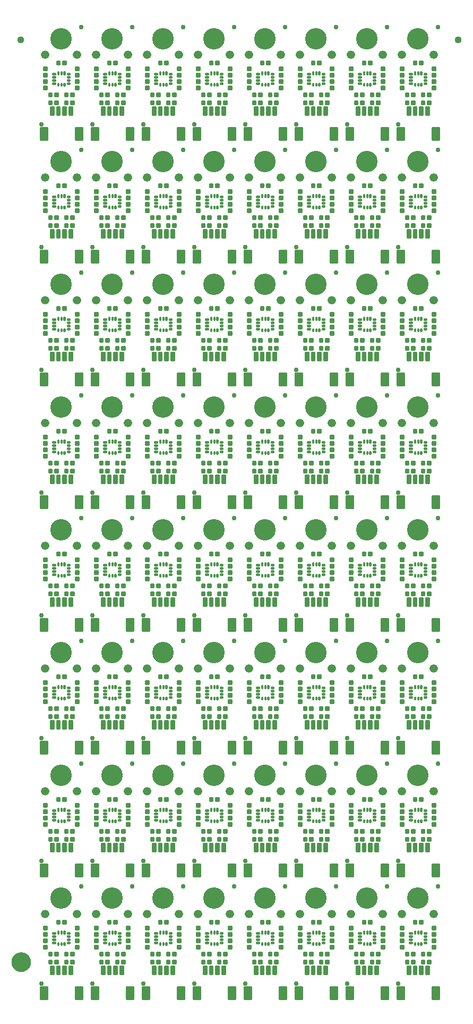
<source format=gts>
G04 EAGLE Gerber RS-274X export*
G75*
%MOMM*%
%FSLAX34Y34*%
%LPD*%
%INSoldermask Top*%
%IPPOS*%
%AMOC8*
5,1,8,0,0,1.08239X$1,22.5*%
G01*
%ADD10C,0.225369*%
%ADD11C,0.225588*%
%ADD12C,0.762000*%
%ADD13C,0.229969*%
%ADD14C,3.429000*%
%ADD15C,1.327000*%
%ADD16C,1.127000*%
%ADD17C,1.270000*%
%ADD18C,1.627000*%


D10*
X22908Y73692D02*
X17892Y73692D01*
X17892Y78708D01*
X22908Y78708D01*
X22908Y73692D01*
X22908Y75833D02*
X17892Y75833D01*
X17892Y77974D02*
X22908Y77974D01*
X27892Y73692D02*
X32908Y73692D01*
X27892Y73692D02*
X27892Y78708D01*
X32908Y78708D01*
X32908Y73692D01*
X32908Y75833D02*
X27892Y75833D01*
X27892Y77974D02*
X32908Y77974D01*
D11*
X15607Y4543D02*
X4593Y4543D01*
X4593Y23557D01*
X15607Y23557D01*
X15607Y4543D01*
X15607Y6686D02*
X4593Y6686D01*
X4593Y8829D02*
X15607Y8829D01*
X15607Y10972D02*
X4593Y10972D01*
X4593Y13115D02*
X15607Y13115D01*
X15607Y15258D02*
X4593Y15258D01*
X4593Y17401D02*
X15607Y17401D01*
X15607Y19544D02*
X4593Y19544D01*
X4593Y21687D02*
X15607Y21687D01*
X60593Y4543D02*
X71607Y4543D01*
X60593Y4543D02*
X60593Y23557D01*
X71607Y23557D01*
X71607Y4543D01*
X71607Y6686D02*
X60593Y6686D01*
X60593Y8829D02*
X71607Y8829D01*
X71607Y10972D02*
X60593Y10972D01*
X60593Y13115D02*
X71607Y13115D01*
X71607Y15258D02*
X60593Y15258D01*
X60593Y17401D02*
X71607Y17401D01*
X71607Y19544D02*
X60593Y19544D01*
X60593Y21687D02*
X71607Y21687D01*
D10*
X25608Y44542D02*
X20592Y44542D01*
X20592Y57058D01*
X25608Y57058D01*
X25608Y44542D01*
X25608Y46683D02*
X20592Y46683D01*
X20592Y48824D02*
X25608Y48824D01*
X25608Y50965D02*
X20592Y50965D01*
X20592Y53106D02*
X25608Y53106D01*
X25608Y55247D02*
X20592Y55247D01*
X30592Y44542D02*
X35608Y44542D01*
X30592Y44542D02*
X30592Y57058D01*
X35608Y57058D01*
X35608Y44542D01*
X35608Y46683D02*
X30592Y46683D01*
X30592Y48824D02*
X35608Y48824D01*
X35608Y50965D02*
X30592Y50965D01*
X30592Y53106D02*
X35608Y53106D01*
X35608Y55247D02*
X30592Y55247D01*
X40592Y44542D02*
X45608Y44542D01*
X40592Y44542D02*
X40592Y57058D01*
X45608Y57058D01*
X45608Y44542D01*
X45608Y46683D02*
X40592Y46683D01*
X40592Y48824D02*
X45608Y48824D01*
X45608Y50965D02*
X40592Y50965D01*
X40592Y53106D02*
X45608Y53106D01*
X45608Y55247D02*
X40592Y55247D01*
X50592Y44542D02*
X55608Y44542D01*
X50592Y44542D02*
X50592Y57058D01*
X55608Y57058D01*
X55608Y44542D01*
X55608Y46683D02*
X50592Y46683D01*
X50592Y48824D02*
X55608Y48824D01*
X55608Y50965D02*
X50592Y50965D01*
X50592Y53106D02*
X55608Y53106D01*
X55608Y55247D02*
X50592Y55247D01*
X48308Y73692D02*
X43292Y73692D01*
X43292Y78708D01*
X48308Y78708D01*
X48308Y73692D01*
X48308Y75833D02*
X43292Y75833D01*
X43292Y77974D02*
X48308Y77974D01*
X53292Y73692D02*
X58308Y73692D01*
X53292Y73692D02*
X53292Y78708D01*
X58308Y78708D01*
X58308Y73692D01*
X58308Y75833D02*
X53292Y75833D01*
X53292Y77974D02*
X58308Y77974D01*
X48308Y60992D02*
X43292Y60992D01*
X43292Y66008D01*
X48308Y66008D01*
X48308Y60992D01*
X48308Y63133D02*
X43292Y63133D01*
X43292Y65274D02*
X48308Y65274D01*
X53292Y60992D02*
X58308Y60992D01*
X53292Y60992D02*
X53292Y66008D01*
X58308Y66008D01*
X58308Y60992D01*
X58308Y63133D02*
X53292Y63133D01*
X53292Y65274D02*
X58308Y65274D01*
X66008Y85202D02*
X66008Y90218D01*
X66008Y85202D02*
X60992Y85202D01*
X60992Y90218D01*
X66008Y90218D01*
X66008Y87343D02*
X60992Y87343D01*
X60992Y89484D02*
X66008Y89484D01*
X66008Y95202D02*
X66008Y100218D01*
X66008Y95202D02*
X60992Y95202D01*
X60992Y100218D01*
X66008Y100218D01*
X66008Y97343D02*
X60992Y97343D01*
X60992Y99484D02*
X66008Y99484D01*
X22908Y60992D02*
X17892Y60992D01*
X17892Y66008D01*
X22908Y66008D01*
X22908Y60992D01*
X22908Y63133D02*
X17892Y63133D01*
X17892Y65274D02*
X22908Y65274D01*
X27892Y60992D02*
X32908Y60992D01*
X27892Y60992D02*
X27892Y66008D01*
X32908Y66008D01*
X32908Y60992D01*
X32908Y63133D02*
X27892Y63133D01*
X27892Y65274D02*
X32908Y65274D01*
X30592Y124492D02*
X35608Y124492D01*
X30592Y124492D02*
X30592Y129508D01*
X35608Y129508D01*
X35608Y124492D01*
X35608Y126633D02*
X30592Y126633D01*
X30592Y128774D02*
X35608Y128774D01*
X40592Y124492D02*
X45608Y124492D01*
X40592Y124492D02*
X40592Y129508D01*
X45608Y129508D01*
X45608Y124492D01*
X45608Y126633D02*
X40592Y126633D01*
X40592Y128774D02*
X45608Y128774D01*
D12*
X6350Y29210D03*
X69850Y184150D03*
D13*
X51585Y94835D02*
X47865Y94835D01*
X51585Y94835D02*
X51585Y93365D01*
X47865Y93365D01*
X47865Y94835D01*
X47865Y99835D02*
X51585Y99835D01*
X51585Y98365D01*
X47865Y98365D01*
X47865Y99835D01*
X47865Y104835D02*
X51585Y104835D01*
X51585Y103365D01*
X47865Y103365D01*
X47865Y104835D01*
X47865Y109835D02*
X51585Y109835D01*
X51585Y108365D01*
X47865Y108365D01*
X47865Y109835D01*
X42365Y108865D02*
X42365Y112585D01*
X43835Y112585D01*
X43835Y108865D01*
X42365Y108865D01*
X42365Y111050D02*
X43835Y111050D01*
X37365Y112585D02*
X37365Y108865D01*
X37365Y112585D02*
X38835Y112585D01*
X38835Y108865D01*
X37365Y108865D01*
X37365Y111050D02*
X38835Y111050D01*
X32365Y112585D02*
X32365Y108865D01*
X32365Y112585D02*
X33835Y112585D01*
X33835Y108865D01*
X32365Y108865D01*
X32365Y111050D02*
X33835Y111050D01*
X28335Y108365D02*
X24615Y108365D01*
X24615Y109835D01*
X28335Y109835D01*
X28335Y108365D01*
X28335Y103365D02*
X24615Y103365D01*
X24615Y104835D01*
X28335Y104835D01*
X28335Y103365D01*
X28335Y98365D02*
X24615Y98365D01*
X24615Y99835D01*
X28335Y99835D01*
X28335Y98365D01*
X28335Y93365D02*
X24615Y93365D01*
X24615Y94835D01*
X28335Y94835D01*
X28335Y93365D01*
X33835Y94335D02*
X33835Y90615D01*
X32365Y90615D01*
X32365Y94335D01*
X33835Y94335D01*
X33835Y92800D02*
X32365Y92800D01*
X38835Y94335D02*
X38835Y90615D01*
X37365Y90615D01*
X37365Y94335D01*
X38835Y94335D01*
X38835Y92800D02*
X37365Y92800D01*
X43835Y94335D02*
X43835Y90615D01*
X42365Y90615D01*
X42365Y94335D01*
X43835Y94335D01*
X43835Y92800D02*
X42365Y92800D01*
D14*
X38100Y165100D03*
D10*
X60992Y120538D02*
X60992Y115522D01*
X60992Y120538D02*
X66008Y120538D01*
X66008Y115522D01*
X60992Y115522D01*
X60992Y117663D02*
X66008Y117663D01*
X66008Y119804D02*
X60992Y119804D01*
X60992Y110538D02*
X60992Y105522D01*
X60992Y110538D02*
X66008Y110538D01*
X66008Y105522D01*
X60992Y105522D01*
X60992Y107663D02*
X66008Y107663D01*
X66008Y109804D02*
X60992Y109804D01*
X10192Y115522D02*
X10192Y120538D01*
X15208Y120538D01*
X15208Y115522D01*
X10192Y115522D01*
X10192Y117663D02*
X15208Y117663D01*
X15208Y119804D02*
X10192Y119804D01*
X10192Y110538D02*
X10192Y105522D01*
X10192Y110538D02*
X15208Y110538D01*
X15208Y105522D01*
X10192Y105522D01*
X10192Y107663D02*
X15208Y107663D01*
X15208Y109804D02*
X10192Y109804D01*
D15*
X63500Y139700D03*
X12700Y139700D03*
D10*
X15208Y90218D02*
X15208Y85202D01*
X10192Y85202D01*
X10192Y90218D01*
X15208Y90218D01*
X15208Y87343D02*
X10192Y87343D01*
X10192Y89484D02*
X15208Y89484D01*
X15208Y95202D02*
X15208Y100218D01*
X15208Y95202D02*
X10192Y95202D01*
X10192Y100218D01*
X15208Y100218D01*
X15208Y97343D02*
X10192Y97343D01*
X10192Y99484D02*
X15208Y99484D01*
X99172Y73692D02*
X104188Y73692D01*
X99172Y73692D02*
X99172Y78708D01*
X104188Y78708D01*
X104188Y73692D01*
X104188Y75833D02*
X99172Y75833D01*
X99172Y77974D02*
X104188Y77974D01*
X109172Y73692D02*
X114188Y73692D01*
X109172Y73692D02*
X109172Y78708D01*
X114188Y78708D01*
X114188Y73692D01*
X114188Y75833D02*
X109172Y75833D01*
X109172Y77974D02*
X114188Y77974D01*
D11*
X96887Y4543D02*
X85873Y4543D01*
X85873Y23557D01*
X96887Y23557D01*
X96887Y4543D01*
X96887Y6686D02*
X85873Y6686D01*
X85873Y8829D02*
X96887Y8829D01*
X96887Y10972D02*
X85873Y10972D01*
X85873Y13115D02*
X96887Y13115D01*
X96887Y15258D02*
X85873Y15258D01*
X85873Y17401D02*
X96887Y17401D01*
X96887Y19544D02*
X85873Y19544D01*
X85873Y21687D02*
X96887Y21687D01*
X141873Y4543D02*
X152887Y4543D01*
X141873Y4543D02*
X141873Y23557D01*
X152887Y23557D01*
X152887Y4543D01*
X152887Y6686D02*
X141873Y6686D01*
X141873Y8829D02*
X152887Y8829D01*
X152887Y10972D02*
X141873Y10972D01*
X141873Y13115D02*
X152887Y13115D01*
X152887Y15258D02*
X141873Y15258D01*
X141873Y17401D02*
X152887Y17401D01*
X152887Y19544D02*
X141873Y19544D01*
X141873Y21687D02*
X152887Y21687D01*
D10*
X106888Y44542D02*
X101872Y44542D01*
X101872Y57058D01*
X106888Y57058D01*
X106888Y44542D01*
X106888Y46683D02*
X101872Y46683D01*
X101872Y48824D02*
X106888Y48824D01*
X106888Y50965D02*
X101872Y50965D01*
X101872Y53106D02*
X106888Y53106D01*
X106888Y55247D02*
X101872Y55247D01*
X111872Y44542D02*
X116888Y44542D01*
X111872Y44542D02*
X111872Y57058D01*
X116888Y57058D01*
X116888Y44542D01*
X116888Y46683D02*
X111872Y46683D01*
X111872Y48824D02*
X116888Y48824D01*
X116888Y50965D02*
X111872Y50965D01*
X111872Y53106D02*
X116888Y53106D01*
X116888Y55247D02*
X111872Y55247D01*
X121872Y44542D02*
X126888Y44542D01*
X121872Y44542D02*
X121872Y57058D01*
X126888Y57058D01*
X126888Y44542D01*
X126888Y46683D02*
X121872Y46683D01*
X121872Y48824D02*
X126888Y48824D01*
X126888Y50965D02*
X121872Y50965D01*
X121872Y53106D02*
X126888Y53106D01*
X126888Y55247D02*
X121872Y55247D01*
X131872Y44542D02*
X136888Y44542D01*
X131872Y44542D02*
X131872Y57058D01*
X136888Y57058D01*
X136888Y44542D01*
X136888Y46683D02*
X131872Y46683D01*
X131872Y48824D02*
X136888Y48824D01*
X136888Y50965D02*
X131872Y50965D01*
X131872Y53106D02*
X136888Y53106D01*
X136888Y55247D02*
X131872Y55247D01*
X129588Y73692D02*
X124572Y73692D01*
X124572Y78708D01*
X129588Y78708D01*
X129588Y73692D01*
X129588Y75833D02*
X124572Y75833D01*
X124572Y77974D02*
X129588Y77974D01*
X134572Y73692D02*
X139588Y73692D01*
X134572Y73692D02*
X134572Y78708D01*
X139588Y78708D01*
X139588Y73692D01*
X139588Y75833D02*
X134572Y75833D01*
X134572Y77974D02*
X139588Y77974D01*
X129588Y60992D02*
X124572Y60992D01*
X124572Y66008D01*
X129588Y66008D01*
X129588Y60992D01*
X129588Y63133D02*
X124572Y63133D01*
X124572Y65274D02*
X129588Y65274D01*
X134572Y60992D02*
X139588Y60992D01*
X134572Y60992D02*
X134572Y66008D01*
X139588Y66008D01*
X139588Y60992D01*
X139588Y63133D02*
X134572Y63133D01*
X134572Y65274D02*
X139588Y65274D01*
X147288Y85202D02*
X147288Y90218D01*
X147288Y85202D02*
X142272Y85202D01*
X142272Y90218D01*
X147288Y90218D01*
X147288Y87343D02*
X142272Y87343D01*
X142272Y89484D02*
X147288Y89484D01*
X147288Y95202D02*
X147288Y100218D01*
X147288Y95202D02*
X142272Y95202D01*
X142272Y100218D01*
X147288Y100218D01*
X147288Y97343D02*
X142272Y97343D01*
X142272Y99484D02*
X147288Y99484D01*
X104188Y60992D02*
X99172Y60992D01*
X99172Y66008D01*
X104188Y66008D01*
X104188Y60992D01*
X104188Y63133D02*
X99172Y63133D01*
X99172Y65274D02*
X104188Y65274D01*
X109172Y60992D02*
X114188Y60992D01*
X109172Y60992D02*
X109172Y66008D01*
X114188Y66008D01*
X114188Y60992D01*
X114188Y63133D02*
X109172Y63133D01*
X109172Y65274D02*
X114188Y65274D01*
X111872Y124492D02*
X116888Y124492D01*
X111872Y124492D02*
X111872Y129508D01*
X116888Y129508D01*
X116888Y124492D01*
X116888Y126633D02*
X111872Y126633D01*
X111872Y128774D02*
X116888Y128774D01*
X121872Y124492D02*
X126888Y124492D01*
X121872Y124492D02*
X121872Y129508D01*
X126888Y129508D01*
X126888Y124492D01*
X126888Y126633D02*
X121872Y126633D01*
X121872Y128774D02*
X126888Y128774D01*
D12*
X87630Y29210D03*
X151130Y184150D03*
D13*
X132865Y94835D02*
X129145Y94835D01*
X132865Y94835D02*
X132865Y93365D01*
X129145Y93365D01*
X129145Y94835D01*
X129145Y99835D02*
X132865Y99835D01*
X132865Y98365D01*
X129145Y98365D01*
X129145Y99835D01*
X129145Y104835D02*
X132865Y104835D01*
X132865Y103365D01*
X129145Y103365D01*
X129145Y104835D01*
X129145Y109835D02*
X132865Y109835D01*
X132865Y108365D01*
X129145Y108365D01*
X129145Y109835D01*
X123645Y108865D02*
X123645Y112585D01*
X125115Y112585D01*
X125115Y108865D01*
X123645Y108865D01*
X123645Y111050D02*
X125115Y111050D01*
X118645Y112585D02*
X118645Y108865D01*
X118645Y112585D02*
X120115Y112585D01*
X120115Y108865D01*
X118645Y108865D01*
X118645Y111050D02*
X120115Y111050D01*
X113645Y112585D02*
X113645Y108865D01*
X113645Y112585D02*
X115115Y112585D01*
X115115Y108865D01*
X113645Y108865D01*
X113645Y111050D02*
X115115Y111050D01*
X109615Y108365D02*
X105895Y108365D01*
X105895Y109835D01*
X109615Y109835D01*
X109615Y108365D01*
X109615Y103365D02*
X105895Y103365D01*
X105895Y104835D01*
X109615Y104835D01*
X109615Y103365D01*
X109615Y98365D02*
X105895Y98365D01*
X105895Y99835D01*
X109615Y99835D01*
X109615Y98365D01*
X109615Y93365D02*
X105895Y93365D01*
X105895Y94835D01*
X109615Y94835D01*
X109615Y93365D01*
X115115Y94335D02*
X115115Y90615D01*
X113645Y90615D01*
X113645Y94335D01*
X115115Y94335D01*
X115115Y92800D02*
X113645Y92800D01*
X120115Y94335D02*
X120115Y90615D01*
X118645Y90615D01*
X118645Y94335D01*
X120115Y94335D01*
X120115Y92800D02*
X118645Y92800D01*
X125115Y94335D02*
X125115Y90615D01*
X123645Y90615D01*
X123645Y94335D01*
X125115Y94335D01*
X125115Y92800D02*
X123645Y92800D01*
D14*
X119380Y165100D03*
D10*
X142272Y120538D02*
X142272Y115522D01*
X142272Y120538D02*
X147288Y120538D01*
X147288Y115522D01*
X142272Y115522D01*
X142272Y117663D02*
X147288Y117663D01*
X147288Y119804D02*
X142272Y119804D01*
X142272Y110538D02*
X142272Y105522D01*
X142272Y110538D02*
X147288Y110538D01*
X147288Y105522D01*
X142272Y105522D01*
X142272Y107663D02*
X147288Y107663D01*
X147288Y109804D02*
X142272Y109804D01*
X91472Y115522D02*
X91472Y120538D01*
X96488Y120538D01*
X96488Y115522D01*
X91472Y115522D01*
X91472Y117663D02*
X96488Y117663D01*
X96488Y119804D02*
X91472Y119804D01*
X91472Y110538D02*
X91472Y105522D01*
X91472Y110538D02*
X96488Y110538D01*
X96488Y105522D01*
X91472Y105522D01*
X91472Y107663D02*
X96488Y107663D01*
X96488Y109804D02*
X91472Y109804D01*
D15*
X144780Y139700D03*
X93980Y139700D03*
D10*
X96488Y90218D02*
X96488Y85202D01*
X91472Y85202D01*
X91472Y90218D01*
X96488Y90218D01*
X96488Y87343D02*
X91472Y87343D01*
X91472Y89484D02*
X96488Y89484D01*
X96488Y95202D02*
X96488Y100218D01*
X96488Y95202D02*
X91472Y95202D01*
X91472Y100218D01*
X96488Y100218D01*
X96488Y97343D02*
X91472Y97343D01*
X91472Y99484D02*
X96488Y99484D01*
X180452Y73692D02*
X185468Y73692D01*
X180452Y73692D02*
X180452Y78708D01*
X185468Y78708D01*
X185468Y73692D01*
X185468Y75833D02*
X180452Y75833D01*
X180452Y77974D02*
X185468Y77974D01*
X190452Y73692D02*
X195468Y73692D01*
X190452Y73692D02*
X190452Y78708D01*
X195468Y78708D01*
X195468Y73692D01*
X195468Y75833D02*
X190452Y75833D01*
X190452Y77974D02*
X195468Y77974D01*
D11*
X178167Y4543D02*
X167153Y4543D01*
X167153Y23557D01*
X178167Y23557D01*
X178167Y4543D01*
X178167Y6686D02*
X167153Y6686D01*
X167153Y8829D02*
X178167Y8829D01*
X178167Y10972D02*
X167153Y10972D01*
X167153Y13115D02*
X178167Y13115D01*
X178167Y15258D02*
X167153Y15258D01*
X167153Y17401D02*
X178167Y17401D01*
X178167Y19544D02*
X167153Y19544D01*
X167153Y21687D02*
X178167Y21687D01*
X223153Y4543D02*
X234167Y4543D01*
X223153Y4543D02*
X223153Y23557D01*
X234167Y23557D01*
X234167Y4543D01*
X234167Y6686D02*
X223153Y6686D01*
X223153Y8829D02*
X234167Y8829D01*
X234167Y10972D02*
X223153Y10972D01*
X223153Y13115D02*
X234167Y13115D01*
X234167Y15258D02*
X223153Y15258D01*
X223153Y17401D02*
X234167Y17401D01*
X234167Y19544D02*
X223153Y19544D01*
X223153Y21687D02*
X234167Y21687D01*
D10*
X188168Y44542D02*
X183152Y44542D01*
X183152Y57058D01*
X188168Y57058D01*
X188168Y44542D01*
X188168Y46683D02*
X183152Y46683D01*
X183152Y48824D02*
X188168Y48824D01*
X188168Y50965D02*
X183152Y50965D01*
X183152Y53106D02*
X188168Y53106D01*
X188168Y55247D02*
X183152Y55247D01*
X193152Y44542D02*
X198168Y44542D01*
X193152Y44542D02*
X193152Y57058D01*
X198168Y57058D01*
X198168Y44542D01*
X198168Y46683D02*
X193152Y46683D01*
X193152Y48824D02*
X198168Y48824D01*
X198168Y50965D02*
X193152Y50965D01*
X193152Y53106D02*
X198168Y53106D01*
X198168Y55247D02*
X193152Y55247D01*
X203152Y44542D02*
X208168Y44542D01*
X203152Y44542D02*
X203152Y57058D01*
X208168Y57058D01*
X208168Y44542D01*
X208168Y46683D02*
X203152Y46683D01*
X203152Y48824D02*
X208168Y48824D01*
X208168Y50965D02*
X203152Y50965D01*
X203152Y53106D02*
X208168Y53106D01*
X208168Y55247D02*
X203152Y55247D01*
X213152Y44542D02*
X218168Y44542D01*
X213152Y44542D02*
X213152Y57058D01*
X218168Y57058D01*
X218168Y44542D01*
X218168Y46683D02*
X213152Y46683D01*
X213152Y48824D02*
X218168Y48824D01*
X218168Y50965D02*
X213152Y50965D01*
X213152Y53106D02*
X218168Y53106D01*
X218168Y55247D02*
X213152Y55247D01*
X210868Y73692D02*
X205852Y73692D01*
X205852Y78708D01*
X210868Y78708D01*
X210868Y73692D01*
X210868Y75833D02*
X205852Y75833D01*
X205852Y77974D02*
X210868Y77974D01*
X215852Y73692D02*
X220868Y73692D01*
X215852Y73692D02*
X215852Y78708D01*
X220868Y78708D01*
X220868Y73692D01*
X220868Y75833D02*
X215852Y75833D01*
X215852Y77974D02*
X220868Y77974D01*
X210868Y60992D02*
X205852Y60992D01*
X205852Y66008D01*
X210868Y66008D01*
X210868Y60992D01*
X210868Y63133D02*
X205852Y63133D01*
X205852Y65274D02*
X210868Y65274D01*
X215852Y60992D02*
X220868Y60992D01*
X215852Y60992D02*
X215852Y66008D01*
X220868Y66008D01*
X220868Y60992D01*
X220868Y63133D02*
X215852Y63133D01*
X215852Y65274D02*
X220868Y65274D01*
X228568Y85202D02*
X228568Y90218D01*
X228568Y85202D02*
X223552Y85202D01*
X223552Y90218D01*
X228568Y90218D01*
X228568Y87343D02*
X223552Y87343D01*
X223552Y89484D02*
X228568Y89484D01*
X228568Y95202D02*
X228568Y100218D01*
X228568Y95202D02*
X223552Y95202D01*
X223552Y100218D01*
X228568Y100218D01*
X228568Y97343D02*
X223552Y97343D01*
X223552Y99484D02*
X228568Y99484D01*
X185468Y60992D02*
X180452Y60992D01*
X180452Y66008D01*
X185468Y66008D01*
X185468Y60992D01*
X185468Y63133D02*
X180452Y63133D01*
X180452Y65274D02*
X185468Y65274D01*
X190452Y60992D02*
X195468Y60992D01*
X190452Y60992D02*
X190452Y66008D01*
X195468Y66008D01*
X195468Y60992D01*
X195468Y63133D02*
X190452Y63133D01*
X190452Y65274D02*
X195468Y65274D01*
X193152Y124492D02*
X198168Y124492D01*
X193152Y124492D02*
X193152Y129508D01*
X198168Y129508D01*
X198168Y124492D01*
X198168Y126633D02*
X193152Y126633D01*
X193152Y128774D02*
X198168Y128774D01*
X203152Y124492D02*
X208168Y124492D01*
X203152Y124492D02*
X203152Y129508D01*
X208168Y129508D01*
X208168Y124492D01*
X208168Y126633D02*
X203152Y126633D01*
X203152Y128774D02*
X208168Y128774D01*
D12*
X168910Y29210D03*
X232410Y184150D03*
D13*
X214145Y94835D02*
X210425Y94835D01*
X214145Y94835D02*
X214145Y93365D01*
X210425Y93365D01*
X210425Y94835D01*
X210425Y99835D02*
X214145Y99835D01*
X214145Y98365D01*
X210425Y98365D01*
X210425Y99835D01*
X210425Y104835D02*
X214145Y104835D01*
X214145Y103365D01*
X210425Y103365D01*
X210425Y104835D01*
X210425Y109835D02*
X214145Y109835D01*
X214145Y108365D01*
X210425Y108365D01*
X210425Y109835D01*
X204925Y108865D02*
X204925Y112585D01*
X206395Y112585D01*
X206395Y108865D01*
X204925Y108865D01*
X204925Y111050D02*
X206395Y111050D01*
X199925Y112585D02*
X199925Y108865D01*
X199925Y112585D02*
X201395Y112585D01*
X201395Y108865D01*
X199925Y108865D01*
X199925Y111050D02*
X201395Y111050D01*
X194925Y112585D02*
X194925Y108865D01*
X194925Y112585D02*
X196395Y112585D01*
X196395Y108865D01*
X194925Y108865D01*
X194925Y111050D02*
X196395Y111050D01*
X190895Y108365D02*
X187175Y108365D01*
X187175Y109835D01*
X190895Y109835D01*
X190895Y108365D01*
X190895Y103365D02*
X187175Y103365D01*
X187175Y104835D01*
X190895Y104835D01*
X190895Y103365D01*
X190895Y98365D02*
X187175Y98365D01*
X187175Y99835D01*
X190895Y99835D01*
X190895Y98365D01*
X190895Y93365D02*
X187175Y93365D01*
X187175Y94835D01*
X190895Y94835D01*
X190895Y93365D01*
X196395Y94335D02*
X196395Y90615D01*
X194925Y90615D01*
X194925Y94335D01*
X196395Y94335D01*
X196395Y92800D02*
X194925Y92800D01*
X201395Y94335D02*
X201395Y90615D01*
X199925Y90615D01*
X199925Y94335D01*
X201395Y94335D01*
X201395Y92800D02*
X199925Y92800D01*
X206395Y94335D02*
X206395Y90615D01*
X204925Y90615D01*
X204925Y94335D01*
X206395Y94335D01*
X206395Y92800D02*
X204925Y92800D01*
D14*
X200660Y165100D03*
D10*
X223552Y120538D02*
X223552Y115522D01*
X223552Y120538D02*
X228568Y120538D01*
X228568Y115522D01*
X223552Y115522D01*
X223552Y117663D02*
X228568Y117663D01*
X228568Y119804D02*
X223552Y119804D01*
X223552Y110538D02*
X223552Y105522D01*
X223552Y110538D02*
X228568Y110538D01*
X228568Y105522D01*
X223552Y105522D01*
X223552Y107663D02*
X228568Y107663D01*
X228568Y109804D02*
X223552Y109804D01*
X172752Y115522D02*
X172752Y120538D01*
X177768Y120538D01*
X177768Y115522D01*
X172752Y115522D01*
X172752Y117663D02*
X177768Y117663D01*
X177768Y119804D02*
X172752Y119804D01*
X172752Y110538D02*
X172752Y105522D01*
X172752Y110538D02*
X177768Y110538D01*
X177768Y105522D01*
X172752Y105522D01*
X172752Y107663D02*
X177768Y107663D01*
X177768Y109804D02*
X172752Y109804D01*
D15*
X226060Y139700D03*
X175260Y139700D03*
D10*
X177768Y90218D02*
X177768Y85202D01*
X172752Y85202D01*
X172752Y90218D01*
X177768Y90218D01*
X177768Y87343D02*
X172752Y87343D01*
X172752Y89484D02*
X177768Y89484D01*
X177768Y95202D02*
X177768Y100218D01*
X177768Y95202D02*
X172752Y95202D01*
X172752Y100218D01*
X177768Y100218D01*
X177768Y97343D02*
X172752Y97343D01*
X172752Y99484D02*
X177768Y99484D01*
X261732Y73692D02*
X266748Y73692D01*
X261732Y73692D02*
X261732Y78708D01*
X266748Y78708D01*
X266748Y73692D01*
X266748Y75833D02*
X261732Y75833D01*
X261732Y77974D02*
X266748Y77974D01*
X271732Y73692D02*
X276748Y73692D01*
X271732Y73692D02*
X271732Y78708D01*
X276748Y78708D01*
X276748Y73692D01*
X276748Y75833D02*
X271732Y75833D01*
X271732Y77974D02*
X276748Y77974D01*
D11*
X259447Y4543D02*
X248433Y4543D01*
X248433Y23557D01*
X259447Y23557D01*
X259447Y4543D01*
X259447Y6686D02*
X248433Y6686D01*
X248433Y8829D02*
X259447Y8829D01*
X259447Y10972D02*
X248433Y10972D01*
X248433Y13115D02*
X259447Y13115D01*
X259447Y15258D02*
X248433Y15258D01*
X248433Y17401D02*
X259447Y17401D01*
X259447Y19544D02*
X248433Y19544D01*
X248433Y21687D02*
X259447Y21687D01*
X304433Y4543D02*
X315447Y4543D01*
X304433Y4543D02*
X304433Y23557D01*
X315447Y23557D01*
X315447Y4543D01*
X315447Y6686D02*
X304433Y6686D01*
X304433Y8829D02*
X315447Y8829D01*
X315447Y10972D02*
X304433Y10972D01*
X304433Y13115D02*
X315447Y13115D01*
X315447Y15258D02*
X304433Y15258D01*
X304433Y17401D02*
X315447Y17401D01*
X315447Y19544D02*
X304433Y19544D01*
X304433Y21687D02*
X315447Y21687D01*
D10*
X269448Y44542D02*
X264432Y44542D01*
X264432Y57058D01*
X269448Y57058D01*
X269448Y44542D01*
X269448Y46683D02*
X264432Y46683D01*
X264432Y48824D02*
X269448Y48824D01*
X269448Y50965D02*
X264432Y50965D01*
X264432Y53106D02*
X269448Y53106D01*
X269448Y55247D02*
X264432Y55247D01*
X274432Y44542D02*
X279448Y44542D01*
X274432Y44542D02*
X274432Y57058D01*
X279448Y57058D01*
X279448Y44542D01*
X279448Y46683D02*
X274432Y46683D01*
X274432Y48824D02*
X279448Y48824D01*
X279448Y50965D02*
X274432Y50965D01*
X274432Y53106D02*
X279448Y53106D01*
X279448Y55247D02*
X274432Y55247D01*
X284432Y44542D02*
X289448Y44542D01*
X284432Y44542D02*
X284432Y57058D01*
X289448Y57058D01*
X289448Y44542D01*
X289448Y46683D02*
X284432Y46683D01*
X284432Y48824D02*
X289448Y48824D01*
X289448Y50965D02*
X284432Y50965D01*
X284432Y53106D02*
X289448Y53106D01*
X289448Y55247D02*
X284432Y55247D01*
X294432Y44542D02*
X299448Y44542D01*
X294432Y44542D02*
X294432Y57058D01*
X299448Y57058D01*
X299448Y44542D01*
X299448Y46683D02*
X294432Y46683D01*
X294432Y48824D02*
X299448Y48824D01*
X299448Y50965D02*
X294432Y50965D01*
X294432Y53106D02*
X299448Y53106D01*
X299448Y55247D02*
X294432Y55247D01*
X292148Y73692D02*
X287132Y73692D01*
X287132Y78708D01*
X292148Y78708D01*
X292148Y73692D01*
X292148Y75833D02*
X287132Y75833D01*
X287132Y77974D02*
X292148Y77974D01*
X297132Y73692D02*
X302148Y73692D01*
X297132Y73692D02*
X297132Y78708D01*
X302148Y78708D01*
X302148Y73692D01*
X302148Y75833D02*
X297132Y75833D01*
X297132Y77974D02*
X302148Y77974D01*
X292148Y60992D02*
X287132Y60992D01*
X287132Y66008D01*
X292148Y66008D01*
X292148Y60992D01*
X292148Y63133D02*
X287132Y63133D01*
X287132Y65274D02*
X292148Y65274D01*
X297132Y60992D02*
X302148Y60992D01*
X297132Y60992D02*
X297132Y66008D01*
X302148Y66008D01*
X302148Y60992D01*
X302148Y63133D02*
X297132Y63133D01*
X297132Y65274D02*
X302148Y65274D01*
X309848Y85202D02*
X309848Y90218D01*
X309848Y85202D02*
X304832Y85202D01*
X304832Y90218D01*
X309848Y90218D01*
X309848Y87343D02*
X304832Y87343D01*
X304832Y89484D02*
X309848Y89484D01*
X309848Y95202D02*
X309848Y100218D01*
X309848Y95202D02*
X304832Y95202D01*
X304832Y100218D01*
X309848Y100218D01*
X309848Y97343D02*
X304832Y97343D01*
X304832Y99484D02*
X309848Y99484D01*
X266748Y60992D02*
X261732Y60992D01*
X261732Y66008D01*
X266748Y66008D01*
X266748Y60992D01*
X266748Y63133D02*
X261732Y63133D01*
X261732Y65274D02*
X266748Y65274D01*
X271732Y60992D02*
X276748Y60992D01*
X271732Y60992D02*
X271732Y66008D01*
X276748Y66008D01*
X276748Y60992D01*
X276748Y63133D02*
X271732Y63133D01*
X271732Y65274D02*
X276748Y65274D01*
X274432Y124492D02*
X279448Y124492D01*
X274432Y124492D02*
X274432Y129508D01*
X279448Y129508D01*
X279448Y124492D01*
X279448Y126633D02*
X274432Y126633D01*
X274432Y128774D02*
X279448Y128774D01*
X284432Y124492D02*
X289448Y124492D01*
X284432Y124492D02*
X284432Y129508D01*
X289448Y129508D01*
X289448Y124492D01*
X289448Y126633D02*
X284432Y126633D01*
X284432Y128774D02*
X289448Y128774D01*
D12*
X250190Y29210D03*
X313690Y184150D03*
D13*
X295425Y94835D02*
X291705Y94835D01*
X295425Y94835D02*
X295425Y93365D01*
X291705Y93365D01*
X291705Y94835D01*
X291705Y99835D02*
X295425Y99835D01*
X295425Y98365D01*
X291705Y98365D01*
X291705Y99835D01*
X291705Y104835D02*
X295425Y104835D01*
X295425Y103365D01*
X291705Y103365D01*
X291705Y104835D01*
X291705Y109835D02*
X295425Y109835D01*
X295425Y108365D01*
X291705Y108365D01*
X291705Y109835D01*
X286205Y108865D02*
X286205Y112585D01*
X287675Y112585D01*
X287675Y108865D01*
X286205Y108865D01*
X286205Y111050D02*
X287675Y111050D01*
X281205Y112585D02*
X281205Y108865D01*
X281205Y112585D02*
X282675Y112585D01*
X282675Y108865D01*
X281205Y108865D01*
X281205Y111050D02*
X282675Y111050D01*
X276205Y112585D02*
X276205Y108865D01*
X276205Y112585D02*
X277675Y112585D01*
X277675Y108865D01*
X276205Y108865D01*
X276205Y111050D02*
X277675Y111050D01*
X272175Y108365D02*
X268455Y108365D01*
X268455Y109835D01*
X272175Y109835D01*
X272175Y108365D01*
X272175Y103365D02*
X268455Y103365D01*
X268455Y104835D01*
X272175Y104835D01*
X272175Y103365D01*
X272175Y98365D02*
X268455Y98365D01*
X268455Y99835D01*
X272175Y99835D01*
X272175Y98365D01*
X272175Y93365D02*
X268455Y93365D01*
X268455Y94835D01*
X272175Y94835D01*
X272175Y93365D01*
X277675Y94335D02*
X277675Y90615D01*
X276205Y90615D01*
X276205Y94335D01*
X277675Y94335D01*
X277675Y92800D02*
X276205Y92800D01*
X282675Y94335D02*
X282675Y90615D01*
X281205Y90615D01*
X281205Y94335D01*
X282675Y94335D01*
X282675Y92800D02*
X281205Y92800D01*
X287675Y94335D02*
X287675Y90615D01*
X286205Y90615D01*
X286205Y94335D01*
X287675Y94335D01*
X287675Y92800D02*
X286205Y92800D01*
D14*
X281940Y165100D03*
D10*
X304832Y120538D02*
X304832Y115522D01*
X304832Y120538D02*
X309848Y120538D01*
X309848Y115522D01*
X304832Y115522D01*
X304832Y117663D02*
X309848Y117663D01*
X309848Y119804D02*
X304832Y119804D01*
X304832Y110538D02*
X304832Y105522D01*
X304832Y110538D02*
X309848Y110538D01*
X309848Y105522D01*
X304832Y105522D01*
X304832Y107663D02*
X309848Y107663D01*
X309848Y109804D02*
X304832Y109804D01*
X254032Y115522D02*
X254032Y120538D01*
X259048Y120538D01*
X259048Y115522D01*
X254032Y115522D01*
X254032Y117663D02*
X259048Y117663D01*
X259048Y119804D02*
X254032Y119804D01*
X254032Y110538D02*
X254032Y105522D01*
X254032Y110538D02*
X259048Y110538D01*
X259048Y105522D01*
X254032Y105522D01*
X254032Y107663D02*
X259048Y107663D01*
X259048Y109804D02*
X254032Y109804D01*
D15*
X307340Y139700D03*
X256540Y139700D03*
D10*
X259048Y90218D02*
X259048Y85202D01*
X254032Y85202D01*
X254032Y90218D01*
X259048Y90218D01*
X259048Y87343D02*
X254032Y87343D01*
X254032Y89484D02*
X259048Y89484D01*
X259048Y95202D02*
X259048Y100218D01*
X259048Y95202D02*
X254032Y95202D01*
X254032Y100218D01*
X259048Y100218D01*
X259048Y97343D02*
X254032Y97343D01*
X254032Y99484D02*
X259048Y99484D01*
X343012Y73692D02*
X348028Y73692D01*
X343012Y73692D02*
X343012Y78708D01*
X348028Y78708D01*
X348028Y73692D01*
X348028Y75833D02*
X343012Y75833D01*
X343012Y77974D02*
X348028Y77974D01*
X353012Y73692D02*
X358028Y73692D01*
X353012Y73692D02*
X353012Y78708D01*
X358028Y78708D01*
X358028Y73692D01*
X358028Y75833D02*
X353012Y75833D01*
X353012Y77974D02*
X358028Y77974D01*
D11*
X340727Y4543D02*
X329713Y4543D01*
X329713Y23557D01*
X340727Y23557D01*
X340727Y4543D01*
X340727Y6686D02*
X329713Y6686D01*
X329713Y8829D02*
X340727Y8829D01*
X340727Y10972D02*
X329713Y10972D01*
X329713Y13115D02*
X340727Y13115D01*
X340727Y15258D02*
X329713Y15258D01*
X329713Y17401D02*
X340727Y17401D01*
X340727Y19544D02*
X329713Y19544D01*
X329713Y21687D02*
X340727Y21687D01*
X385713Y4543D02*
X396727Y4543D01*
X385713Y4543D02*
X385713Y23557D01*
X396727Y23557D01*
X396727Y4543D01*
X396727Y6686D02*
X385713Y6686D01*
X385713Y8829D02*
X396727Y8829D01*
X396727Y10972D02*
X385713Y10972D01*
X385713Y13115D02*
X396727Y13115D01*
X396727Y15258D02*
X385713Y15258D01*
X385713Y17401D02*
X396727Y17401D01*
X396727Y19544D02*
X385713Y19544D01*
X385713Y21687D02*
X396727Y21687D01*
D10*
X350728Y44542D02*
X345712Y44542D01*
X345712Y57058D01*
X350728Y57058D01*
X350728Y44542D01*
X350728Y46683D02*
X345712Y46683D01*
X345712Y48824D02*
X350728Y48824D01*
X350728Y50965D02*
X345712Y50965D01*
X345712Y53106D02*
X350728Y53106D01*
X350728Y55247D02*
X345712Y55247D01*
X355712Y44542D02*
X360728Y44542D01*
X355712Y44542D02*
X355712Y57058D01*
X360728Y57058D01*
X360728Y44542D01*
X360728Y46683D02*
X355712Y46683D01*
X355712Y48824D02*
X360728Y48824D01*
X360728Y50965D02*
X355712Y50965D01*
X355712Y53106D02*
X360728Y53106D01*
X360728Y55247D02*
X355712Y55247D01*
X365712Y44542D02*
X370728Y44542D01*
X365712Y44542D02*
X365712Y57058D01*
X370728Y57058D01*
X370728Y44542D01*
X370728Y46683D02*
X365712Y46683D01*
X365712Y48824D02*
X370728Y48824D01*
X370728Y50965D02*
X365712Y50965D01*
X365712Y53106D02*
X370728Y53106D01*
X370728Y55247D02*
X365712Y55247D01*
X375712Y44542D02*
X380728Y44542D01*
X375712Y44542D02*
X375712Y57058D01*
X380728Y57058D01*
X380728Y44542D01*
X380728Y46683D02*
X375712Y46683D01*
X375712Y48824D02*
X380728Y48824D01*
X380728Y50965D02*
X375712Y50965D01*
X375712Y53106D02*
X380728Y53106D01*
X380728Y55247D02*
X375712Y55247D01*
X373428Y73692D02*
X368412Y73692D01*
X368412Y78708D01*
X373428Y78708D01*
X373428Y73692D01*
X373428Y75833D02*
X368412Y75833D01*
X368412Y77974D02*
X373428Y77974D01*
X378412Y73692D02*
X383428Y73692D01*
X378412Y73692D02*
X378412Y78708D01*
X383428Y78708D01*
X383428Y73692D01*
X383428Y75833D02*
X378412Y75833D01*
X378412Y77974D02*
X383428Y77974D01*
X373428Y60992D02*
X368412Y60992D01*
X368412Y66008D01*
X373428Y66008D01*
X373428Y60992D01*
X373428Y63133D02*
X368412Y63133D01*
X368412Y65274D02*
X373428Y65274D01*
X378412Y60992D02*
X383428Y60992D01*
X378412Y60992D02*
X378412Y66008D01*
X383428Y66008D01*
X383428Y60992D01*
X383428Y63133D02*
X378412Y63133D01*
X378412Y65274D02*
X383428Y65274D01*
X391128Y85202D02*
X391128Y90218D01*
X391128Y85202D02*
X386112Y85202D01*
X386112Y90218D01*
X391128Y90218D01*
X391128Y87343D02*
X386112Y87343D01*
X386112Y89484D02*
X391128Y89484D01*
X391128Y95202D02*
X391128Y100218D01*
X391128Y95202D02*
X386112Y95202D01*
X386112Y100218D01*
X391128Y100218D01*
X391128Y97343D02*
X386112Y97343D01*
X386112Y99484D02*
X391128Y99484D01*
X348028Y60992D02*
X343012Y60992D01*
X343012Y66008D01*
X348028Y66008D01*
X348028Y60992D01*
X348028Y63133D02*
X343012Y63133D01*
X343012Y65274D02*
X348028Y65274D01*
X353012Y60992D02*
X358028Y60992D01*
X353012Y60992D02*
X353012Y66008D01*
X358028Y66008D01*
X358028Y60992D01*
X358028Y63133D02*
X353012Y63133D01*
X353012Y65274D02*
X358028Y65274D01*
X355712Y124492D02*
X360728Y124492D01*
X355712Y124492D02*
X355712Y129508D01*
X360728Y129508D01*
X360728Y124492D01*
X360728Y126633D02*
X355712Y126633D01*
X355712Y128774D02*
X360728Y128774D01*
X365712Y124492D02*
X370728Y124492D01*
X365712Y124492D02*
X365712Y129508D01*
X370728Y129508D01*
X370728Y124492D01*
X370728Y126633D02*
X365712Y126633D01*
X365712Y128774D02*
X370728Y128774D01*
D12*
X331470Y29210D03*
X394970Y184150D03*
D13*
X376705Y94835D02*
X372985Y94835D01*
X376705Y94835D02*
X376705Y93365D01*
X372985Y93365D01*
X372985Y94835D01*
X372985Y99835D02*
X376705Y99835D01*
X376705Y98365D01*
X372985Y98365D01*
X372985Y99835D01*
X372985Y104835D02*
X376705Y104835D01*
X376705Y103365D01*
X372985Y103365D01*
X372985Y104835D01*
X372985Y109835D02*
X376705Y109835D01*
X376705Y108365D01*
X372985Y108365D01*
X372985Y109835D01*
X367485Y108865D02*
X367485Y112585D01*
X368955Y112585D01*
X368955Y108865D01*
X367485Y108865D01*
X367485Y111050D02*
X368955Y111050D01*
X362485Y112585D02*
X362485Y108865D01*
X362485Y112585D02*
X363955Y112585D01*
X363955Y108865D01*
X362485Y108865D01*
X362485Y111050D02*
X363955Y111050D01*
X357485Y112585D02*
X357485Y108865D01*
X357485Y112585D02*
X358955Y112585D01*
X358955Y108865D01*
X357485Y108865D01*
X357485Y111050D02*
X358955Y111050D01*
X353455Y108365D02*
X349735Y108365D01*
X349735Y109835D01*
X353455Y109835D01*
X353455Y108365D01*
X353455Y103365D02*
X349735Y103365D01*
X349735Y104835D01*
X353455Y104835D01*
X353455Y103365D01*
X353455Y98365D02*
X349735Y98365D01*
X349735Y99835D01*
X353455Y99835D01*
X353455Y98365D01*
X353455Y93365D02*
X349735Y93365D01*
X349735Y94835D01*
X353455Y94835D01*
X353455Y93365D01*
X358955Y94335D02*
X358955Y90615D01*
X357485Y90615D01*
X357485Y94335D01*
X358955Y94335D01*
X358955Y92800D02*
X357485Y92800D01*
X363955Y94335D02*
X363955Y90615D01*
X362485Y90615D01*
X362485Y94335D01*
X363955Y94335D01*
X363955Y92800D02*
X362485Y92800D01*
X368955Y94335D02*
X368955Y90615D01*
X367485Y90615D01*
X367485Y94335D01*
X368955Y94335D01*
X368955Y92800D02*
X367485Y92800D01*
D14*
X363220Y165100D03*
D10*
X386112Y120538D02*
X386112Y115522D01*
X386112Y120538D02*
X391128Y120538D01*
X391128Y115522D01*
X386112Y115522D01*
X386112Y117663D02*
X391128Y117663D01*
X391128Y119804D02*
X386112Y119804D01*
X386112Y110538D02*
X386112Y105522D01*
X386112Y110538D02*
X391128Y110538D01*
X391128Y105522D01*
X386112Y105522D01*
X386112Y107663D02*
X391128Y107663D01*
X391128Y109804D02*
X386112Y109804D01*
X335312Y115522D02*
X335312Y120538D01*
X340328Y120538D01*
X340328Y115522D01*
X335312Y115522D01*
X335312Y117663D02*
X340328Y117663D01*
X340328Y119804D02*
X335312Y119804D01*
X335312Y110538D02*
X335312Y105522D01*
X335312Y110538D02*
X340328Y110538D01*
X340328Y105522D01*
X335312Y105522D01*
X335312Y107663D02*
X340328Y107663D01*
X340328Y109804D02*
X335312Y109804D01*
D15*
X388620Y139700D03*
X337820Y139700D03*
D10*
X340328Y90218D02*
X340328Y85202D01*
X335312Y85202D01*
X335312Y90218D01*
X340328Y90218D01*
X340328Y87343D02*
X335312Y87343D01*
X335312Y89484D02*
X340328Y89484D01*
X340328Y95202D02*
X340328Y100218D01*
X340328Y95202D02*
X335312Y95202D01*
X335312Y100218D01*
X340328Y100218D01*
X340328Y97343D02*
X335312Y97343D01*
X335312Y99484D02*
X340328Y99484D01*
X424292Y73692D02*
X429308Y73692D01*
X424292Y73692D02*
X424292Y78708D01*
X429308Y78708D01*
X429308Y73692D01*
X429308Y75833D02*
X424292Y75833D01*
X424292Y77974D02*
X429308Y77974D01*
X434292Y73692D02*
X439308Y73692D01*
X434292Y73692D02*
X434292Y78708D01*
X439308Y78708D01*
X439308Y73692D01*
X439308Y75833D02*
X434292Y75833D01*
X434292Y77974D02*
X439308Y77974D01*
D11*
X422007Y4543D02*
X410993Y4543D01*
X410993Y23557D01*
X422007Y23557D01*
X422007Y4543D01*
X422007Y6686D02*
X410993Y6686D01*
X410993Y8829D02*
X422007Y8829D01*
X422007Y10972D02*
X410993Y10972D01*
X410993Y13115D02*
X422007Y13115D01*
X422007Y15258D02*
X410993Y15258D01*
X410993Y17401D02*
X422007Y17401D01*
X422007Y19544D02*
X410993Y19544D01*
X410993Y21687D02*
X422007Y21687D01*
X466993Y4543D02*
X478007Y4543D01*
X466993Y4543D02*
X466993Y23557D01*
X478007Y23557D01*
X478007Y4543D01*
X478007Y6686D02*
X466993Y6686D01*
X466993Y8829D02*
X478007Y8829D01*
X478007Y10972D02*
X466993Y10972D01*
X466993Y13115D02*
X478007Y13115D01*
X478007Y15258D02*
X466993Y15258D01*
X466993Y17401D02*
X478007Y17401D01*
X478007Y19544D02*
X466993Y19544D01*
X466993Y21687D02*
X478007Y21687D01*
D10*
X432008Y44542D02*
X426992Y44542D01*
X426992Y57058D01*
X432008Y57058D01*
X432008Y44542D01*
X432008Y46683D02*
X426992Y46683D01*
X426992Y48824D02*
X432008Y48824D01*
X432008Y50965D02*
X426992Y50965D01*
X426992Y53106D02*
X432008Y53106D01*
X432008Y55247D02*
X426992Y55247D01*
X436992Y44542D02*
X442008Y44542D01*
X436992Y44542D02*
X436992Y57058D01*
X442008Y57058D01*
X442008Y44542D01*
X442008Y46683D02*
X436992Y46683D01*
X436992Y48824D02*
X442008Y48824D01*
X442008Y50965D02*
X436992Y50965D01*
X436992Y53106D02*
X442008Y53106D01*
X442008Y55247D02*
X436992Y55247D01*
X446992Y44542D02*
X452008Y44542D01*
X446992Y44542D02*
X446992Y57058D01*
X452008Y57058D01*
X452008Y44542D01*
X452008Y46683D02*
X446992Y46683D01*
X446992Y48824D02*
X452008Y48824D01*
X452008Y50965D02*
X446992Y50965D01*
X446992Y53106D02*
X452008Y53106D01*
X452008Y55247D02*
X446992Y55247D01*
X456992Y44542D02*
X462008Y44542D01*
X456992Y44542D02*
X456992Y57058D01*
X462008Y57058D01*
X462008Y44542D01*
X462008Y46683D02*
X456992Y46683D01*
X456992Y48824D02*
X462008Y48824D01*
X462008Y50965D02*
X456992Y50965D01*
X456992Y53106D02*
X462008Y53106D01*
X462008Y55247D02*
X456992Y55247D01*
X454708Y73692D02*
X449692Y73692D01*
X449692Y78708D01*
X454708Y78708D01*
X454708Y73692D01*
X454708Y75833D02*
X449692Y75833D01*
X449692Y77974D02*
X454708Y77974D01*
X459692Y73692D02*
X464708Y73692D01*
X459692Y73692D02*
X459692Y78708D01*
X464708Y78708D01*
X464708Y73692D01*
X464708Y75833D02*
X459692Y75833D01*
X459692Y77974D02*
X464708Y77974D01*
X454708Y60992D02*
X449692Y60992D01*
X449692Y66008D01*
X454708Y66008D01*
X454708Y60992D01*
X454708Y63133D02*
X449692Y63133D01*
X449692Y65274D02*
X454708Y65274D01*
X459692Y60992D02*
X464708Y60992D01*
X459692Y60992D02*
X459692Y66008D01*
X464708Y66008D01*
X464708Y60992D01*
X464708Y63133D02*
X459692Y63133D01*
X459692Y65274D02*
X464708Y65274D01*
X472408Y85202D02*
X472408Y90218D01*
X472408Y85202D02*
X467392Y85202D01*
X467392Y90218D01*
X472408Y90218D01*
X472408Y87343D02*
X467392Y87343D01*
X467392Y89484D02*
X472408Y89484D01*
X472408Y95202D02*
X472408Y100218D01*
X472408Y95202D02*
X467392Y95202D01*
X467392Y100218D01*
X472408Y100218D01*
X472408Y97343D02*
X467392Y97343D01*
X467392Y99484D02*
X472408Y99484D01*
X429308Y60992D02*
X424292Y60992D01*
X424292Y66008D01*
X429308Y66008D01*
X429308Y60992D01*
X429308Y63133D02*
X424292Y63133D01*
X424292Y65274D02*
X429308Y65274D01*
X434292Y60992D02*
X439308Y60992D01*
X434292Y60992D02*
X434292Y66008D01*
X439308Y66008D01*
X439308Y60992D01*
X439308Y63133D02*
X434292Y63133D01*
X434292Y65274D02*
X439308Y65274D01*
X436992Y124492D02*
X442008Y124492D01*
X436992Y124492D02*
X436992Y129508D01*
X442008Y129508D01*
X442008Y124492D01*
X442008Y126633D02*
X436992Y126633D01*
X436992Y128774D02*
X442008Y128774D01*
X446992Y124492D02*
X452008Y124492D01*
X446992Y124492D02*
X446992Y129508D01*
X452008Y129508D01*
X452008Y124492D01*
X452008Y126633D02*
X446992Y126633D01*
X446992Y128774D02*
X452008Y128774D01*
D12*
X412750Y29210D03*
X476250Y184150D03*
D13*
X457985Y94835D02*
X454265Y94835D01*
X457985Y94835D02*
X457985Y93365D01*
X454265Y93365D01*
X454265Y94835D01*
X454265Y99835D02*
X457985Y99835D01*
X457985Y98365D01*
X454265Y98365D01*
X454265Y99835D01*
X454265Y104835D02*
X457985Y104835D01*
X457985Y103365D01*
X454265Y103365D01*
X454265Y104835D01*
X454265Y109835D02*
X457985Y109835D01*
X457985Y108365D01*
X454265Y108365D01*
X454265Y109835D01*
X448765Y108865D02*
X448765Y112585D01*
X450235Y112585D01*
X450235Y108865D01*
X448765Y108865D01*
X448765Y111050D02*
X450235Y111050D01*
X443765Y112585D02*
X443765Y108865D01*
X443765Y112585D02*
X445235Y112585D01*
X445235Y108865D01*
X443765Y108865D01*
X443765Y111050D02*
X445235Y111050D01*
X438765Y112585D02*
X438765Y108865D01*
X438765Y112585D02*
X440235Y112585D01*
X440235Y108865D01*
X438765Y108865D01*
X438765Y111050D02*
X440235Y111050D01*
X434735Y108365D02*
X431015Y108365D01*
X431015Y109835D01*
X434735Y109835D01*
X434735Y108365D01*
X434735Y103365D02*
X431015Y103365D01*
X431015Y104835D01*
X434735Y104835D01*
X434735Y103365D01*
X434735Y98365D02*
X431015Y98365D01*
X431015Y99835D01*
X434735Y99835D01*
X434735Y98365D01*
X434735Y93365D02*
X431015Y93365D01*
X431015Y94835D01*
X434735Y94835D01*
X434735Y93365D01*
X440235Y94335D02*
X440235Y90615D01*
X438765Y90615D01*
X438765Y94335D01*
X440235Y94335D01*
X440235Y92800D02*
X438765Y92800D01*
X445235Y94335D02*
X445235Y90615D01*
X443765Y90615D01*
X443765Y94335D01*
X445235Y94335D01*
X445235Y92800D02*
X443765Y92800D01*
X450235Y94335D02*
X450235Y90615D01*
X448765Y90615D01*
X448765Y94335D01*
X450235Y94335D01*
X450235Y92800D02*
X448765Y92800D01*
D14*
X444500Y165100D03*
D10*
X467392Y120538D02*
X467392Y115522D01*
X467392Y120538D02*
X472408Y120538D01*
X472408Y115522D01*
X467392Y115522D01*
X467392Y117663D02*
X472408Y117663D01*
X472408Y119804D02*
X467392Y119804D01*
X467392Y110538D02*
X467392Y105522D01*
X467392Y110538D02*
X472408Y110538D01*
X472408Y105522D01*
X467392Y105522D01*
X467392Y107663D02*
X472408Y107663D01*
X472408Y109804D02*
X467392Y109804D01*
X416592Y115522D02*
X416592Y120538D01*
X421608Y120538D01*
X421608Y115522D01*
X416592Y115522D01*
X416592Y117663D02*
X421608Y117663D01*
X421608Y119804D02*
X416592Y119804D01*
X416592Y110538D02*
X416592Y105522D01*
X416592Y110538D02*
X421608Y110538D01*
X421608Y105522D01*
X416592Y105522D01*
X416592Y107663D02*
X421608Y107663D01*
X421608Y109804D02*
X416592Y109804D01*
D15*
X469900Y139700D03*
X419100Y139700D03*
D10*
X421608Y90218D02*
X421608Y85202D01*
X416592Y85202D01*
X416592Y90218D01*
X421608Y90218D01*
X421608Y87343D02*
X416592Y87343D01*
X416592Y89484D02*
X421608Y89484D01*
X421608Y95202D02*
X421608Y100218D01*
X421608Y95202D02*
X416592Y95202D01*
X416592Y100218D01*
X421608Y100218D01*
X421608Y97343D02*
X416592Y97343D01*
X416592Y99484D02*
X421608Y99484D01*
X505572Y73692D02*
X510588Y73692D01*
X505572Y73692D02*
X505572Y78708D01*
X510588Y78708D01*
X510588Y73692D01*
X510588Y75833D02*
X505572Y75833D01*
X505572Y77974D02*
X510588Y77974D01*
X515572Y73692D02*
X520588Y73692D01*
X515572Y73692D02*
X515572Y78708D01*
X520588Y78708D01*
X520588Y73692D01*
X520588Y75833D02*
X515572Y75833D01*
X515572Y77974D02*
X520588Y77974D01*
D11*
X503287Y4543D02*
X492273Y4543D01*
X492273Y23557D01*
X503287Y23557D01*
X503287Y4543D01*
X503287Y6686D02*
X492273Y6686D01*
X492273Y8829D02*
X503287Y8829D01*
X503287Y10972D02*
X492273Y10972D01*
X492273Y13115D02*
X503287Y13115D01*
X503287Y15258D02*
X492273Y15258D01*
X492273Y17401D02*
X503287Y17401D01*
X503287Y19544D02*
X492273Y19544D01*
X492273Y21687D02*
X503287Y21687D01*
X548273Y4543D02*
X559287Y4543D01*
X548273Y4543D02*
X548273Y23557D01*
X559287Y23557D01*
X559287Y4543D01*
X559287Y6686D02*
X548273Y6686D01*
X548273Y8829D02*
X559287Y8829D01*
X559287Y10972D02*
X548273Y10972D01*
X548273Y13115D02*
X559287Y13115D01*
X559287Y15258D02*
X548273Y15258D01*
X548273Y17401D02*
X559287Y17401D01*
X559287Y19544D02*
X548273Y19544D01*
X548273Y21687D02*
X559287Y21687D01*
D10*
X513288Y44542D02*
X508272Y44542D01*
X508272Y57058D01*
X513288Y57058D01*
X513288Y44542D01*
X513288Y46683D02*
X508272Y46683D01*
X508272Y48824D02*
X513288Y48824D01*
X513288Y50965D02*
X508272Y50965D01*
X508272Y53106D02*
X513288Y53106D01*
X513288Y55247D02*
X508272Y55247D01*
X518272Y44542D02*
X523288Y44542D01*
X518272Y44542D02*
X518272Y57058D01*
X523288Y57058D01*
X523288Y44542D01*
X523288Y46683D02*
X518272Y46683D01*
X518272Y48824D02*
X523288Y48824D01*
X523288Y50965D02*
X518272Y50965D01*
X518272Y53106D02*
X523288Y53106D01*
X523288Y55247D02*
X518272Y55247D01*
X528272Y44542D02*
X533288Y44542D01*
X528272Y44542D02*
X528272Y57058D01*
X533288Y57058D01*
X533288Y44542D01*
X533288Y46683D02*
X528272Y46683D01*
X528272Y48824D02*
X533288Y48824D01*
X533288Y50965D02*
X528272Y50965D01*
X528272Y53106D02*
X533288Y53106D01*
X533288Y55247D02*
X528272Y55247D01*
X538272Y44542D02*
X543288Y44542D01*
X538272Y44542D02*
X538272Y57058D01*
X543288Y57058D01*
X543288Y44542D01*
X543288Y46683D02*
X538272Y46683D01*
X538272Y48824D02*
X543288Y48824D01*
X543288Y50965D02*
X538272Y50965D01*
X538272Y53106D02*
X543288Y53106D01*
X543288Y55247D02*
X538272Y55247D01*
X535988Y73692D02*
X530972Y73692D01*
X530972Y78708D01*
X535988Y78708D01*
X535988Y73692D01*
X535988Y75833D02*
X530972Y75833D01*
X530972Y77974D02*
X535988Y77974D01*
X540972Y73692D02*
X545988Y73692D01*
X540972Y73692D02*
X540972Y78708D01*
X545988Y78708D01*
X545988Y73692D01*
X545988Y75833D02*
X540972Y75833D01*
X540972Y77974D02*
X545988Y77974D01*
X535988Y60992D02*
X530972Y60992D01*
X530972Y66008D01*
X535988Y66008D01*
X535988Y60992D01*
X535988Y63133D02*
X530972Y63133D01*
X530972Y65274D02*
X535988Y65274D01*
X540972Y60992D02*
X545988Y60992D01*
X540972Y60992D02*
X540972Y66008D01*
X545988Y66008D01*
X545988Y60992D01*
X545988Y63133D02*
X540972Y63133D01*
X540972Y65274D02*
X545988Y65274D01*
X553688Y85202D02*
X553688Y90218D01*
X553688Y85202D02*
X548672Y85202D01*
X548672Y90218D01*
X553688Y90218D01*
X553688Y87343D02*
X548672Y87343D01*
X548672Y89484D02*
X553688Y89484D01*
X553688Y95202D02*
X553688Y100218D01*
X553688Y95202D02*
X548672Y95202D01*
X548672Y100218D01*
X553688Y100218D01*
X553688Y97343D02*
X548672Y97343D01*
X548672Y99484D02*
X553688Y99484D01*
X510588Y60992D02*
X505572Y60992D01*
X505572Y66008D01*
X510588Y66008D01*
X510588Y60992D01*
X510588Y63133D02*
X505572Y63133D01*
X505572Y65274D02*
X510588Y65274D01*
X515572Y60992D02*
X520588Y60992D01*
X515572Y60992D02*
X515572Y66008D01*
X520588Y66008D01*
X520588Y60992D01*
X520588Y63133D02*
X515572Y63133D01*
X515572Y65274D02*
X520588Y65274D01*
X518272Y124492D02*
X523288Y124492D01*
X518272Y124492D02*
X518272Y129508D01*
X523288Y129508D01*
X523288Y124492D01*
X523288Y126633D02*
X518272Y126633D01*
X518272Y128774D02*
X523288Y128774D01*
X528272Y124492D02*
X533288Y124492D01*
X528272Y124492D02*
X528272Y129508D01*
X533288Y129508D01*
X533288Y124492D01*
X533288Y126633D02*
X528272Y126633D01*
X528272Y128774D02*
X533288Y128774D01*
D12*
X494030Y29210D03*
X557530Y184150D03*
D13*
X539265Y94835D02*
X535545Y94835D01*
X539265Y94835D02*
X539265Y93365D01*
X535545Y93365D01*
X535545Y94835D01*
X535545Y99835D02*
X539265Y99835D01*
X539265Y98365D01*
X535545Y98365D01*
X535545Y99835D01*
X535545Y104835D02*
X539265Y104835D01*
X539265Y103365D01*
X535545Y103365D01*
X535545Y104835D01*
X535545Y109835D02*
X539265Y109835D01*
X539265Y108365D01*
X535545Y108365D01*
X535545Y109835D01*
X530045Y108865D02*
X530045Y112585D01*
X531515Y112585D01*
X531515Y108865D01*
X530045Y108865D01*
X530045Y111050D02*
X531515Y111050D01*
X525045Y112585D02*
X525045Y108865D01*
X525045Y112585D02*
X526515Y112585D01*
X526515Y108865D01*
X525045Y108865D01*
X525045Y111050D02*
X526515Y111050D01*
X520045Y112585D02*
X520045Y108865D01*
X520045Y112585D02*
X521515Y112585D01*
X521515Y108865D01*
X520045Y108865D01*
X520045Y111050D02*
X521515Y111050D01*
X516015Y108365D02*
X512295Y108365D01*
X512295Y109835D01*
X516015Y109835D01*
X516015Y108365D01*
X516015Y103365D02*
X512295Y103365D01*
X512295Y104835D01*
X516015Y104835D01*
X516015Y103365D01*
X516015Y98365D02*
X512295Y98365D01*
X512295Y99835D01*
X516015Y99835D01*
X516015Y98365D01*
X516015Y93365D02*
X512295Y93365D01*
X512295Y94835D01*
X516015Y94835D01*
X516015Y93365D01*
X521515Y94335D02*
X521515Y90615D01*
X520045Y90615D01*
X520045Y94335D01*
X521515Y94335D01*
X521515Y92800D02*
X520045Y92800D01*
X526515Y94335D02*
X526515Y90615D01*
X525045Y90615D01*
X525045Y94335D01*
X526515Y94335D01*
X526515Y92800D02*
X525045Y92800D01*
X531515Y94335D02*
X531515Y90615D01*
X530045Y90615D01*
X530045Y94335D01*
X531515Y94335D01*
X531515Y92800D02*
X530045Y92800D01*
D14*
X525780Y165100D03*
D10*
X548672Y120538D02*
X548672Y115522D01*
X548672Y120538D02*
X553688Y120538D01*
X553688Y115522D01*
X548672Y115522D01*
X548672Y117663D02*
X553688Y117663D01*
X553688Y119804D02*
X548672Y119804D01*
X548672Y110538D02*
X548672Y105522D01*
X548672Y110538D02*
X553688Y110538D01*
X553688Y105522D01*
X548672Y105522D01*
X548672Y107663D02*
X553688Y107663D01*
X553688Y109804D02*
X548672Y109804D01*
X497872Y115522D02*
X497872Y120538D01*
X502888Y120538D01*
X502888Y115522D01*
X497872Y115522D01*
X497872Y117663D02*
X502888Y117663D01*
X502888Y119804D02*
X497872Y119804D01*
X497872Y110538D02*
X497872Y105522D01*
X497872Y110538D02*
X502888Y110538D01*
X502888Y105522D01*
X497872Y105522D01*
X497872Y107663D02*
X502888Y107663D01*
X502888Y109804D02*
X497872Y109804D01*
D15*
X551180Y139700D03*
X500380Y139700D03*
D10*
X502888Y90218D02*
X502888Y85202D01*
X497872Y85202D01*
X497872Y90218D01*
X502888Y90218D01*
X502888Y87343D02*
X497872Y87343D01*
X497872Y89484D02*
X502888Y89484D01*
X502888Y95202D02*
X502888Y100218D01*
X502888Y95202D02*
X497872Y95202D01*
X497872Y100218D01*
X502888Y100218D01*
X502888Y97343D02*
X497872Y97343D01*
X497872Y99484D02*
X502888Y99484D01*
X586852Y73692D02*
X591868Y73692D01*
X586852Y73692D02*
X586852Y78708D01*
X591868Y78708D01*
X591868Y73692D01*
X591868Y75833D02*
X586852Y75833D01*
X586852Y77974D02*
X591868Y77974D01*
X596852Y73692D02*
X601868Y73692D01*
X596852Y73692D02*
X596852Y78708D01*
X601868Y78708D01*
X601868Y73692D01*
X601868Y75833D02*
X596852Y75833D01*
X596852Y77974D02*
X601868Y77974D01*
D11*
X584567Y4543D02*
X573553Y4543D01*
X573553Y23557D01*
X584567Y23557D01*
X584567Y4543D01*
X584567Y6686D02*
X573553Y6686D01*
X573553Y8829D02*
X584567Y8829D01*
X584567Y10972D02*
X573553Y10972D01*
X573553Y13115D02*
X584567Y13115D01*
X584567Y15258D02*
X573553Y15258D01*
X573553Y17401D02*
X584567Y17401D01*
X584567Y19544D02*
X573553Y19544D01*
X573553Y21687D02*
X584567Y21687D01*
X629553Y4543D02*
X640567Y4543D01*
X629553Y4543D02*
X629553Y23557D01*
X640567Y23557D01*
X640567Y4543D01*
X640567Y6686D02*
X629553Y6686D01*
X629553Y8829D02*
X640567Y8829D01*
X640567Y10972D02*
X629553Y10972D01*
X629553Y13115D02*
X640567Y13115D01*
X640567Y15258D02*
X629553Y15258D01*
X629553Y17401D02*
X640567Y17401D01*
X640567Y19544D02*
X629553Y19544D01*
X629553Y21687D02*
X640567Y21687D01*
D10*
X594568Y44542D02*
X589552Y44542D01*
X589552Y57058D01*
X594568Y57058D01*
X594568Y44542D01*
X594568Y46683D02*
X589552Y46683D01*
X589552Y48824D02*
X594568Y48824D01*
X594568Y50965D02*
X589552Y50965D01*
X589552Y53106D02*
X594568Y53106D01*
X594568Y55247D02*
X589552Y55247D01*
X599552Y44542D02*
X604568Y44542D01*
X599552Y44542D02*
X599552Y57058D01*
X604568Y57058D01*
X604568Y44542D01*
X604568Y46683D02*
X599552Y46683D01*
X599552Y48824D02*
X604568Y48824D01*
X604568Y50965D02*
X599552Y50965D01*
X599552Y53106D02*
X604568Y53106D01*
X604568Y55247D02*
X599552Y55247D01*
X609552Y44542D02*
X614568Y44542D01*
X609552Y44542D02*
X609552Y57058D01*
X614568Y57058D01*
X614568Y44542D01*
X614568Y46683D02*
X609552Y46683D01*
X609552Y48824D02*
X614568Y48824D01*
X614568Y50965D02*
X609552Y50965D01*
X609552Y53106D02*
X614568Y53106D01*
X614568Y55247D02*
X609552Y55247D01*
X619552Y44542D02*
X624568Y44542D01*
X619552Y44542D02*
X619552Y57058D01*
X624568Y57058D01*
X624568Y44542D01*
X624568Y46683D02*
X619552Y46683D01*
X619552Y48824D02*
X624568Y48824D01*
X624568Y50965D02*
X619552Y50965D01*
X619552Y53106D02*
X624568Y53106D01*
X624568Y55247D02*
X619552Y55247D01*
X617268Y73692D02*
X612252Y73692D01*
X612252Y78708D01*
X617268Y78708D01*
X617268Y73692D01*
X617268Y75833D02*
X612252Y75833D01*
X612252Y77974D02*
X617268Y77974D01*
X622252Y73692D02*
X627268Y73692D01*
X622252Y73692D02*
X622252Y78708D01*
X627268Y78708D01*
X627268Y73692D01*
X627268Y75833D02*
X622252Y75833D01*
X622252Y77974D02*
X627268Y77974D01*
X617268Y60992D02*
X612252Y60992D01*
X612252Y66008D01*
X617268Y66008D01*
X617268Y60992D01*
X617268Y63133D02*
X612252Y63133D01*
X612252Y65274D02*
X617268Y65274D01*
X622252Y60992D02*
X627268Y60992D01*
X622252Y60992D02*
X622252Y66008D01*
X627268Y66008D01*
X627268Y60992D01*
X627268Y63133D02*
X622252Y63133D01*
X622252Y65274D02*
X627268Y65274D01*
X634968Y85202D02*
X634968Y90218D01*
X634968Y85202D02*
X629952Y85202D01*
X629952Y90218D01*
X634968Y90218D01*
X634968Y87343D02*
X629952Y87343D01*
X629952Y89484D02*
X634968Y89484D01*
X634968Y95202D02*
X634968Y100218D01*
X634968Y95202D02*
X629952Y95202D01*
X629952Y100218D01*
X634968Y100218D01*
X634968Y97343D02*
X629952Y97343D01*
X629952Y99484D02*
X634968Y99484D01*
X591868Y60992D02*
X586852Y60992D01*
X586852Y66008D01*
X591868Y66008D01*
X591868Y60992D01*
X591868Y63133D02*
X586852Y63133D01*
X586852Y65274D02*
X591868Y65274D01*
X596852Y60992D02*
X601868Y60992D01*
X596852Y60992D02*
X596852Y66008D01*
X601868Y66008D01*
X601868Y60992D01*
X601868Y63133D02*
X596852Y63133D01*
X596852Y65274D02*
X601868Y65274D01*
X599552Y124492D02*
X604568Y124492D01*
X599552Y124492D02*
X599552Y129508D01*
X604568Y129508D01*
X604568Y124492D01*
X604568Y126633D02*
X599552Y126633D01*
X599552Y128774D02*
X604568Y128774D01*
X609552Y124492D02*
X614568Y124492D01*
X609552Y124492D02*
X609552Y129508D01*
X614568Y129508D01*
X614568Y124492D01*
X614568Y126633D02*
X609552Y126633D01*
X609552Y128774D02*
X614568Y128774D01*
D12*
X575310Y29210D03*
X638810Y184150D03*
D13*
X620545Y94835D02*
X616825Y94835D01*
X620545Y94835D02*
X620545Y93365D01*
X616825Y93365D01*
X616825Y94835D01*
X616825Y99835D02*
X620545Y99835D01*
X620545Y98365D01*
X616825Y98365D01*
X616825Y99835D01*
X616825Y104835D02*
X620545Y104835D01*
X620545Y103365D01*
X616825Y103365D01*
X616825Y104835D01*
X616825Y109835D02*
X620545Y109835D01*
X620545Y108365D01*
X616825Y108365D01*
X616825Y109835D01*
X611325Y108865D02*
X611325Y112585D01*
X612795Y112585D01*
X612795Y108865D01*
X611325Y108865D01*
X611325Y111050D02*
X612795Y111050D01*
X606325Y112585D02*
X606325Y108865D01*
X606325Y112585D02*
X607795Y112585D01*
X607795Y108865D01*
X606325Y108865D01*
X606325Y111050D02*
X607795Y111050D01*
X601325Y112585D02*
X601325Y108865D01*
X601325Y112585D02*
X602795Y112585D01*
X602795Y108865D01*
X601325Y108865D01*
X601325Y111050D02*
X602795Y111050D01*
X597295Y108365D02*
X593575Y108365D01*
X593575Y109835D01*
X597295Y109835D01*
X597295Y108365D01*
X597295Y103365D02*
X593575Y103365D01*
X593575Y104835D01*
X597295Y104835D01*
X597295Y103365D01*
X597295Y98365D02*
X593575Y98365D01*
X593575Y99835D01*
X597295Y99835D01*
X597295Y98365D01*
X597295Y93365D02*
X593575Y93365D01*
X593575Y94835D01*
X597295Y94835D01*
X597295Y93365D01*
X602795Y94335D02*
X602795Y90615D01*
X601325Y90615D01*
X601325Y94335D01*
X602795Y94335D01*
X602795Y92800D02*
X601325Y92800D01*
X607795Y94335D02*
X607795Y90615D01*
X606325Y90615D01*
X606325Y94335D01*
X607795Y94335D01*
X607795Y92800D02*
X606325Y92800D01*
X612795Y94335D02*
X612795Y90615D01*
X611325Y90615D01*
X611325Y94335D01*
X612795Y94335D01*
X612795Y92800D02*
X611325Y92800D01*
D14*
X607060Y165100D03*
D10*
X629952Y120538D02*
X629952Y115522D01*
X629952Y120538D02*
X634968Y120538D01*
X634968Y115522D01*
X629952Y115522D01*
X629952Y117663D02*
X634968Y117663D01*
X634968Y119804D02*
X629952Y119804D01*
X629952Y110538D02*
X629952Y105522D01*
X629952Y110538D02*
X634968Y110538D01*
X634968Y105522D01*
X629952Y105522D01*
X629952Y107663D02*
X634968Y107663D01*
X634968Y109804D02*
X629952Y109804D01*
X579152Y115522D02*
X579152Y120538D01*
X584168Y120538D01*
X584168Y115522D01*
X579152Y115522D01*
X579152Y117663D02*
X584168Y117663D01*
X584168Y119804D02*
X579152Y119804D01*
X579152Y110538D02*
X579152Y105522D01*
X579152Y110538D02*
X584168Y110538D01*
X584168Y105522D01*
X579152Y105522D01*
X579152Y107663D02*
X584168Y107663D01*
X584168Y109804D02*
X579152Y109804D01*
D15*
X632460Y139700D03*
X581660Y139700D03*
D10*
X584168Y90218D02*
X584168Y85202D01*
X579152Y85202D01*
X579152Y90218D01*
X584168Y90218D01*
X584168Y87343D02*
X579152Y87343D01*
X579152Y89484D02*
X584168Y89484D01*
X584168Y95202D02*
X584168Y100218D01*
X584168Y95202D02*
X579152Y95202D01*
X579152Y100218D01*
X584168Y100218D01*
X584168Y97343D02*
X579152Y97343D01*
X579152Y99484D02*
X584168Y99484D01*
X22908Y269272D02*
X17892Y269272D01*
X17892Y274288D01*
X22908Y274288D01*
X22908Y269272D01*
X22908Y271413D02*
X17892Y271413D01*
X17892Y273554D02*
X22908Y273554D01*
X27892Y269272D02*
X32908Y269272D01*
X27892Y269272D02*
X27892Y274288D01*
X32908Y274288D01*
X32908Y269272D01*
X32908Y271413D02*
X27892Y271413D01*
X27892Y273554D02*
X32908Y273554D01*
D11*
X15607Y200123D02*
X4593Y200123D01*
X4593Y219137D01*
X15607Y219137D01*
X15607Y200123D01*
X15607Y202266D02*
X4593Y202266D01*
X4593Y204409D02*
X15607Y204409D01*
X15607Y206552D02*
X4593Y206552D01*
X4593Y208695D02*
X15607Y208695D01*
X15607Y210838D02*
X4593Y210838D01*
X4593Y212981D02*
X15607Y212981D01*
X15607Y215124D02*
X4593Y215124D01*
X4593Y217267D02*
X15607Y217267D01*
X60593Y200123D02*
X71607Y200123D01*
X60593Y200123D02*
X60593Y219137D01*
X71607Y219137D01*
X71607Y200123D01*
X71607Y202266D02*
X60593Y202266D01*
X60593Y204409D02*
X71607Y204409D01*
X71607Y206552D02*
X60593Y206552D01*
X60593Y208695D02*
X71607Y208695D01*
X71607Y210838D02*
X60593Y210838D01*
X60593Y212981D02*
X71607Y212981D01*
X71607Y215124D02*
X60593Y215124D01*
X60593Y217267D02*
X71607Y217267D01*
D10*
X25608Y240122D02*
X20592Y240122D01*
X20592Y252638D01*
X25608Y252638D01*
X25608Y240122D01*
X25608Y242263D02*
X20592Y242263D01*
X20592Y244404D02*
X25608Y244404D01*
X25608Y246545D02*
X20592Y246545D01*
X20592Y248686D02*
X25608Y248686D01*
X25608Y250827D02*
X20592Y250827D01*
X30592Y240122D02*
X35608Y240122D01*
X30592Y240122D02*
X30592Y252638D01*
X35608Y252638D01*
X35608Y240122D01*
X35608Y242263D02*
X30592Y242263D01*
X30592Y244404D02*
X35608Y244404D01*
X35608Y246545D02*
X30592Y246545D01*
X30592Y248686D02*
X35608Y248686D01*
X35608Y250827D02*
X30592Y250827D01*
X40592Y240122D02*
X45608Y240122D01*
X40592Y240122D02*
X40592Y252638D01*
X45608Y252638D01*
X45608Y240122D01*
X45608Y242263D02*
X40592Y242263D01*
X40592Y244404D02*
X45608Y244404D01*
X45608Y246545D02*
X40592Y246545D01*
X40592Y248686D02*
X45608Y248686D01*
X45608Y250827D02*
X40592Y250827D01*
X50592Y240122D02*
X55608Y240122D01*
X50592Y240122D02*
X50592Y252638D01*
X55608Y252638D01*
X55608Y240122D01*
X55608Y242263D02*
X50592Y242263D01*
X50592Y244404D02*
X55608Y244404D01*
X55608Y246545D02*
X50592Y246545D01*
X50592Y248686D02*
X55608Y248686D01*
X55608Y250827D02*
X50592Y250827D01*
X48308Y269272D02*
X43292Y269272D01*
X43292Y274288D01*
X48308Y274288D01*
X48308Y269272D01*
X48308Y271413D02*
X43292Y271413D01*
X43292Y273554D02*
X48308Y273554D01*
X53292Y269272D02*
X58308Y269272D01*
X53292Y269272D02*
X53292Y274288D01*
X58308Y274288D01*
X58308Y269272D01*
X58308Y271413D02*
X53292Y271413D01*
X53292Y273554D02*
X58308Y273554D01*
X48308Y256572D02*
X43292Y256572D01*
X43292Y261588D01*
X48308Y261588D01*
X48308Y256572D01*
X48308Y258713D02*
X43292Y258713D01*
X43292Y260854D02*
X48308Y260854D01*
X53292Y256572D02*
X58308Y256572D01*
X53292Y256572D02*
X53292Y261588D01*
X58308Y261588D01*
X58308Y256572D01*
X58308Y258713D02*
X53292Y258713D01*
X53292Y260854D02*
X58308Y260854D01*
X66008Y280782D02*
X66008Y285798D01*
X66008Y280782D02*
X60992Y280782D01*
X60992Y285798D01*
X66008Y285798D01*
X66008Y282923D02*
X60992Y282923D01*
X60992Y285064D02*
X66008Y285064D01*
X66008Y290782D02*
X66008Y295798D01*
X66008Y290782D02*
X60992Y290782D01*
X60992Y295798D01*
X66008Y295798D01*
X66008Y292923D02*
X60992Y292923D01*
X60992Y295064D02*
X66008Y295064D01*
X22908Y256572D02*
X17892Y256572D01*
X17892Y261588D01*
X22908Y261588D01*
X22908Y256572D01*
X22908Y258713D02*
X17892Y258713D01*
X17892Y260854D02*
X22908Y260854D01*
X27892Y256572D02*
X32908Y256572D01*
X27892Y256572D02*
X27892Y261588D01*
X32908Y261588D01*
X32908Y256572D01*
X32908Y258713D02*
X27892Y258713D01*
X27892Y260854D02*
X32908Y260854D01*
X30592Y320072D02*
X35608Y320072D01*
X30592Y320072D02*
X30592Y325088D01*
X35608Y325088D01*
X35608Y320072D01*
X35608Y322213D02*
X30592Y322213D01*
X30592Y324354D02*
X35608Y324354D01*
X40592Y320072D02*
X45608Y320072D01*
X40592Y320072D02*
X40592Y325088D01*
X45608Y325088D01*
X45608Y320072D01*
X45608Y322213D02*
X40592Y322213D01*
X40592Y324354D02*
X45608Y324354D01*
D12*
X6350Y224790D03*
X69850Y379730D03*
D13*
X51585Y290415D02*
X47865Y290415D01*
X51585Y290415D02*
X51585Y288945D01*
X47865Y288945D01*
X47865Y290415D01*
X47865Y295415D02*
X51585Y295415D01*
X51585Y293945D01*
X47865Y293945D01*
X47865Y295415D01*
X47865Y300415D02*
X51585Y300415D01*
X51585Y298945D01*
X47865Y298945D01*
X47865Y300415D01*
X47865Y305415D02*
X51585Y305415D01*
X51585Y303945D01*
X47865Y303945D01*
X47865Y305415D01*
X42365Y304445D02*
X42365Y308165D01*
X43835Y308165D01*
X43835Y304445D01*
X42365Y304445D01*
X42365Y306630D02*
X43835Y306630D01*
X37365Y308165D02*
X37365Y304445D01*
X37365Y308165D02*
X38835Y308165D01*
X38835Y304445D01*
X37365Y304445D01*
X37365Y306630D02*
X38835Y306630D01*
X32365Y308165D02*
X32365Y304445D01*
X32365Y308165D02*
X33835Y308165D01*
X33835Y304445D01*
X32365Y304445D01*
X32365Y306630D02*
X33835Y306630D01*
X28335Y303945D02*
X24615Y303945D01*
X24615Y305415D01*
X28335Y305415D01*
X28335Y303945D01*
X28335Y298945D02*
X24615Y298945D01*
X24615Y300415D01*
X28335Y300415D01*
X28335Y298945D01*
X28335Y293945D02*
X24615Y293945D01*
X24615Y295415D01*
X28335Y295415D01*
X28335Y293945D01*
X28335Y288945D02*
X24615Y288945D01*
X24615Y290415D01*
X28335Y290415D01*
X28335Y288945D01*
X33835Y289915D02*
X33835Y286195D01*
X32365Y286195D01*
X32365Y289915D01*
X33835Y289915D01*
X33835Y288380D02*
X32365Y288380D01*
X38835Y289915D02*
X38835Y286195D01*
X37365Y286195D01*
X37365Y289915D01*
X38835Y289915D01*
X38835Y288380D02*
X37365Y288380D01*
X43835Y289915D02*
X43835Y286195D01*
X42365Y286195D01*
X42365Y289915D01*
X43835Y289915D01*
X43835Y288380D02*
X42365Y288380D01*
D14*
X38100Y360680D03*
D10*
X60992Y316118D02*
X60992Y311102D01*
X60992Y316118D02*
X66008Y316118D01*
X66008Y311102D01*
X60992Y311102D01*
X60992Y313243D02*
X66008Y313243D01*
X66008Y315384D02*
X60992Y315384D01*
X60992Y306118D02*
X60992Y301102D01*
X60992Y306118D02*
X66008Y306118D01*
X66008Y301102D01*
X60992Y301102D01*
X60992Y303243D02*
X66008Y303243D01*
X66008Y305384D02*
X60992Y305384D01*
X10192Y311102D02*
X10192Y316118D01*
X15208Y316118D01*
X15208Y311102D01*
X10192Y311102D01*
X10192Y313243D02*
X15208Y313243D01*
X15208Y315384D02*
X10192Y315384D01*
X10192Y306118D02*
X10192Y301102D01*
X10192Y306118D02*
X15208Y306118D01*
X15208Y301102D01*
X10192Y301102D01*
X10192Y303243D02*
X15208Y303243D01*
X15208Y305384D02*
X10192Y305384D01*
D15*
X63500Y335280D03*
X12700Y335280D03*
D10*
X15208Y285798D02*
X15208Y280782D01*
X10192Y280782D01*
X10192Y285798D01*
X15208Y285798D01*
X15208Y282923D02*
X10192Y282923D01*
X10192Y285064D02*
X15208Y285064D01*
X15208Y290782D02*
X15208Y295798D01*
X15208Y290782D02*
X10192Y290782D01*
X10192Y295798D01*
X15208Y295798D01*
X15208Y292923D02*
X10192Y292923D01*
X10192Y295064D02*
X15208Y295064D01*
X99172Y269272D02*
X104188Y269272D01*
X99172Y269272D02*
X99172Y274288D01*
X104188Y274288D01*
X104188Y269272D01*
X104188Y271413D02*
X99172Y271413D01*
X99172Y273554D02*
X104188Y273554D01*
X109172Y269272D02*
X114188Y269272D01*
X109172Y269272D02*
X109172Y274288D01*
X114188Y274288D01*
X114188Y269272D01*
X114188Y271413D02*
X109172Y271413D01*
X109172Y273554D02*
X114188Y273554D01*
D11*
X96887Y200123D02*
X85873Y200123D01*
X85873Y219137D01*
X96887Y219137D01*
X96887Y200123D01*
X96887Y202266D02*
X85873Y202266D01*
X85873Y204409D02*
X96887Y204409D01*
X96887Y206552D02*
X85873Y206552D01*
X85873Y208695D02*
X96887Y208695D01*
X96887Y210838D02*
X85873Y210838D01*
X85873Y212981D02*
X96887Y212981D01*
X96887Y215124D02*
X85873Y215124D01*
X85873Y217267D02*
X96887Y217267D01*
X141873Y200123D02*
X152887Y200123D01*
X141873Y200123D02*
X141873Y219137D01*
X152887Y219137D01*
X152887Y200123D01*
X152887Y202266D02*
X141873Y202266D01*
X141873Y204409D02*
X152887Y204409D01*
X152887Y206552D02*
X141873Y206552D01*
X141873Y208695D02*
X152887Y208695D01*
X152887Y210838D02*
X141873Y210838D01*
X141873Y212981D02*
X152887Y212981D01*
X152887Y215124D02*
X141873Y215124D01*
X141873Y217267D02*
X152887Y217267D01*
D10*
X106888Y240122D02*
X101872Y240122D01*
X101872Y252638D01*
X106888Y252638D01*
X106888Y240122D01*
X106888Y242263D02*
X101872Y242263D01*
X101872Y244404D02*
X106888Y244404D01*
X106888Y246545D02*
X101872Y246545D01*
X101872Y248686D02*
X106888Y248686D01*
X106888Y250827D02*
X101872Y250827D01*
X111872Y240122D02*
X116888Y240122D01*
X111872Y240122D02*
X111872Y252638D01*
X116888Y252638D01*
X116888Y240122D01*
X116888Y242263D02*
X111872Y242263D01*
X111872Y244404D02*
X116888Y244404D01*
X116888Y246545D02*
X111872Y246545D01*
X111872Y248686D02*
X116888Y248686D01*
X116888Y250827D02*
X111872Y250827D01*
X121872Y240122D02*
X126888Y240122D01*
X121872Y240122D02*
X121872Y252638D01*
X126888Y252638D01*
X126888Y240122D01*
X126888Y242263D02*
X121872Y242263D01*
X121872Y244404D02*
X126888Y244404D01*
X126888Y246545D02*
X121872Y246545D01*
X121872Y248686D02*
X126888Y248686D01*
X126888Y250827D02*
X121872Y250827D01*
X131872Y240122D02*
X136888Y240122D01*
X131872Y240122D02*
X131872Y252638D01*
X136888Y252638D01*
X136888Y240122D01*
X136888Y242263D02*
X131872Y242263D01*
X131872Y244404D02*
X136888Y244404D01*
X136888Y246545D02*
X131872Y246545D01*
X131872Y248686D02*
X136888Y248686D01*
X136888Y250827D02*
X131872Y250827D01*
X129588Y269272D02*
X124572Y269272D01*
X124572Y274288D01*
X129588Y274288D01*
X129588Y269272D01*
X129588Y271413D02*
X124572Y271413D01*
X124572Y273554D02*
X129588Y273554D01*
X134572Y269272D02*
X139588Y269272D01*
X134572Y269272D02*
X134572Y274288D01*
X139588Y274288D01*
X139588Y269272D01*
X139588Y271413D02*
X134572Y271413D01*
X134572Y273554D02*
X139588Y273554D01*
X129588Y256572D02*
X124572Y256572D01*
X124572Y261588D01*
X129588Y261588D01*
X129588Y256572D01*
X129588Y258713D02*
X124572Y258713D01*
X124572Y260854D02*
X129588Y260854D01*
X134572Y256572D02*
X139588Y256572D01*
X134572Y256572D02*
X134572Y261588D01*
X139588Y261588D01*
X139588Y256572D01*
X139588Y258713D02*
X134572Y258713D01*
X134572Y260854D02*
X139588Y260854D01*
X147288Y280782D02*
X147288Y285798D01*
X147288Y280782D02*
X142272Y280782D01*
X142272Y285798D01*
X147288Y285798D01*
X147288Y282923D02*
X142272Y282923D01*
X142272Y285064D02*
X147288Y285064D01*
X147288Y290782D02*
X147288Y295798D01*
X147288Y290782D02*
X142272Y290782D01*
X142272Y295798D01*
X147288Y295798D01*
X147288Y292923D02*
X142272Y292923D01*
X142272Y295064D02*
X147288Y295064D01*
X104188Y256572D02*
X99172Y256572D01*
X99172Y261588D01*
X104188Y261588D01*
X104188Y256572D01*
X104188Y258713D02*
X99172Y258713D01*
X99172Y260854D02*
X104188Y260854D01*
X109172Y256572D02*
X114188Y256572D01*
X109172Y256572D02*
X109172Y261588D01*
X114188Y261588D01*
X114188Y256572D01*
X114188Y258713D02*
X109172Y258713D01*
X109172Y260854D02*
X114188Y260854D01*
X111872Y320072D02*
X116888Y320072D01*
X111872Y320072D02*
X111872Y325088D01*
X116888Y325088D01*
X116888Y320072D01*
X116888Y322213D02*
X111872Y322213D01*
X111872Y324354D02*
X116888Y324354D01*
X121872Y320072D02*
X126888Y320072D01*
X121872Y320072D02*
X121872Y325088D01*
X126888Y325088D01*
X126888Y320072D01*
X126888Y322213D02*
X121872Y322213D01*
X121872Y324354D02*
X126888Y324354D01*
D12*
X87630Y224790D03*
X151130Y379730D03*
D13*
X132865Y290415D02*
X129145Y290415D01*
X132865Y290415D02*
X132865Y288945D01*
X129145Y288945D01*
X129145Y290415D01*
X129145Y295415D02*
X132865Y295415D01*
X132865Y293945D01*
X129145Y293945D01*
X129145Y295415D01*
X129145Y300415D02*
X132865Y300415D01*
X132865Y298945D01*
X129145Y298945D01*
X129145Y300415D01*
X129145Y305415D02*
X132865Y305415D01*
X132865Y303945D01*
X129145Y303945D01*
X129145Y305415D01*
X123645Y304445D02*
X123645Y308165D01*
X125115Y308165D01*
X125115Y304445D01*
X123645Y304445D01*
X123645Y306630D02*
X125115Y306630D01*
X118645Y308165D02*
X118645Y304445D01*
X118645Y308165D02*
X120115Y308165D01*
X120115Y304445D01*
X118645Y304445D01*
X118645Y306630D02*
X120115Y306630D01*
X113645Y308165D02*
X113645Y304445D01*
X113645Y308165D02*
X115115Y308165D01*
X115115Y304445D01*
X113645Y304445D01*
X113645Y306630D02*
X115115Y306630D01*
X109615Y303945D02*
X105895Y303945D01*
X105895Y305415D01*
X109615Y305415D01*
X109615Y303945D01*
X109615Y298945D02*
X105895Y298945D01*
X105895Y300415D01*
X109615Y300415D01*
X109615Y298945D01*
X109615Y293945D02*
X105895Y293945D01*
X105895Y295415D01*
X109615Y295415D01*
X109615Y293945D01*
X109615Y288945D02*
X105895Y288945D01*
X105895Y290415D01*
X109615Y290415D01*
X109615Y288945D01*
X115115Y289915D02*
X115115Y286195D01*
X113645Y286195D01*
X113645Y289915D01*
X115115Y289915D01*
X115115Y288380D02*
X113645Y288380D01*
X120115Y289915D02*
X120115Y286195D01*
X118645Y286195D01*
X118645Y289915D01*
X120115Y289915D01*
X120115Y288380D02*
X118645Y288380D01*
X125115Y289915D02*
X125115Y286195D01*
X123645Y286195D01*
X123645Y289915D01*
X125115Y289915D01*
X125115Y288380D02*
X123645Y288380D01*
D14*
X119380Y360680D03*
D10*
X142272Y316118D02*
X142272Y311102D01*
X142272Y316118D02*
X147288Y316118D01*
X147288Y311102D01*
X142272Y311102D01*
X142272Y313243D02*
X147288Y313243D01*
X147288Y315384D02*
X142272Y315384D01*
X142272Y306118D02*
X142272Y301102D01*
X142272Y306118D02*
X147288Y306118D01*
X147288Y301102D01*
X142272Y301102D01*
X142272Y303243D02*
X147288Y303243D01*
X147288Y305384D02*
X142272Y305384D01*
X91472Y311102D02*
X91472Y316118D01*
X96488Y316118D01*
X96488Y311102D01*
X91472Y311102D01*
X91472Y313243D02*
X96488Y313243D01*
X96488Y315384D02*
X91472Y315384D01*
X91472Y306118D02*
X91472Y301102D01*
X91472Y306118D02*
X96488Y306118D01*
X96488Y301102D01*
X91472Y301102D01*
X91472Y303243D02*
X96488Y303243D01*
X96488Y305384D02*
X91472Y305384D01*
D15*
X144780Y335280D03*
X93980Y335280D03*
D10*
X96488Y285798D02*
X96488Y280782D01*
X91472Y280782D01*
X91472Y285798D01*
X96488Y285798D01*
X96488Y282923D02*
X91472Y282923D01*
X91472Y285064D02*
X96488Y285064D01*
X96488Y290782D02*
X96488Y295798D01*
X96488Y290782D02*
X91472Y290782D01*
X91472Y295798D01*
X96488Y295798D01*
X96488Y292923D02*
X91472Y292923D01*
X91472Y295064D02*
X96488Y295064D01*
X180452Y269272D02*
X185468Y269272D01*
X180452Y269272D02*
X180452Y274288D01*
X185468Y274288D01*
X185468Y269272D01*
X185468Y271413D02*
X180452Y271413D01*
X180452Y273554D02*
X185468Y273554D01*
X190452Y269272D02*
X195468Y269272D01*
X190452Y269272D02*
X190452Y274288D01*
X195468Y274288D01*
X195468Y269272D01*
X195468Y271413D02*
X190452Y271413D01*
X190452Y273554D02*
X195468Y273554D01*
D11*
X178167Y200123D02*
X167153Y200123D01*
X167153Y219137D01*
X178167Y219137D01*
X178167Y200123D01*
X178167Y202266D02*
X167153Y202266D01*
X167153Y204409D02*
X178167Y204409D01*
X178167Y206552D02*
X167153Y206552D01*
X167153Y208695D02*
X178167Y208695D01*
X178167Y210838D02*
X167153Y210838D01*
X167153Y212981D02*
X178167Y212981D01*
X178167Y215124D02*
X167153Y215124D01*
X167153Y217267D02*
X178167Y217267D01*
X223153Y200123D02*
X234167Y200123D01*
X223153Y200123D02*
X223153Y219137D01*
X234167Y219137D01*
X234167Y200123D01*
X234167Y202266D02*
X223153Y202266D01*
X223153Y204409D02*
X234167Y204409D01*
X234167Y206552D02*
X223153Y206552D01*
X223153Y208695D02*
X234167Y208695D01*
X234167Y210838D02*
X223153Y210838D01*
X223153Y212981D02*
X234167Y212981D01*
X234167Y215124D02*
X223153Y215124D01*
X223153Y217267D02*
X234167Y217267D01*
D10*
X188168Y240122D02*
X183152Y240122D01*
X183152Y252638D01*
X188168Y252638D01*
X188168Y240122D01*
X188168Y242263D02*
X183152Y242263D01*
X183152Y244404D02*
X188168Y244404D01*
X188168Y246545D02*
X183152Y246545D01*
X183152Y248686D02*
X188168Y248686D01*
X188168Y250827D02*
X183152Y250827D01*
X193152Y240122D02*
X198168Y240122D01*
X193152Y240122D02*
X193152Y252638D01*
X198168Y252638D01*
X198168Y240122D01*
X198168Y242263D02*
X193152Y242263D01*
X193152Y244404D02*
X198168Y244404D01*
X198168Y246545D02*
X193152Y246545D01*
X193152Y248686D02*
X198168Y248686D01*
X198168Y250827D02*
X193152Y250827D01*
X203152Y240122D02*
X208168Y240122D01*
X203152Y240122D02*
X203152Y252638D01*
X208168Y252638D01*
X208168Y240122D01*
X208168Y242263D02*
X203152Y242263D01*
X203152Y244404D02*
X208168Y244404D01*
X208168Y246545D02*
X203152Y246545D01*
X203152Y248686D02*
X208168Y248686D01*
X208168Y250827D02*
X203152Y250827D01*
X213152Y240122D02*
X218168Y240122D01*
X213152Y240122D02*
X213152Y252638D01*
X218168Y252638D01*
X218168Y240122D01*
X218168Y242263D02*
X213152Y242263D01*
X213152Y244404D02*
X218168Y244404D01*
X218168Y246545D02*
X213152Y246545D01*
X213152Y248686D02*
X218168Y248686D01*
X218168Y250827D02*
X213152Y250827D01*
X210868Y269272D02*
X205852Y269272D01*
X205852Y274288D01*
X210868Y274288D01*
X210868Y269272D01*
X210868Y271413D02*
X205852Y271413D01*
X205852Y273554D02*
X210868Y273554D01*
X215852Y269272D02*
X220868Y269272D01*
X215852Y269272D02*
X215852Y274288D01*
X220868Y274288D01*
X220868Y269272D01*
X220868Y271413D02*
X215852Y271413D01*
X215852Y273554D02*
X220868Y273554D01*
X210868Y256572D02*
X205852Y256572D01*
X205852Y261588D01*
X210868Y261588D01*
X210868Y256572D01*
X210868Y258713D02*
X205852Y258713D01*
X205852Y260854D02*
X210868Y260854D01*
X215852Y256572D02*
X220868Y256572D01*
X215852Y256572D02*
X215852Y261588D01*
X220868Y261588D01*
X220868Y256572D01*
X220868Y258713D02*
X215852Y258713D01*
X215852Y260854D02*
X220868Y260854D01*
X228568Y280782D02*
X228568Y285798D01*
X228568Y280782D02*
X223552Y280782D01*
X223552Y285798D01*
X228568Y285798D01*
X228568Y282923D02*
X223552Y282923D01*
X223552Y285064D02*
X228568Y285064D01*
X228568Y290782D02*
X228568Y295798D01*
X228568Y290782D02*
X223552Y290782D01*
X223552Y295798D01*
X228568Y295798D01*
X228568Y292923D02*
X223552Y292923D01*
X223552Y295064D02*
X228568Y295064D01*
X185468Y256572D02*
X180452Y256572D01*
X180452Y261588D01*
X185468Y261588D01*
X185468Y256572D01*
X185468Y258713D02*
X180452Y258713D01*
X180452Y260854D02*
X185468Y260854D01*
X190452Y256572D02*
X195468Y256572D01*
X190452Y256572D02*
X190452Y261588D01*
X195468Y261588D01*
X195468Y256572D01*
X195468Y258713D02*
X190452Y258713D01*
X190452Y260854D02*
X195468Y260854D01*
X193152Y320072D02*
X198168Y320072D01*
X193152Y320072D02*
X193152Y325088D01*
X198168Y325088D01*
X198168Y320072D01*
X198168Y322213D02*
X193152Y322213D01*
X193152Y324354D02*
X198168Y324354D01*
X203152Y320072D02*
X208168Y320072D01*
X203152Y320072D02*
X203152Y325088D01*
X208168Y325088D01*
X208168Y320072D01*
X208168Y322213D02*
X203152Y322213D01*
X203152Y324354D02*
X208168Y324354D01*
D12*
X168910Y224790D03*
X232410Y379730D03*
D13*
X214145Y290415D02*
X210425Y290415D01*
X214145Y290415D02*
X214145Y288945D01*
X210425Y288945D01*
X210425Y290415D01*
X210425Y295415D02*
X214145Y295415D01*
X214145Y293945D01*
X210425Y293945D01*
X210425Y295415D01*
X210425Y300415D02*
X214145Y300415D01*
X214145Y298945D01*
X210425Y298945D01*
X210425Y300415D01*
X210425Y305415D02*
X214145Y305415D01*
X214145Y303945D01*
X210425Y303945D01*
X210425Y305415D01*
X204925Y304445D02*
X204925Y308165D01*
X206395Y308165D01*
X206395Y304445D01*
X204925Y304445D01*
X204925Y306630D02*
X206395Y306630D01*
X199925Y308165D02*
X199925Y304445D01*
X199925Y308165D02*
X201395Y308165D01*
X201395Y304445D01*
X199925Y304445D01*
X199925Y306630D02*
X201395Y306630D01*
X194925Y308165D02*
X194925Y304445D01*
X194925Y308165D02*
X196395Y308165D01*
X196395Y304445D01*
X194925Y304445D01*
X194925Y306630D02*
X196395Y306630D01*
X190895Y303945D02*
X187175Y303945D01*
X187175Y305415D01*
X190895Y305415D01*
X190895Y303945D01*
X190895Y298945D02*
X187175Y298945D01*
X187175Y300415D01*
X190895Y300415D01*
X190895Y298945D01*
X190895Y293945D02*
X187175Y293945D01*
X187175Y295415D01*
X190895Y295415D01*
X190895Y293945D01*
X190895Y288945D02*
X187175Y288945D01*
X187175Y290415D01*
X190895Y290415D01*
X190895Y288945D01*
X196395Y289915D02*
X196395Y286195D01*
X194925Y286195D01*
X194925Y289915D01*
X196395Y289915D01*
X196395Y288380D02*
X194925Y288380D01*
X201395Y289915D02*
X201395Y286195D01*
X199925Y286195D01*
X199925Y289915D01*
X201395Y289915D01*
X201395Y288380D02*
X199925Y288380D01*
X206395Y289915D02*
X206395Y286195D01*
X204925Y286195D01*
X204925Y289915D01*
X206395Y289915D01*
X206395Y288380D02*
X204925Y288380D01*
D14*
X200660Y360680D03*
D10*
X223552Y316118D02*
X223552Y311102D01*
X223552Y316118D02*
X228568Y316118D01*
X228568Y311102D01*
X223552Y311102D01*
X223552Y313243D02*
X228568Y313243D01*
X228568Y315384D02*
X223552Y315384D01*
X223552Y306118D02*
X223552Y301102D01*
X223552Y306118D02*
X228568Y306118D01*
X228568Y301102D01*
X223552Y301102D01*
X223552Y303243D02*
X228568Y303243D01*
X228568Y305384D02*
X223552Y305384D01*
X172752Y311102D02*
X172752Y316118D01*
X177768Y316118D01*
X177768Y311102D01*
X172752Y311102D01*
X172752Y313243D02*
X177768Y313243D01*
X177768Y315384D02*
X172752Y315384D01*
X172752Y306118D02*
X172752Y301102D01*
X172752Y306118D02*
X177768Y306118D01*
X177768Y301102D01*
X172752Y301102D01*
X172752Y303243D02*
X177768Y303243D01*
X177768Y305384D02*
X172752Y305384D01*
D15*
X226060Y335280D03*
X175260Y335280D03*
D10*
X177768Y285798D02*
X177768Y280782D01*
X172752Y280782D01*
X172752Y285798D01*
X177768Y285798D01*
X177768Y282923D02*
X172752Y282923D01*
X172752Y285064D02*
X177768Y285064D01*
X177768Y290782D02*
X177768Y295798D01*
X177768Y290782D02*
X172752Y290782D01*
X172752Y295798D01*
X177768Y295798D01*
X177768Y292923D02*
X172752Y292923D01*
X172752Y295064D02*
X177768Y295064D01*
X261732Y269272D02*
X266748Y269272D01*
X261732Y269272D02*
X261732Y274288D01*
X266748Y274288D01*
X266748Y269272D01*
X266748Y271413D02*
X261732Y271413D01*
X261732Y273554D02*
X266748Y273554D01*
X271732Y269272D02*
X276748Y269272D01*
X271732Y269272D02*
X271732Y274288D01*
X276748Y274288D01*
X276748Y269272D01*
X276748Y271413D02*
X271732Y271413D01*
X271732Y273554D02*
X276748Y273554D01*
D11*
X259447Y200123D02*
X248433Y200123D01*
X248433Y219137D01*
X259447Y219137D01*
X259447Y200123D01*
X259447Y202266D02*
X248433Y202266D01*
X248433Y204409D02*
X259447Y204409D01*
X259447Y206552D02*
X248433Y206552D01*
X248433Y208695D02*
X259447Y208695D01*
X259447Y210838D02*
X248433Y210838D01*
X248433Y212981D02*
X259447Y212981D01*
X259447Y215124D02*
X248433Y215124D01*
X248433Y217267D02*
X259447Y217267D01*
X304433Y200123D02*
X315447Y200123D01*
X304433Y200123D02*
X304433Y219137D01*
X315447Y219137D01*
X315447Y200123D01*
X315447Y202266D02*
X304433Y202266D01*
X304433Y204409D02*
X315447Y204409D01*
X315447Y206552D02*
X304433Y206552D01*
X304433Y208695D02*
X315447Y208695D01*
X315447Y210838D02*
X304433Y210838D01*
X304433Y212981D02*
X315447Y212981D01*
X315447Y215124D02*
X304433Y215124D01*
X304433Y217267D02*
X315447Y217267D01*
D10*
X269448Y240122D02*
X264432Y240122D01*
X264432Y252638D01*
X269448Y252638D01*
X269448Y240122D01*
X269448Y242263D02*
X264432Y242263D01*
X264432Y244404D02*
X269448Y244404D01*
X269448Y246545D02*
X264432Y246545D01*
X264432Y248686D02*
X269448Y248686D01*
X269448Y250827D02*
X264432Y250827D01*
X274432Y240122D02*
X279448Y240122D01*
X274432Y240122D02*
X274432Y252638D01*
X279448Y252638D01*
X279448Y240122D01*
X279448Y242263D02*
X274432Y242263D01*
X274432Y244404D02*
X279448Y244404D01*
X279448Y246545D02*
X274432Y246545D01*
X274432Y248686D02*
X279448Y248686D01*
X279448Y250827D02*
X274432Y250827D01*
X284432Y240122D02*
X289448Y240122D01*
X284432Y240122D02*
X284432Y252638D01*
X289448Y252638D01*
X289448Y240122D01*
X289448Y242263D02*
X284432Y242263D01*
X284432Y244404D02*
X289448Y244404D01*
X289448Y246545D02*
X284432Y246545D01*
X284432Y248686D02*
X289448Y248686D01*
X289448Y250827D02*
X284432Y250827D01*
X294432Y240122D02*
X299448Y240122D01*
X294432Y240122D02*
X294432Y252638D01*
X299448Y252638D01*
X299448Y240122D01*
X299448Y242263D02*
X294432Y242263D01*
X294432Y244404D02*
X299448Y244404D01*
X299448Y246545D02*
X294432Y246545D01*
X294432Y248686D02*
X299448Y248686D01*
X299448Y250827D02*
X294432Y250827D01*
X292148Y269272D02*
X287132Y269272D01*
X287132Y274288D01*
X292148Y274288D01*
X292148Y269272D01*
X292148Y271413D02*
X287132Y271413D01*
X287132Y273554D02*
X292148Y273554D01*
X297132Y269272D02*
X302148Y269272D01*
X297132Y269272D02*
X297132Y274288D01*
X302148Y274288D01*
X302148Y269272D01*
X302148Y271413D02*
X297132Y271413D01*
X297132Y273554D02*
X302148Y273554D01*
X292148Y256572D02*
X287132Y256572D01*
X287132Y261588D01*
X292148Y261588D01*
X292148Y256572D01*
X292148Y258713D02*
X287132Y258713D01*
X287132Y260854D02*
X292148Y260854D01*
X297132Y256572D02*
X302148Y256572D01*
X297132Y256572D02*
X297132Y261588D01*
X302148Y261588D01*
X302148Y256572D01*
X302148Y258713D02*
X297132Y258713D01*
X297132Y260854D02*
X302148Y260854D01*
X309848Y280782D02*
X309848Y285798D01*
X309848Y280782D02*
X304832Y280782D01*
X304832Y285798D01*
X309848Y285798D01*
X309848Y282923D02*
X304832Y282923D01*
X304832Y285064D02*
X309848Y285064D01*
X309848Y290782D02*
X309848Y295798D01*
X309848Y290782D02*
X304832Y290782D01*
X304832Y295798D01*
X309848Y295798D01*
X309848Y292923D02*
X304832Y292923D01*
X304832Y295064D02*
X309848Y295064D01*
X266748Y256572D02*
X261732Y256572D01*
X261732Y261588D01*
X266748Y261588D01*
X266748Y256572D01*
X266748Y258713D02*
X261732Y258713D01*
X261732Y260854D02*
X266748Y260854D01*
X271732Y256572D02*
X276748Y256572D01*
X271732Y256572D02*
X271732Y261588D01*
X276748Y261588D01*
X276748Y256572D01*
X276748Y258713D02*
X271732Y258713D01*
X271732Y260854D02*
X276748Y260854D01*
X274432Y320072D02*
X279448Y320072D01*
X274432Y320072D02*
X274432Y325088D01*
X279448Y325088D01*
X279448Y320072D01*
X279448Y322213D02*
X274432Y322213D01*
X274432Y324354D02*
X279448Y324354D01*
X284432Y320072D02*
X289448Y320072D01*
X284432Y320072D02*
X284432Y325088D01*
X289448Y325088D01*
X289448Y320072D01*
X289448Y322213D02*
X284432Y322213D01*
X284432Y324354D02*
X289448Y324354D01*
D12*
X250190Y224790D03*
X313690Y379730D03*
D13*
X295425Y290415D02*
X291705Y290415D01*
X295425Y290415D02*
X295425Y288945D01*
X291705Y288945D01*
X291705Y290415D01*
X291705Y295415D02*
X295425Y295415D01*
X295425Y293945D01*
X291705Y293945D01*
X291705Y295415D01*
X291705Y300415D02*
X295425Y300415D01*
X295425Y298945D01*
X291705Y298945D01*
X291705Y300415D01*
X291705Y305415D02*
X295425Y305415D01*
X295425Y303945D01*
X291705Y303945D01*
X291705Y305415D01*
X286205Y304445D02*
X286205Y308165D01*
X287675Y308165D01*
X287675Y304445D01*
X286205Y304445D01*
X286205Y306630D02*
X287675Y306630D01*
X281205Y308165D02*
X281205Y304445D01*
X281205Y308165D02*
X282675Y308165D01*
X282675Y304445D01*
X281205Y304445D01*
X281205Y306630D02*
X282675Y306630D01*
X276205Y308165D02*
X276205Y304445D01*
X276205Y308165D02*
X277675Y308165D01*
X277675Y304445D01*
X276205Y304445D01*
X276205Y306630D02*
X277675Y306630D01*
X272175Y303945D02*
X268455Y303945D01*
X268455Y305415D01*
X272175Y305415D01*
X272175Y303945D01*
X272175Y298945D02*
X268455Y298945D01*
X268455Y300415D01*
X272175Y300415D01*
X272175Y298945D01*
X272175Y293945D02*
X268455Y293945D01*
X268455Y295415D01*
X272175Y295415D01*
X272175Y293945D01*
X272175Y288945D02*
X268455Y288945D01*
X268455Y290415D01*
X272175Y290415D01*
X272175Y288945D01*
X277675Y289915D02*
X277675Y286195D01*
X276205Y286195D01*
X276205Y289915D01*
X277675Y289915D01*
X277675Y288380D02*
X276205Y288380D01*
X282675Y289915D02*
X282675Y286195D01*
X281205Y286195D01*
X281205Y289915D01*
X282675Y289915D01*
X282675Y288380D02*
X281205Y288380D01*
X287675Y289915D02*
X287675Y286195D01*
X286205Y286195D01*
X286205Y289915D01*
X287675Y289915D01*
X287675Y288380D02*
X286205Y288380D01*
D14*
X281940Y360680D03*
D10*
X304832Y316118D02*
X304832Y311102D01*
X304832Y316118D02*
X309848Y316118D01*
X309848Y311102D01*
X304832Y311102D01*
X304832Y313243D02*
X309848Y313243D01*
X309848Y315384D02*
X304832Y315384D01*
X304832Y306118D02*
X304832Y301102D01*
X304832Y306118D02*
X309848Y306118D01*
X309848Y301102D01*
X304832Y301102D01*
X304832Y303243D02*
X309848Y303243D01*
X309848Y305384D02*
X304832Y305384D01*
X254032Y311102D02*
X254032Y316118D01*
X259048Y316118D01*
X259048Y311102D01*
X254032Y311102D01*
X254032Y313243D02*
X259048Y313243D01*
X259048Y315384D02*
X254032Y315384D01*
X254032Y306118D02*
X254032Y301102D01*
X254032Y306118D02*
X259048Y306118D01*
X259048Y301102D01*
X254032Y301102D01*
X254032Y303243D02*
X259048Y303243D01*
X259048Y305384D02*
X254032Y305384D01*
D15*
X307340Y335280D03*
X256540Y335280D03*
D10*
X259048Y285798D02*
X259048Y280782D01*
X254032Y280782D01*
X254032Y285798D01*
X259048Y285798D01*
X259048Y282923D02*
X254032Y282923D01*
X254032Y285064D02*
X259048Y285064D01*
X259048Y290782D02*
X259048Y295798D01*
X259048Y290782D02*
X254032Y290782D01*
X254032Y295798D01*
X259048Y295798D01*
X259048Y292923D02*
X254032Y292923D01*
X254032Y295064D02*
X259048Y295064D01*
X343012Y269272D02*
X348028Y269272D01*
X343012Y269272D02*
X343012Y274288D01*
X348028Y274288D01*
X348028Y269272D01*
X348028Y271413D02*
X343012Y271413D01*
X343012Y273554D02*
X348028Y273554D01*
X353012Y269272D02*
X358028Y269272D01*
X353012Y269272D02*
X353012Y274288D01*
X358028Y274288D01*
X358028Y269272D01*
X358028Y271413D02*
X353012Y271413D01*
X353012Y273554D02*
X358028Y273554D01*
D11*
X340727Y200123D02*
X329713Y200123D01*
X329713Y219137D01*
X340727Y219137D01*
X340727Y200123D01*
X340727Y202266D02*
X329713Y202266D01*
X329713Y204409D02*
X340727Y204409D01*
X340727Y206552D02*
X329713Y206552D01*
X329713Y208695D02*
X340727Y208695D01*
X340727Y210838D02*
X329713Y210838D01*
X329713Y212981D02*
X340727Y212981D01*
X340727Y215124D02*
X329713Y215124D01*
X329713Y217267D02*
X340727Y217267D01*
X385713Y200123D02*
X396727Y200123D01*
X385713Y200123D02*
X385713Y219137D01*
X396727Y219137D01*
X396727Y200123D01*
X396727Y202266D02*
X385713Y202266D01*
X385713Y204409D02*
X396727Y204409D01*
X396727Y206552D02*
X385713Y206552D01*
X385713Y208695D02*
X396727Y208695D01*
X396727Y210838D02*
X385713Y210838D01*
X385713Y212981D02*
X396727Y212981D01*
X396727Y215124D02*
X385713Y215124D01*
X385713Y217267D02*
X396727Y217267D01*
D10*
X350728Y240122D02*
X345712Y240122D01*
X345712Y252638D01*
X350728Y252638D01*
X350728Y240122D01*
X350728Y242263D02*
X345712Y242263D01*
X345712Y244404D02*
X350728Y244404D01*
X350728Y246545D02*
X345712Y246545D01*
X345712Y248686D02*
X350728Y248686D01*
X350728Y250827D02*
X345712Y250827D01*
X355712Y240122D02*
X360728Y240122D01*
X355712Y240122D02*
X355712Y252638D01*
X360728Y252638D01*
X360728Y240122D01*
X360728Y242263D02*
X355712Y242263D01*
X355712Y244404D02*
X360728Y244404D01*
X360728Y246545D02*
X355712Y246545D01*
X355712Y248686D02*
X360728Y248686D01*
X360728Y250827D02*
X355712Y250827D01*
X365712Y240122D02*
X370728Y240122D01*
X365712Y240122D02*
X365712Y252638D01*
X370728Y252638D01*
X370728Y240122D01*
X370728Y242263D02*
X365712Y242263D01*
X365712Y244404D02*
X370728Y244404D01*
X370728Y246545D02*
X365712Y246545D01*
X365712Y248686D02*
X370728Y248686D01*
X370728Y250827D02*
X365712Y250827D01*
X375712Y240122D02*
X380728Y240122D01*
X375712Y240122D02*
X375712Y252638D01*
X380728Y252638D01*
X380728Y240122D01*
X380728Y242263D02*
X375712Y242263D01*
X375712Y244404D02*
X380728Y244404D01*
X380728Y246545D02*
X375712Y246545D01*
X375712Y248686D02*
X380728Y248686D01*
X380728Y250827D02*
X375712Y250827D01*
X373428Y269272D02*
X368412Y269272D01*
X368412Y274288D01*
X373428Y274288D01*
X373428Y269272D01*
X373428Y271413D02*
X368412Y271413D01*
X368412Y273554D02*
X373428Y273554D01*
X378412Y269272D02*
X383428Y269272D01*
X378412Y269272D02*
X378412Y274288D01*
X383428Y274288D01*
X383428Y269272D01*
X383428Y271413D02*
X378412Y271413D01*
X378412Y273554D02*
X383428Y273554D01*
X373428Y256572D02*
X368412Y256572D01*
X368412Y261588D01*
X373428Y261588D01*
X373428Y256572D01*
X373428Y258713D02*
X368412Y258713D01*
X368412Y260854D02*
X373428Y260854D01*
X378412Y256572D02*
X383428Y256572D01*
X378412Y256572D02*
X378412Y261588D01*
X383428Y261588D01*
X383428Y256572D01*
X383428Y258713D02*
X378412Y258713D01*
X378412Y260854D02*
X383428Y260854D01*
X391128Y280782D02*
X391128Y285798D01*
X391128Y280782D02*
X386112Y280782D01*
X386112Y285798D01*
X391128Y285798D01*
X391128Y282923D02*
X386112Y282923D01*
X386112Y285064D02*
X391128Y285064D01*
X391128Y290782D02*
X391128Y295798D01*
X391128Y290782D02*
X386112Y290782D01*
X386112Y295798D01*
X391128Y295798D01*
X391128Y292923D02*
X386112Y292923D01*
X386112Y295064D02*
X391128Y295064D01*
X348028Y256572D02*
X343012Y256572D01*
X343012Y261588D01*
X348028Y261588D01*
X348028Y256572D01*
X348028Y258713D02*
X343012Y258713D01*
X343012Y260854D02*
X348028Y260854D01*
X353012Y256572D02*
X358028Y256572D01*
X353012Y256572D02*
X353012Y261588D01*
X358028Y261588D01*
X358028Y256572D01*
X358028Y258713D02*
X353012Y258713D01*
X353012Y260854D02*
X358028Y260854D01*
X355712Y320072D02*
X360728Y320072D01*
X355712Y320072D02*
X355712Y325088D01*
X360728Y325088D01*
X360728Y320072D01*
X360728Y322213D02*
X355712Y322213D01*
X355712Y324354D02*
X360728Y324354D01*
X365712Y320072D02*
X370728Y320072D01*
X365712Y320072D02*
X365712Y325088D01*
X370728Y325088D01*
X370728Y320072D01*
X370728Y322213D02*
X365712Y322213D01*
X365712Y324354D02*
X370728Y324354D01*
D12*
X331470Y224790D03*
X394970Y379730D03*
D13*
X376705Y290415D02*
X372985Y290415D01*
X376705Y290415D02*
X376705Y288945D01*
X372985Y288945D01*
X372985Y290415D01*
X372985Y295415D02*
X376705Y295415D01*
X376705Y293945D01*
X372985Y293945D01*
X372985Y295415D01*
X372985Y300415D02*
X376705Y300415D01*
X376705Y298945D01*
X372985Y298945D01*
X372985Y300415D01*
X372985Y305415D02*
X376705Y305415D01*
X376705Y303945D01*
X372985Y303945D01*
X372985Y305415D01*
X367485Y304445D02*
X367485Y308165D01*
X368955Y308165D01*
X368955Y304445D01*
X367485Y304445D01*
X367485Y306630D02*
X368955Y306630D01*
X362485Y308165D02*
X362485Y304445D01*
X362485Y308165D02*
X363955Y308165D01*
X363955Y304445D01*
X362485Y304445D01*
X362485Y306630D02*
X363955Y306630D01*
X357485Y308165D02*
X357485Y304445D01*
X357485Y308165D02*
X358955Y308165D01*
X358955Y304445D01*
X357485Y304445D01*
X357485Y306630D02*
X358955Y306630D01*
X353455Y303945D02*
X349735Y303945D01*
X349735Y305415D01*
X353455Y305415D01*
X353455Y303945D01*
X353455Y298945D02*
X349735Y298945D01*
X349735Y300415D01*
X353455Y300415D01*
X353455Y298945D01*
X353455Y293945D02*
X349735Y293945D01*
X349735Y295415D01*
X353455Y295415D01*
X353455Y293945D01*
X353455Y288945D02*
X349735Y288945D01*
X349735Y290415D01*
X353455Y290415D01*
X353455Y288945D01*
X358955Y289915D02*
X358955Y286195D01*
X357485Y286195D01*
X357485Y289915D01*
X358955Y289915D01*
X358955Y288380D02*
X357485Y288380D01*
X363955Y289915D02*
X363955Y286195D01*
X362485Y286195D01*
X362485Y289915D01*
X363955Y289915D01*
X363955Y288380D02*
X362485Y288380D01*
X368955Y289915D02*
X368955Y286195D01*
X367485Y286195D01*
X367485Y289915D01*
X368955Y289915D01*
X368955Y288380D02*
X367485Y288380D01*
D14*
X363220Y360680D03*
D10*
X386112Y316118D02*
X386112Y311102D01*
X386112Y316118D02*
X391128Y316118D01*
X391128Y311102D01*
X386112Y311102D01*
X386112Y313243D02*
X391128Y313243D01*
X391128Y315384D02*
X386112Y315384D01*
X386112Y306118D02*
X386112Y301102D01*
X386112Y306118D02*
X391128Y306118D01*
X391128Y301102D01*
X386112Y301102D01*
X386112Y303243D02*
X391128Y303243D01*
X391128Y305384D02*
X386112Y305384D01*
X335312Y311102D02*
X335312Y316118D01*
X340328Y316118D01*
X340328Y311102D01*
X335312Y311102D01*
X335312Y313243D02*
X340328Y313243D01*
X340328Y315384D02*
X335312Y315384D01*
X335312Y306118D02*
X335312Y301102D01*
X335312Y306118D02*
X340328Y306118D01*
X340328Y301102D01*
X335312Y301102D01*
X335312Y303243D02*
X340328Y303243D01*
X340328Y305384D02*
X335312Y305384D01*
D15*
X388620Y335280D03*
X337820Y335280D03*
D10*
X340328Y285798D02*
X340328Y280782D01*
X335312Y280782D01*
X335312Y285798D01*
X340328Y285798D01*
X340328Y282923D02*
X335312Y282923D01*
X335312Y285064D02*
X340328Y285064D01*
X340328Y290782D02*
X340328Y295798D01*
X340328Y290782D02*
X335312Y290782D01*
X335312Y295798D01*
X340328Y295798D01*
X340328Y292923D02*
X335312Y292923D01*
X335312Y295064D02*
X340328Y295064D01*
X424292Y269272D02*
X429308Y269272D01*
X424292Y269272D02*
X424292Y274288D01*
X429308Y274288D01*
X429308Y269272D01*
X429308Y271413D02*
X424292Y271413D01*
X424292Y273554D02*
X429308Y273554D01*
X434292Y269272D02*
X439308Y269272D01*
X434292Y269272D02*
X434292Y274288D01*
X439308Y274288D01*
X439308Y269272D01*
X439308Y271413D02*
X434292Y271413D01*
X434292Y273554D02*
X439308Y273554D01*
D11*
X422007Y200123D02*
X410993Y200123D01*
X410993Y219137D01*
X422007Y219137D01*
X422007Y200123D01*
X422007Y202266D02*
X410993Y202266D01*
X410993Y204409D02*
X422007Y204409D01*
X422007Y206552D02*
X410993Y206552D01*
X410993Y208695D02*
X422007Y208695D01*
X422007Y210838D02*
X410993Y210838D01*
X410993Y212981D02*
X422007Y212981D01*
X422007Y215124D02*
X410993Y215124D01*
X410993Y217267D02*
X422007Y217267D01*
X466993Y200123D02*
X478007Y200123D01*
X466993Y200123D02*
X466993Y219137D01*
X478007Y219137D01*
X478007Y200123D01*
X478007Y202266D02*
X466993Y202266D01*
X466993Y204409D02*
X478007Y204409D01*
X478007Y206552D02*
X466993Y206552D01*
X466993Y208695D02*
X478007Y208695D01*
X478007Y210838D02*
X466993Y210838D01*
X466993Y212981D02*
X478007Y212981D01*
X478007Y215124D02*
X466993Y215124D01*
X466993Y217267D02*
X478007Y217267D01*
D10*
X432008Y240122D02*
X426992Y240122D01*
X426992Y252638D01*
X432008Y252638D01*
X432008Y240122D01*
X432008Y242263D02*
X426992Y242263D01*
X426992Y244404D02*
X432008Y244404D01*
X432008Y246545D02*
X426992Y246545D01*
X426992Y248686D02*
X432008Y248686D01*
X432008Y250827D02*
X426992Y250827D01*
X436992Y240122D02*
X442008Y240122D01*
X436992Y240122D02*
X436992Y252638D01*
X442008Y252638D01*
X442008Y240122D01*
X442008Y242263D02*
X436992Y242263D01*
X436992Y244404D02*
X442008Y244404D01*
X442008Y246545D02*
X436992Y246545D01*
X436992Y248686D02*
X442008Y248686D01*
X442008Y250827D02*
X436992Y250827D01*
X446992Y240122D02*
X452008Y240122D01*
X446992Y240122D02*
X446992Y252638D01*
X452008Y252638D01*
X452008Y240122D01*
X452008Y242263D02*
X446992Y242263D01*
X446992Y244404D02*
X452008Y244404D01*
X452008Y246545D02*
X446992Y246545D01*
X446992Y248686D02*
X452008Y248686D01*
X452008Y250827D02*
X446992Y250827D01*
X456992Y240122D02*
X462008Y240122D01*
X456992Y240122D02*
X456992Y252638D01*
X462008Y252638D01*
X462008Y240122D01*
X462008Y242263D02*
X456992Y242263D01*
X456992Y244404D02*
X462008Y244404D01*
X462008Y246545D02*
X456992Y246545D01*
X456992Y248686D02*
X462008Y248686D01*
X462008Y250827D02*
X456992Y250827D01*
X454708Y269272D02*
X449692Y269272D01*
X449692Y274288D01*
X454708Y274288D01*
X454708Y269272D01*
X454708Y271413D02*
X449692Y271413D01*
X449692Y273554D02*
X454708Y273554D01*
X459692Y269272D02*
X464708Y269272D01*
X459692Y269272D02*
X459692Y274288D01*
X464708Y274288D01*
X464708Y269272D01*
X464708Y271413D02*
X459692Y271413D01*
X459692Y273554D02*
X464708Y273554D01*
X454708Y256572D02*
X449692Y256572D01*
X449692Y261588D01*
X454708Y261588D01*
X454708Y256572D01*
X454708Y258713D02*
X449692Y258713D01*
X449692Y260854D02*
X454708Y260854D01*
X459692Y256572D02*
X464708Y256572D01*
X459692Y256572D02*
X459692Y261588D01*
X464708Y261588D01*
X464708Y256572D01*
X464708Y258713D02*
X459692Y258713D01*
X459692Y260854D02*
X464708Y260854D01*
X472408Y280782D02*
X472408Y285798D01*
X472408Y280782D02*
X467392Y280782D01*
X467392Y285798D01*
X472408Y285798D01*
X472408Y282923D02*
X467392Y282923D01*
X467392Y285064D02*
X472408Y285064D01*
X472408Y290782D02*
X472408Y295798D01*
X472408Y290782D02*
X467392Y290782D01*
X467392Y295798D01*
X472408Y295798D01*
X472408Y292923D02*
X467392Y292923D01*
X467392Y295064D02*
X472408Y295064D01*
X429308Y256572D02*
X424292Y256572D01*
X424292Y261588D01*
X429308Y261588D01*
X429308Y256572D01*
X429308Y258713D02*
X424292Y258713D01*
X424292Y260854D02*
X429308Y260854D01*
X434292Y256572D02*
X439308Y256572D01*
X434292Y256572D02*
X434292Y261588D01*
X439308Y261588D01*
X439308Y256572D01*
X439308Y258713D02*
X434292Y258713D01*
X434292Y260854D02*
X439308Y260854D01*
X436992Y320072D02*
X442008Y320072D01*
X436992Y320072D02*
X436992Y325088D01*
X442008Y325088D01*
X442008Y320072D01*
X442008Y322213D02*
X436992Y322213D01*
X436992Y324354D02*
X442008Y324354D01*
X446992Y320072D02*
X452008Y320072D01*
X446992Y320072D02*
X446992Y325088D01*
X452008Y325088D01*
X452008Y320072D01*
X452008Y322213D02*
X446992Y322213D01*
X446992Y324354D02*
X452008Y324354D01*
D12*
X412750Y224790D03*
X476250Y379730D03*
D13*
X457985Y290415D02*
X454265Y290415D01*
X457985Y290415D02*
X457985Y288945D01*
X454265Y288945D01*
X454265Y290415D01*
X454265Y295415D02*
X457985Y295415D01*
X457985Y293945D01*
X454265Y293945D01*
X454265Y295415D01*
X454265Y300415D02*
X457985Y300415D01*
X457985Y298945D01*
X454265Y298945D01*
X454265Y300415D01*
X454265Y305415D02*
X457985Y305415D01*
X457985Y303945D01*
X454265Y303945D01*
X454265Y305415D01*
X448765Y304445D02*
X448765Y308165D01*
X450235Y308165D01*
X450235Y304445D01*
X448765Y304445D01*
X448765Y306630D02*
X450235Y306630D01*
X443765Y308165D02*
X443765Y304445D01*
X443765Y308165D02*
X445235Y308165D01*
X445235Y304445D01*
X443765Y304445D01*
X443765Y306630D02*
X445235Y306630D01*
X438765Y308165D02*
X438765Y304445D01*
X438765Y308165D02*
X440235Y308165D01*
X440235Y304445D01*
X438765Y304445D01*
X438765Y306630D02*
X440235Y306630D01*
X434735Y303945D02*
X431015Y303945D01*
X431015Y305415D01*
X434735Y305415D01*
X434735Y303945D01*
X434735Y298945D02*
X431015Y298945D01*
X431015Y300415D01*
X434735Y300415D01*
X434735Y298945D01*
X434735Y293945D02*
X431015Y293945D01*
X431015Y295415D01*
X434735Y295415D01*
X434735Y293945D01*
X434735Y288945D02*
X431015Y288945D01*
X431015Y290415D01*
X434735Y290415D01*
X434735Y288945D01*
X440235Y289915D02*
X440235Y286195D01*
X438765Y286195D01*
X438765Y289915D01*
X440235Y289915D01*
X440235Y288380D02*
X438765Y288380D01*
X445235Y289915D02*
X445235Y286195D01*
X443765Y286195D01*
X443765Y289915D01*
X445235Y289915D01*
X445235Y288380D02*
X443765Y288380D01*
X450235Y289915D02*
X450235Y286195D01*
X448765Y286195D01*
X448765Y289915D01*
X450235Y289915D01*
X450235Y288380D02*
X448765Y288380D01*
D14*
X444500Y360680D03*
D10*
X467392Y316118D02*
X467392Y311102D01*
X467392Y316118D02*
X472408Y316118D01*
X472408Y311102D01*
X467392Y311102D01*
X467392Y313243D02*
X472408Y313243D01*
X472408Y315384D02*
X467392Y315384D01*
X467392Y306118D02*
X467392Y301102D01*
X467392Y306118D02*
X472408Y306118D01*
X472408Y301102D01*
X467392Y301102D01*
X467392Y303243D02*
X472408Y303243D01*
X472408Y305384D02*
X467392Y305384D01*
X416592Y311102D02*
X416592Y316118D01*
X421608Y316118D01*
X421608Y311102D01*
X416592Y311102D01*
X416592Y313243D02*
X421608Y313243D01*
X421608Y315384D02*
X416592Y315384D01*
X416592Y306118D02*
X416592Y301102D01*
X416592Y306118D02*
X421608Y306118D01*
X421608Y301102D01*
X416592Y301102D01*
X416592Y303243D02*
X421608Y303243D01*
X421608Y305384D02*
X416592Y305384D01*
D15*
X469900Y335280D03*
X419100Y335280D03*
D10*
X421608Y285798D02*
X421608Y280782D01*
X416592Y280782D01*
X416592Y285798D01*
X421608Y285798D01*
X421608Y282923D02*
X416592Y282923D01*
X416592Y285064D02*
X421608Y285064D01*
X421608Y290782D02*
X421608Y295798D01*
X421608Y290782D02*
X416592Y290782D01*
X416592Y295798D01*
X421608Y295798D01*
X421608Y292923D02*
X416592Y292923D01*
X416592Y295064D02*
X421608Y295064D01*
X505572Y269272D02*
X510588Y269272D01*
X505572Y269272D02*
X505572Y274288D01*
X510588Y274288D01*
X510588Y269272D01*
X510588Y271413D02*
X505572Y271413D01*
X505572Y273554D02*
X510588Y273554D01*
X515572Y269272D02*
X520588Y269272D01*
X515572Y269272D02*
X515572Y274288D01*
X520588Y274288D01*
X520588Y269272D01*
X520588Y271413D02*
X515572Y271413D01*
X515572Y273554D02*
X520588Y273554D01*
D11*
X503287Y200123D02*
X492273Y200123D01*
X492273Y219137D01*
X503287Y219137D01*
X503287Y200123D01*
X503287Y202266D02*
X492273Y202266D01*
X492273Y204409D02*
X503287Y204409D01*
X503287Y206552D02*
X492273Y206552D01*
X492273Y208695D02*
X503287Y208695D01*
X503287Y210838D02*
X492273Y210838D01*
X492273Y212981D02*
X503287Y212981D01*
X503287Y215124D02*
X492273Y215124D01*
X492273Y217267D02*
X503287Y217267D01*
X548273Y200123D02*
X559287Y200123D01*
X548273Y200123D02*
X548273Y219137D01*
X559287Y219137D01*
X559287Y200123D01*
X559287Y202266D02*
X548273Y202266D01*
X548273Y204409D02*
X559287Y204409D01*
X559287Y206552D02*
X548273Y206552D01*
X548273Y208695D02*
X559287Y208695D01*
X559287Y210838D02*
X548273Y210838D01*
X548273Y212981D02*
X559287Y212981D01*
X559287Y215124D02*
X548273Y215124D01*
X548273Y217267D02*
X559287Y217267D01*
D10*
X513288Y240122D02*
X508272Y240122D01*
X508272Y252638D01*
X513288Y252638D01*
X513288Y240122D01*
X513288Y242263D02*
X508272Y242263D01*
X508272Y244404D02*
X513288Y244404D01*
X513288Y246545D02*
X508272Y246545D01*
X508272Y248686D02*
X513288Y248686D01*
X513288Y250827D02*
X508272Y250827D01*
X518272Y240122D02*
X523288Y240122D01*
X518272Y240122D02*
X518272Y252638D01*
X523288Y252638D01*
X523288Y240122D01*
X523288Y242263D02*
X518272Y242263D01*
X518272Y244404D02*
X523288Y244404D01*
X523288Y246545D02*
X518272Y246545D01*
X518272Y248686D02*
X523288Y248686D01*
X523288Y250827D02*
X518272Y250827D01*
X528272Y240122D02*
X533288Y240122D01*
X528272Y240122D02*
X528272Y252638D01*
X533288Y252638D01*
X533288Y240122D01*
X533288Y242263D02*
X528272Y242263D01*
X528272Y244404D02*
X533288Y244404D01*
X533288Y246545D02*
X528272Y246545D01*
X528272Y248686D02*
X533288Y248686D01*
X533288Y250827D02*
X528272Y250827D01*
X538272Y240122D02*
X543288Y240122D01*
X538272Y240122D02*
X538272Y252638D01*
X543288Y252638D01*
X543288Y240122D01*
X543288Y242263D02*
X538272Y242263D01*
X538272Y244404D02*
X543288Y244404D01*
X543288Y246545D02*
X538272Y246545D01*
X538272Y248686D02*
X543288Y248686D01*
X543288Y250827D02*
X538272Y250827D01*
X535988Y269272D02*
X530972Y269272D01*
X530972Y274288D01*
X535988Y274288D01*
X535988Y269272D01*
X535988Y271413D02*
X530972Y271413D01*
X530972Y273554D02*
X535988Y273554D01*
X540972Y269272D02*
X545988Y269272D01*
X540972Y269272D02*
X540972Y274288D01*
X545988Y274288D01*
X545988Y269272D01*
X545988Y271413D02*
X540972Y271413D01*
X540972Y273554D02*
X545988Y273554D01*
X535988Y256572D02*
X530972Y256572D01*
X530972Y261588D01*
X535988Y261588D01*
X535988Y256572D01*
X535988Y258713D02*
X530972Y258713D01*
X530972Y260854D02*
X535988Y260854D01*
X540972Y256572D02*
X545988Y256572D01*
X540972Y256572D02*
X540972Y261588D01*
X545988Y261588D01*
X545988Y256572D01*
X545988Y258713D02*
X540972Y258713D01*
X540972Y260854D02*
X545988Y260854D01*
X553688Y280782D02*
X553688Y285798D01*
X553688Y280782D02*
X548672Y280782D01*
X548672Y285798D01*
X553688Y285798D01*
X553688Y282923D02*
X548672Y282923D01*
X548672Y285064D02*
X553688Y285064D01*
X553688Y290782D02*
X553688Y295798D01*
X553688Y290782D02*
X548672Y290782D01*
X548672Y295798D01*
X553688Y295798D01*
X553688Y292923D02*
X548672Y292923D01*
X548672Y295064D02*
X553688Y295064D01*
X510588Y256572D02*
X505572Y256572D01*
X505572Y261588D01*
X510588Y261588D01*
X510588Y256572D01*
X510588Y258713D02*
X505572Y258713D01*
X505572Y260854D02*
X510588Y260854D01*
X515572Y256572D02*
X520588Y256572D01*
X515572Y256572D02*
X515572Y261588D01*
X520588Y261588D01*
X520588Y256572D01*
X520588Y258713D02*
X515572Y258713D01*
X515572Y260854D02*
X520588Y260854D01*
X518272Y320072D02*
X523288Y320072D01*
X518272Y320072D02*
X518272Y325088D01*
X523288Y325088D01*
X523288Y320072D01*
X523288Y322213D02*
X518272Y322213D01*
X518272Y324354D02*
X523288Y324354D01*
X528272Y320072D02*
X533288Y320072D01*
X528272Y320072D02*
X528272Y325088D01*
X533288Y325088D01*
X533288Y320072D01*
X533288Y322213D02*
X528272Y322213D01*
X528272Y324354D02*
X533288Y324354D01*
D12*
X494030Y224790D03*
X557530Y379730D03*
D13*
X539265Y290415D02*
X535545Y290415D01*
X539265Y290415D02*
X539265Y288945D01*
X535545Y288945D01*
X535545Y290415D01*
X535545Y295415D02*
X539265Y295415D01*
X539265Y293945D01*
X535545Y293945D01*
X535545Y295415D01*
X535545Y300415D02*
X539265Y300415D01*
X539265Y298945D01*
X535545Y298945D01*
X535545Y300415D01*
X535545Y305415D02*
X539265Y305415D01*
X539265Y303945D01*
X535545Y303945D01*
X535545Y305415D01*
X530045Y304445D02*
X530045Y308165D01*
X531515Y308165D01*
X531515Y304445D01*
X530045Y304445D01*
X530045Y306630D02*
X531515Y306630D01*
X525045Y308165D02*
X525045Y304445D01*
X525045Y308165D02*
X526515Y308165D01*
X526515Y304445D01*
X525045Y304445D01*
X525045Y306630D02*
X526515Y306630D01*
X520045Y308165D02*
X520045Y304445D01*
X520045Y308165D02*
X521515Y308165D01*
X521515Y304445D01*
X520045Y304445D01*
X520045Y306630D02*
X521515Y306630D01*
X516015Y303945D02*
X512295Y303945D01*
X512295Y305415D01*
X516015Y305415D01*
X516015Y303945D01*
X516015Y298945D02*
X512295Y298945D01*
X512295Y300415D01*
X516015Y300415D01*
X516015Y298945D01*
X516015Y293945D02*
X512295Y293945D01*
X512295Y295415D01*
X516015Y295415D01*
X516015Y293945D01*
X516015Y288945D02*
X512295Y288945D01*
X512295Y290415D01*
X516015Y290415D01*
X516015Y288945D01*
X521515Y289915D02*
X521515Y286195D01*
X520045Y286195D01*
X520045Y289915D01*
X521515Y289915D01*
X521515Y288380D02*
X520045Y288380D01*
X526515Y289915D02*
X526515Y286195D01*
X525045Y286195D01*
X525045Y289915D01*
X526515Y289915D01*
X526515Y288380D02*
X525045Y288380D01*
X531515Y289915D02*
X531515Y286195D01*
X530045Y286195D01*
X530045Y289915D01*
X531515Y289915D01*
X531515Y288380D02*
X530045Y288380D01*
D14*
X525780Y360680D03*
D10*
X548672Y316118D02*
X548672Y311102D01*
X548672Y316118D02*
X553688Y316118D01*
X553688Y311102D01*
X548672Y311102D01*
X548672Y313243D02*
X553688Y313243D01*
X553688Y315384D02*
X548672Y315384D01*
X548672Y306118D02*
X548672Y301102D01*
X548672Y306118D02*
X553688Y306118D01*
X553688Y301102D01*
X548672Y301102D01*
X548672Y303243D02*
X553688Y303243D01*
X553688Y305384D02*
X548672Y305384D01*
X497872Y311102D02*
X497872Y316118D01*
X502888Y316118D01*
X502888Y311102D01*
X497872Y311102D01*
X497872Y313243D02*
X502888Y313243D01*
X502888Y315384D02*
X497872Y315384D01*
X497872Y306118D02*
X497872Y301102D01*
X497872Y306118D02*
X502888Y306118D01*
X502888Y301102D01*
X497872Y301102D01*
X497872Y303243D02*
X502888Y303243D01*
X502888Y305384D02*
X497872Y305384D01*
D15*
X551180Y335280D03*
X500380Y335280D03*
D10*
X502888Y285798D02*
X502888Y280782D01*
X497872Y280782D01*
X497872Y285798D01*
X502888Y285798D01*
X502888Y282923D02*
X497872Y282923D01*
X497872Y285064D02*
X502888Y285064D01*
X502888Y290782D02*
X502888Y295798D01*
X502888Y290782D02*
X497872Y290782D01*
X497872Y295798D01*
X502888Y295798D01*
X502888Y292923D02*
X497872Y292923D01*
X497872Y295064D02*
X502888Y295064D01*
X586852Y269272D02*
X591868Y269272D01*
X586852Y269272D02*
X586852Y274288D01*
X591868Y274288D01*
X591868Y269272D01*
X591868Y271413D02*
X586852Y271413D01*
X586852Y273554D02*
X591868Y273554D01*
X596852Y269272D02*
X601868Y269272D01*
X596852Y269272D02*
X596852Y274288D01*
X601868Y274288D01*
X601868Y269272D01*
X601868Y271413D02*
X596852Y271413D01*
X596852Y273554D02*
X601868Y273554D01*
D11*
X584567Y200123D02*
X573553Y200123D01*
X573553Y219137D01*
X584567Y219137D01*
X584567Y200123D01*
X584567Y202266D02*
X573553Y202266D01*
X573553Y204409D02*
X584567Y204409D01*
X584567Y206552D02*
X573553Y206552D01*
X573553Y208695D02*
X584567Y208695D01*
X584567Y210838D02*
X573553Y210838D01*
X573553Y212981D02*
X584567Y212981D01*
X584567Y215124D02*
X573553Y215124D01*
X573553Y217267D02*
X584567Y217267D01*
X629553Y200123D02*
X640567Y200123D01*
X629553Y200123D02*
X629553Y219137D01*
X640567Y219137D01*
X640567Y200123D01*
X640567Y202266D02*
X629553Y202266D01*
X629553Y204409D02*
X640567Y204409D01*
X640567Y206552D02*
X629553Y206552D01*
X629553Y208695D02*
X640567Y208695D01*
X640567Y210838D02*
X629553Y210838D01*
X629553Y212981D02*
X640567Y212981D01*
X640567Y215124D02*
X629553Y215124D01*
X629553Y217267D02*
X640567Y217267D01*
D10*
X594568Y240122D02*
X589552Y240122D01*
X589552Y252638D01*
X594568Y252638D01*
X594568Y240122D01*
X594568Y242263D02*
X589552Y242263D01*
X589552Y244404D02*
X594568Y244404D01*
X594568Y246545D02*
X589552Y246545D01*
X589552Y248686D02*
X594568Y248686D01*
X594568Y250827D02*
X589552Y250827D01*
X599552Y240122D02*
X604568Y240122D01*
X599552Y240122D02*
X599552Y252638D01*
X604568Y252638D01*
X604568Y240122D01*
X604568Y242263D02*
X599552Y242263D01*
X599552Y244404D02*
X604568Y244404D01*
X604568Y246545D02*
X599552Y246545D01*
X599552Y248686D02*
X604568Y248686D01*
X604568Y250827D02*
X599552Y250827D01*
X609552Y240122D02*
X614568Y240122D01*
X609552Y240122D02*
X609552Y252638D01*
X614568Y252638D01*
X614568Y240122D01*
X614568Y242263D02*
X609552Y242263D01*
X609552Y244404D02*
X614568Y244404D01*
X614568Y246545D02*
X609552Y246545D01*
X609552Y248686D02*
X614568Y248686D01*
X614568Y250827D02*
X609552Y250827D01*
X619552Y240122D02*
X624568Y240122D01*
X619552Y240122D02*
X619552Y252638D01*
X624568Y252638D01*
X624568Y240122D01*
X624568Y242263D02*
X619552Y242263D01*
X619552Y244404D02*
X624568Y244404D01*
X624568Y246545D02*
X619552Y246545D01*
X619552Y248686D02*
X624568Y248686D01*
X624568Y250827D02*
X619552Y250827D01*
X617268Y269272D02*
X612252Y269272D01*
X612252Y274288D01*
X617268Y274288D01*
X617268Y269272D01*
X617268Y271413D02*
X612252Y271413D01*
X612252Y273554D02*
X617268Y273554D01*
X622252Y269272D02*
X627268Y269272D01*
X622252Y269272D02*
X622252Y274288D01*
X627268Y274288D01*
X627268Y269272D01*
X627268Y271413D02*
X622252Y271413D01*
X622252Y273554D02*
X627268Y273554D01*
X617268Y256572D02*
X612252Y256572D01*
X612252Y261588D01*
X617268Y261588D01*
X617268Y256572D01*
X617268Y258713D02*
X612252Y258713D01*
X612252Y260854D02*
X617268Y260854D01*
X622252Y256572D02*
X627268Y256572D01*
X622252Y256572D02*
X622252Y261588D01*
X627268Y261588D01*
X627268Y256572D01*
X627268Y258713D02*
X622252Y258713D01*
X622252Y260854D02*
X627268Y260854D01*
X634968Y280782D02*
X634968Y285798D01*
X634968Y280782D02*
X629952Y280782D01*
X629952Y285798D01*
X634968Y285798D01*
X634968Y282923D02*
X629952Y282923D01*
X629952Y285064D02*
X634968Y285064D01*
X634968Y290782D02*
X634968Y295798D01*
X634968Y290782D02*
X629952Y290782D01*
X629952Y295798D01*
X634968Y295798D01*
X634968Y292923D02*
X629952Y292923D01*
X629952Y295064D02*
X634968Y295064D01*
X591868Y256572D02*
X586852Y256572D01*
X586852Y261588D01*
X591868Y261588D01*
X591868Y256572D01*
X591868Y258713D02*
X586852Y258713D01*
X586852Y260854D02*
X591868Y260854D01*
X596852Y256572D02*
X601868Y256572D01*
X596852Y256572D02*
X596852Y261588D01*
X601868Y261588D01*
X601868Y256572D01*
X601868Y258713D02*
X596852Y258713D01*
X596852Y260854D02*
X601868Y260854D01*
X599552Y320072D02*
X604568Y320072D01*
X599552Y320072D02*
X599552Y325088D01*
X604568Y325088D01*
X604568Y320072D01*
X604568Y322213D02*
X599552Y322213D01*
X599552Y324354D02*
X604568Y324354D01*
X609552Y320072D02*
X614568Y320072D01*
X609552Y320072D02*
X609552Y325088D01*
X614568Y325088D01*
X614568Y320072D01*
X614568Y322213D02*
X609552Y322213D01*
X609552Y324354D02*
X614568Y324354D01*
D12*
X575310Y224790D03*
X638810Y379730D03*
D13*
X620545Y290415D02*
X616825Y290415D01*
X620545Y290415D02*
X620545Y288945D01*
X616825Y288945D01*
X616825Y290415D01*
X616825Y295415D02*
X620545Y295415D01*
X620545Y293945D01*
X616825Y293945D01*
X616825Y295415D01*
X616825Y300415D02*
X620545Y300415D01*
X620545Y298945D01*
X616825Y298945D01*
X616825Y300415D01*
X616825Y305415D02*
X620545Y305415D01*
X620545Y303945D01*
X616825Y303945D01*
X616825Y305415D01*
X611325Y304445D02*
X611325Y308165D01*
X612795Y308165D01*
X612795Y304445D01*
X611325Y304445D01*
X611325Y306630D02*
X612795Y306630D01*
X606325Y308165D02*
X606325Y304445D01*
X606325Y308165D02*
X607795Y308165D01*
X607795Y304445D01*
X606325Y304445D01*
X606325Y306630D02*
X607795Y306630D01*
X601325Y308165D02*
X601325Y304445D01*
X601325Y308165D02*
X602795Y308165D01*
X602795Y304445D01*
X601325Y304445D01*
X601325Y306630D02*
X602795Y306630D01*
X597295Y303945D02*
X593575Y303945D01*
X593575Y305415D01*
X597295Y305415D01*
X597295Y303945D01*
X597295Y298945D02*
X593575Y298945D01*
X593575Y300415D01*
X597295Y300415D01*
X597295Y298945D01*
X597295Y293945D02*
X593575Y293945D01*
X593575Y295415D01*
X597295Y295415D01*
X597295Y293945D01*
X597295Y288945D02*
X593575Y288945D01*
X593575Y290415D01*
X597295Y290415D01*
X597295Y288945D01*
X602795Y289915D02*
X602795Y286195D01*
X601325Y286195D01*
X601325Y289915D01*
X602795Y289915D01*
X602795Y288380D02*
X601325Y288380D01*
X607795Y289915D02*
X607795Y286195D01*
X606325Y286195D01*
X606325Y289915D01*
X607795Y289915D01*
X607795Y288380D02*
X606325Y288380D01*
X612795Y289915D02*
X612795Y286195D01*
X611325Y286195D01*
X611325Y289915D01*
X612795Y289915D01*
X612795Y288380D02*
X611325Y288380D01*
D14*
X607060Y360680D03*
D10*
X629952Y316118D02*
X629952Y311102D01*
X629952Y316118D02*
X634968Y316118D01*
X634968Y311102D01*
X629952Y311102D01*
X629952Y313243D02*
X634968Y313243D01*
X634968Y315384D02*
X629952Y315384D01*
X629952Y306118D02*
X629952Y301102D01*
X629952Y306118D02*
X634968Y306118D01*
X634968Y301102D01*
X629952Y301102D01*
X629952Y303243D02*
X634968Y303243D01*
X634968Y305384D02*
X629952Y305384D01*
X579152Y311102D02*
X579152Y316118D01*
X584168Y316118D01*
X584168Y311102D01*
X579152Y311102D01*
X579152Y313243D02*
X584168Y313243D01*
X584168Y315384D02*
X579152Y315384D01*
X579152Y306118D02*
X579152Y301102D01*
X579152Y306118D02*
X584168Y306118D01*
X584168Y301102D01*
X579152Y301102D01*
X579152Y303243D02*
X584168Y303243D01*
X584168Y305384D02*
X579152Y305384D01*
D15*
X632460Y335280D03*
X581660Y335280D03*
D10*
X584168Y285798D02*
X584168Y280782D01*
X579152Y280782D01*
X579152Y285798D01*
X584168Y285798D01*
X584168Y282923D02*
X579152Y282923D01*
X579152Y285064D02*
X584168Y285064D01*
X584168Y290782D02*
X584168Y295798D01*
X584168Y290782D02*
X579152Y290782D01*
X579152Y295798D01*
X584168Y295798D01*
X584168Y292923D02*
X579152Y292923D01*
X579152Y295064D02*
X584168Y295064D01*
X22908Y464852D02*
X17892Y464852D01*
X17892Y469868D01*
X22908Y469868D01*
X22908Y464852D01*
X22908Y466993D02*
X17892Y466993D01*
X17892Y469134D02*
X22908Y469134D01*
X27892Y464852D02*
X32908Y464852D01*
X27892Y464852D02*
X27892Y469868D01*
X32908Y469868D01*
X32908Y464852D01*
X32908Y466993D02*
X27892Y466993D01*
X27892Y469134D02*
X32908Y469134D01*
D11*
X15607Y395703D02*
X4593Y395703D01*
X4593Y414717D01*
X15607Y414717D01*
X15607Y395703D01*
X15607Y397846D02*
X4593Y397846D01*
X4593Y399989D02*
X15607Y399989D01*
X15607Y402132D02*
X4593Y402132D01*
X4593Y404275D02*
X15607Y404275D01*
X15607Y406418D02*
X4593Y406418D01*
X4593Y408561D02*
X15607Y408561D01*
X15607Y410704D02*
X4593Y410704D01*
X4593Y412847D02*
X15607Y412847D01*
X60593Y395703D02*
X71607Y395703D01*
X60593Y395703D02*
X60593Y414717D01*
X71607Y414717D01*
X71607Y395703D01*
X71607Y397846D02*
X60593Y397846D01*
X60593Y399989D02*
X71607Y399989D01*
X71607Y402132D02*
X60593Y402132D01*
X60593Y404275D02*
X71607Y404275D01*
X71607Y406418D02*
X60593Y406418D01*
X60593Y408561D02*
X71607Y408561D01*
X71607Y410704D02*
X60593Y410704D01*
X60593Y412847D02*
X71607Y412847D01*
D10*
X25608Y435702D02*
X20592Y435702D01*
X20592Y448218D01*
X25608Y448218D01*
X25608Y435702D01*
X25608Y437843D02*
X20592Y437843D01*
X20592Y439984D02*
X25608Y439984D01*
X25608Y442125D02*
X20592Y442125D01*
X20592Y444266D02*
X25608Y444266D01*
X25608Y446407D02*
X20592Y446407D01*
X30592Y435702D02*
X35608Y435702D01*
X30592Y435702D02*
X30592Y448218D01*
X35608Y448218D01*
X35608Y435702D01*
X35608Y437843D02*
X30592Y437843D01*
X30592Y439984D02*
X35608Y439984D01*
X35608Y442125D02*
X30592Y442125D01*
X30592Y444266D02*
X35608Y444266D01*
X35608Y446407D02*
X30592Y446407D01*
X40592Y435702D02*
X45608Y435702D01*
X40592Y435702D02*
X40592Y448218D01*
X45608Y448218D01*
X45608Y435702D01*
X45608Y437843D02*
X40592Y437843D01*
X40592Y439984D02*
X45608Y439984D01*
X45608Y442125D02*
X40592Y442125D01*
X40592Y444266D02*
X45608Y444266D01*
X45608Y446407D02*
X40592Y446407D01*
X50592Y435702D02*
X55608Y435702D01*
X50592Y435702D02*
X50592Y448218D01*
X55608Y448218D01*
X55608Y435702D01*
X55608Y437843D02*
X50592Y437843D01*
X50592Y439984D02*
X55608Y439984D01*
X55608Y442125D02*
X50592Y442125D01*
X50592Y444266D02*
X55608Y444266D01*
X55608Y446407D02*
X50592Y446407D01*
X48308Y464852D02*
X43292Y464852D01*
X43292Y469868D01*
X48308Y469868D01*
X48308Y464852D01*
X48308Y466993D02*
X43292Y466993D01*
X43292Y469134D02*
X48308Y469134D01*
X53292Y464852D02*
X58308Y464852D01*
X53292Y464852D02*
X53292Y469868D01*
X58308Y469868D01*
X58308Y464852D01*
X58308Y466993D02*
X53292Y466993D01*
X53292Y469134D02*
X58308Y469134D01*
X48308Y452152D02*
X43292Y452152D01*
X43292Y457168D01*
X48308Y457168D01*
X48308Y452152D01*
X48308Y454293D02*
X43292Y454293D01*
X43292Y456434D02*
X48308Y456434D01*
X53292Y452152D02*
X58308Y452152D01*
X53292Y452152D02*
X53292Y457168D01*
X58308Y457168D01*
X58308Y452152D01*
X58308Y454293D02*
X53292Y454293D01*
X53292Y456434D02*
X58308Y456434D01*
X66008Y476362D02*
X66008Y481378D01*
X66008Y476362D02*
X60992Y476362D01*
X60992Y481378D01*
X66008Y481378D01*
X66008Y478503D02*
X60992Y478503D01*
X60992Y480644D02*
X66008Y480644D01*
X66008Y486362D02*
X66008Y491378D01*
X66008Y486362D02*
X60992Y486362D01*
X60992Y491378D01*
X66008Y491378D01*
X66008Y488503D02*
X60992Y488503D01*
X60992Y490644D02*
X66008Y490644D01*
X22908Y452152D02*
X17892Y452152D01*
X17892Y457168D01*
X22908Y457168D01*
X22908Y452152D01*
X22908Y454293D02*
X17892Y454293D01*
X17892Y456434D02*
X22908Y456434D01*
X27892Y452152D02*
X32908Y452152D01*
X27892Y452152D02*
X27892Y457168D01*
X32908Y457168D01*
X32908Y452152D01*
X32908Y454293D02*
X27892Y454293D01*
X27892Y456434D02*
X32908Y456434D01*
X30592Y515652D02*
X35608Y515652D01*
X30592Y515652D02*
X30592Y520668D01*
X35608Y520668D01*
X35608Y515652D01*
X35608Y517793D02*
X30592Y517793D01*
X30592Y519934D02*
X35608Y519934D01*
X40592Y515652D02*
X45608Y515652D01*
X40592Y515652D02*
X40592Y520668D01*
X45608Y520668D01*
X45608Y515652D01*
X45608Y517793D02*
X40592Y517793D01*
X40592Y519934D02*
X45608Y519934D01*
D12*
X6350Y420370D03*
X69850Y575310D03*
D13*
X51585Y485995D02*
X47865Y485995D01*
X51585Y485995D02*
X51585Y484525D01*
X47865Y484525D01*
X47865Y485995D01*
X47865Y490995D02*
X51585Y490995D01*
X51585Y489525D01*
X47865Y489525D01*
X47865Y490995D01*
X47865Y495995D02*
X51585Y495995D01*
X51585Y494525D01*
X47865Y494525D01*
X47865Y495995D01*
X47865Y500995D02*
X51585Y500995D01*
X51585Y499525D01*
X47865Y499525D01*
X47865Y500995D01*
X42365Y500025D02*
X42365Y503745D01*
X43835Y503745D01*
X43835Y500025D01*
X42365Y500025D01*
X42365Y502210D02*
X43835Y502210D01*
X37365Y503745D02*
X37365Y500025D01*
X37365Y503745D02*
X38835Y503745D01*
X38835Y500025D01*
X37365Y500025D01*
X37365Y502210D02*
X38835Y502210D01*
X32365Y503745D02*
X32365Y500025D01*
X32365Y503745D02*
X33835Y503745D01*
X33835Y500025D01*
X32365Y500025D01*
X32365Y502210D02*
X33835Y502210D01*
X28335Y499525D02*
X24615Y499525D01*
X24615Y500995D01*
X28335Y500995D01*
X28335Y499525D01*
X28335Y494525D02*
X24615Y494525D01*
X24615Y495995D01*
X28335Y495995D01*
X28335Y494525D01*
X28335Y489525D02*
X24615Y489525D01*
X24615Y490995D01*
X28335Y490995D01*
X28335Y489525D01*
X28335Y484525D02*
X24615Y484525D01*
X24615Y485995D01*
X28335Y485995D01*
X28335Y484525D01*
X33835Y485495D02*
X33835Y481775D01*
X32365Y481775D01*
X32365Y485495D01*
X33835Y485495D01*
X33835Y483960D02*
X32365Y483960D01*
X38835Y485495D02*
X38835Y481775D01*
X37365Y481775D01*
X37365Y485495D01*
X38835Y485495D01*
X38835Y483960D02*
X37365Y483960D01*
X43835Y485495D02*
X43835Y481775D01*
X42365Y481775D01*
X42365Y485495D01*
X43835Y485495D01*
X43835Y483960D02*
X42365Y483960D01*
D14*
X38100Y556260D03*
D10*
X60992Y511698D02*
X60992Y506682D01*
X60992Y511698D02*
X66008Y511698D01*
X66008Y506682D01*
X60992Y506682D01*
X60992Y508823D02*
X66008Y508823D01*
X66008Y510964D02*
X60992Y510964D01*
X60992Y501698D02*
X60992Y496682D01*
X60992Y501698D02*
X66008Y501698D01*
X66008Y496682D01*
X60992Y496682D01*
X60992Y498823D02*
X66008Y498823D01*
X66008Y500964D02*
X60992Y500964D01*
X10192Y506682D02*
X10192Y511698D01*
X15208Y511698D01*
X15208Y506682D01*
X10192Y506682D01*
X10192Y508823D02*
X15208Y508823D01*
X15208Y510964D02*
X10192Y510964D01*
X10192Y501698D02*
X10192Y496682D01*
X10192Y501698D02*
X15208Y501698D01*
X15208Y496682D01*
X10192Y496682D01*
X10192Y498823D02*
X15208Y498823D01*
X15208Y500964D02*
X10192Y500964D01*
D15*
X63500Y530860D03*
X12700Y530860D03*
D10*
X15208Y481378D02*
X15208Y476362D01*
X10192Y476362D01*
X10192Y481378D01*
X15208Y481378D01*
X15208Y478503D02*
X10192Y478503D01*
X10192Y480644D02*
X15208Y480644D01*
X15208Y486362D02*
X15208Y491378D01*
X15208Y486362D02*
X10192Y486362D01*
X10192Y491378D01*
X15208Y491378D01*
X15208Y488503D02*
X10192Y488503D01*
X10192Y490644D02*
X15208Y490644D01*
X99172Y464852D02*
X104188Y464852D01*
X99172Y464852D02*
X99172Y469868D01*
X104188Y469868D01*
X104188Y464852D01*
X104188Y466993D02*
X99172Y466993D01*
X99172Y469134D02*
X104188Y469134D01*
X109172Y464852D02*
X114188Y464852D01*
X109172Y464852D02*
X109172Y469868D01*
X114188Y469868D01*
X114188Y464852D01*
X114188Y466993D02*
X109172Y466993D01*
X109172Y469134D02*
X114188Y469134D01*
D11*
X96887Y395703D02*
X85873Y395703D01*
X85873Y414717D01*
X96887Y414717D01*
X96887Y395703D01*
X96887Y397846D02*
X85873Y397846D01*
X85873Y399989D02*
X96887Y399989D01*
X96887Y402132D02*
X85873Y402132D01*
X85873Y404275D02*
X96887Y404275D01*
X96887Y406418D02*
X85873Y406418D01*
X85873Y408561D02*
X96887Y408561D01*
X96887Y410704D02*
X85873Y410704D01*
X85873Y412847D02*
X96887Y412847D01*
X141873Y395703D02*
X152887Y395703D01*
X141873Y395703D02*
X141873Y414717D01*
X152887Y414717D01*
X152887Y395703D01*
X152887Y397846D02*
X141873Y397846D01*
X141873Y399989D02*
X152887Y399989D01*
X152887Y402132D02*
X141873Y402132D01*
X141873Y404275D02*
X152887Y404275D01*
X152887Y406418D02*
X141873Y406418D01*
X141873Y408561D02*
X152887Y408561D01*
X152887Y410704D02*
X141873Y410704D01*
X141873Y412847D02*
X152887Y412847D01*
D10*
X106888Y435702D02*
X101872Y435702D01*
X101872Y448218D01*
X106888Y448218D01*
X106888Y435702D01*
X106888Y437843D02*
X101872Y437843D01*
X101872Y439984D02*
X106888Y439984D01*
X106888Y442125D02*
X101872Y442125D01*
X101872Y444266D02*
X106888Y444266D01*
X106888Y446407D02*
X101872Y446407D01*
X111872Y435702D02*
X116888Y435702D01*
X111872Y435702D02*
X111872Y448218D01*
X116888Y448218D01*
X116888Y435702D01*
X116888Y437843D02*
X111872Y437843D01*
X111872Y439984D02*
X116888Y439984D01*
X116888Y442125D02*
X111872Y442125D01*
X111872Y444266D02*
X116888Y444266D01*
X116888Y446407D02*
X111872Y446407D01*
X121872Y435702D02*
X126888Y435702D01*
X121872Y435702D02*
X121872Y448218D01*
X126888Y448218D01*
X126888Y435702D01*
X126888Y437843D02*
X121872Y437843D01*
X121872Y439984D02*
X126888Y439984D01*
X126888Y442125D02*
X121872Y442125D01*
X121872Y444266D02*
X126888Y444266D01*
X126888Y446407D02*
X121872Y446407D01*
X131872Y435702D02*
X136888Y435702D01*
X131872Y435702D02*
X131872Y448218D01*
X136888Y448218D01*
X136888Y435702D01*
X136888Y437843D02*
X131872Y437843D01*
X131872Y439984D02*
X136888Y439984D01*
X136888Y442125D02*
X131872Y442125D01*
X131872Y444266D02*
X136888Y444266D01*
X136888Y446407D02*
X131872Y446407D01*
X129588Y464852D02*
X124572Y464852D01*
X124572Y469868D01*
X129588Y469868D01*
X129588Y464852D01*
X129588Y466993D02*
X124572Y466993D01*
X124572Y469134D02*
X129588Y469134D01*
X134572Y464852D02*
X139588Y464852D01*
X134572Y464852D02*
X134572Y469868D01*
X139588Y469868D01*
X139588Y464852D01*
X139588Y466993D02*
X134572Y466993D01*
X134572Y469134D02*
X139588Y469134D01*
X129588Y452152D02*
X124572Y452152D01*
X124572Y457168D01*
X129588Y457168D01*
X129588Y452152D01*
X129588Y454293D02*
X124572Y454293D01*
X124572Y456434D02*
X129588Y456434D01*
X134572Y452152D02*
X139588Y452152D01*
X134572Y452152D02*
X134572Y457168D01*
X139588Y457168D01*
X139588Y452152D01*
X139588Y454293D02*
X134572Y454293D01*
X134572Y456434D02*
X139588Y456434D01*
X147288Y476362D02*
X147288Y481378D01*
X147288Y476362D02*
X142272Y476362D01*
X142272Y481378D01*
X147288Y481378D01*
X147288Y478503D02*
X142272Y478503D01*
X142272Y480644D02*
X147288Y480644D01*
X147288Y486362D02*
X147288Y491378D01*
X147288Y486362D02*
X142272Y486362D01*
X142272Y491378D01*
X147288Y491378D01*
X147288Y488503D02*
X142272Y488503D01*
X142272Y490644D02*
X147288Y490644D01*
X104188Y452152D02*
X99172Y452152D01*
X99172Y457168D01*
X104188Y457168D01*
X104188Y452152D01*
X104188Y454293D02*
X99172Y454293D01*
X99172Y456434D02*
X104188Y456434D01*
X109172Y452152D02*
X114188Y452152D01*
X109172Y452152D02*
X109172Y457168D01*
X114188Y457168D01*
X114188Y452152D01*
X114188Y454293D02*
X109172Y454293D01*
X109172Y456434D02*
X114188Y456434D01*
X111872Y515652D02*
X116888Y515652D01*
X111872Y515652D02*
X111872Y520668D01*
X116888Y520668D01*
X116888Y515652D01*
X116888Y517793D02*
X111872Y517793D01*
X111872Y519934D02*
X116888Y519934D01*
X121872Y515652D02*
X126888Y515652D01*
X121872Y515652D02*
X121872Y520668D01*
X126888Y520668D01*
X126888Y515652D01*
X126888Y517793D02*
X121872Y517793D01*
X121872Y519934D02*
X126888Y519934D01*
D12*
X87630Y420370D03*
X151130Y575310D03*
D13*
X132865Y485995D02*
X129145Y485995D01*
X132865Y485995D02*
X132865Y484525D01*
X129145Y484525D01*
X129145Y485995D01*
X129145Y490995D02*
X132865Y490995D01*
X132865Y489525D01*
X129145Y489525D01*
X129145Y490995D01*
X129145Y495995D02*
X132865Y495995D01*
X132865Y494525D01*
X129145Y494525D01*
X129145Y495995D01*
X129145Y500995D02*
X132865Y500995D01*
X132865Y499525D01*
X129145Y499525D01*
X129145Y500995D01*
X123645Y500025D02*
X123645Y503745D01*
X125115Y503745D01*
X125115Y500025D01*
X123645Y500025D01*
X123645Y502210D02*
X125115Y502210D01*
X118645Y503745D02*
X118645Y500025D01*
X118645Y503745D02*
X120115Y503745D01*
X120115Y500025D01*
X118645Y500025D01*
X118645Y502210D02*
X120115Y502210D01*
X113645Y503745D02*
X113645Y500025D01*
X113645Y503745D02*
X115115Y503745D01*
X115115Y500025D01*
X113645Y500025D01*
X113645Y502210D02*
X115115Y502210D01*
X109615Y499525D02*
X105895Y499525D01*
X105895Y500995D01*
X109615Y500995D01*
X109615Y499525D01*
X109615Y494525D02*
X105895Y494525D01*
X105895Y495995D01*
X109615Y495995D01*
X109615Y494525D01*
X109615Y489525D02*
X105895Y489525D01*
X105895Y490995D01*
X109615Y490995D01*
X109615Y489525D01*
X109615Y484525D02*
X105895Y484525D01*
X105895Y485995D01*
X109615Y485995D01*
X109615Y484525D01*
X115115Y485495D02*
X115115Y481775D01*
X113645Y481775D01*
X113645Y485495D01*
X115115Y485495D01*
X115115Y483960D02*
X113645Y483960D01*
X120115Y485495D02*
X120115Y481775D01*
X118645Y481775D01*
X118645Y485495D01*
X120115Y485495D01*
X120115Y483960D02*
X118645Y483960D01*
X125115Y485495D02*
X125115Y481775D01*
X123645Y481775D01*
X123645Y485495D01*
X125115Y485495D01*
X125115Y483960D02*
X123645Y483960D01*
D14*
X119380Y556260D03*
D10*
X142272Y511698D02*
X142272Y506682D01*
X142272Y511698D02*
X147288Y511698D01*
X147288Y506682D01*
X142272Y506682D01*
X142272Y508823D02*
X147288Y508823D01*
X147288Y510964D02*
X142272Y510964D01*
X142272Y501698D02*
X142272Y496682D01*
X142272Y501698D02*
X147288Y501698D01*
X147288Y496682D01*
X142272Y496682D01*
X142272Y498823D02*
X147288Y498823D01*
X147288Y500964D02*
X142272Y500964D01*
X91472Y506682D02*
X91472Y511698D01*
X96488Y511698D01*
X96488Y506682D01*
X91472Y506682D01*
X91472Y508823D02*
X96488Y508823D01*
X96488Y510964D02*
X91472Y510964D01*
X91472Y501698D02*
X91472Y496682D01*
X91472Y501698D02*
X96488Y501698D01*
X96488Y496682D01*
X91472Y496682D01*
X91472Y498823D02*
X96488Y498823D01*
X96488Y500964D02*
X91472Y500964D01*
D15*
X144780Y530860D03*
X93980Y530860D03*
D10*
X96488Y481378D02*
X96488Y476362D01*
X91472Y476362D01*
X91472Y481378D01*
X96488Y481378D01*
X96488Y478503D02*
X91472Y478503D01*
X91472Y480644D02*
X96488Y480644D01*
X96488Y486362D02*
X96488Y491378D01*
X96488Y486362D02*
X91472Y486362D01*
X91472Y491378D01*
X96488Y491378D01*
X96488Y488503D02*
X91472Y488503D01*
X91472Y490644D02*
X96488Y490644D01*
X180452Y464852D02*
X185468Y464852D01*
X180452Y464852D02*
X180452Y469868D01*
X185468Y469868D01*
X185468Y464852D01*
X185468Y466993D02*
X180452Y466993D01*
X180452Y469134D02*
X185468Y469134D01*
X190452Y464852D02*
X195468Y464852D01*
X190452Y464852D02*
X190452Y469868D01*
X195468Y469868D01*
X195468Y464852D01*
X195468Y466993D02*
X190452Y466993D01*
X190452Y469134D02*
X195468Y469134D01*
D11*
X178167Y395703D02*
X167153Y395703D01*
X167153Y414717D01*
X178167Y414717D01*
X178167Y395703D01*
X178167Y397846D02*
X167153Y397846D01*
X167153Y399989D02*
X178167Y399989D01*
X178167Y402132D02*
X167153Y402132D01*
X167153Y404275D02*
X178167Y404275D01*
X178167Y406418D02*
X167153Y406418D01*
X167153Y408561D02*
X178167Y408561D01*
X178167Y410704D02*
X167153Y410704D01*
X167153Y412847D02*
X178167Y412847D01*
X223153Y395703D02*
X234167Y395703D01*
X223153Y395703D02*
X223153Y414717D01*
X234167Y414717D01*
X234167Y395703D01*
X234167Y397846D02*
X223153Y397846D01*
X223153Y399989D02*
X234167Y399989D01*
X234167Y402132D02*
X223153Y402132D01*
X223153Y404275D02*
X234167Y404275D01*
X234167Y406418D02*
X223153Y406418D01*
X223153Y408561D02*
X234167Y408561D01*
X234167Y410704D02*
X223153Y410704D01*
X223153Y412847D02*
X234167Y412847D01*
D10*
X188168Y435702D02*
X183152Y435702D01*
X183152Y448218D01*
X188168Y448218D01*
X188168Y435702D01*
X188168Y437843D02*
X183152Y437843D01*
X183152Y439984D02*
X188168Y439984D01*
X188168Y442125D02*
X183152Y442125D01*
X183152Y444266D02*
X188168Y444266D01*
X188168Y446407D02*
X183152Y446407D01*
X193152Y435702D02*
X198168Y435702D01*
X193152Y435702D02*
X193152Y448218D01*
X198168Y448218D01*
X198168Y435702D01*
X198168Y437843D02*
X193152Y437843D01*
X193152Y439984D02*
X198168Y439984D01*
X198168Y442125D02*
X193152Y442125D01*
X193152Y444266D02*
X198168Y444266D01*
X198168Y446407D02*
X193152Y446407D01*
X203152Y435702D02*
X208168Y435702D01*
X203152Y435702D02*
X203152Y448218D01*
X208168Y448218D01*
X208168Y435702D01*
X208168Y437843D02*
X203152Y437843D01*
X203152Y439984D02*
X208168Y439984D01*
X208168Y442125D02*
X203152Y442125D01*
X203152Y444266D02*
X208168Y444266D01*
X208168Y446407D02*
X203152Y446407D01*
X213152Y435702D02*
X218168Y435702D01*
X213152Y435702D02*
X213152Y448218D01*
X218168Y448218D01*
X218168Y435702D01*
X218168Y437843D02*
X213152Y437843D01*
X213152Y439984D02*
X218168Y439984D01*
X218168Y442125D02*
X213152Y442125D01*
X213152Y444266D02*
X218168Y444266D01*
X218168Y446407D02*
X213152Y446407D01*
X210868Y464852D02*
X205852Y464852D01*
X205852Y469868D01*
X210868Y469868D01*
X210868Y464852D01*
X210868Y466993D02*
X205852Y466993D01*
X205852Y469134D02*
X210868Y469134D01*
X215852Y464852D02*
X220868Y464852D01*
X215852Y464852D02*
X215852Y469868D01*
X220868Y469868D01*
X220868Y464852D01*
X220868Y466993D02*
X215852Y466993D01*
X215852Y469134D02*
X220868Y469134D01*
X210868Y452152D02*
X205852Y452152D01*
X205852Y457168D01*
X210868Y457168D01*
X210868Y452152D01*
X210868Y454293D02*
X205852Y454293D01*
X205852Y456434D02*
X210868Y456434D01*
X215852Y452152D02*
X220868Y452152D01*
X215852Y452152D02*
X215852Y457168D01*
X220868Y457168D01*
X220868Y452152D01*
X220868Y454293D02*
X215852Y454293D01*
X215852Y456434D02*
X220868Y456434D01*
X228568Y476362D02*
X228568Y481378D01*
X228568Y476362D02*
X223552Y476362D01*
X223552Y481378D01*
X228568Y481378D01*
X228568Y478503D02*
X223552Y478503D01*
X223552Y480644D02*
X228568Y480644D01*
X228568Y486362D02*
X228568Y491378D01*
X228568Y486362D02*
X223552Y486362D01*
X223552Y491378D01*
X228568Y491378D01*
X228568Y488503D02*
X223552Y488503D01*
X223552Y490644D02*
X228568Y490644D01*
X185468Y452152D02*
X180452Y452152D01*
X180452Y457168D01*
X185468Y457168D01*
X185468Y452152D01*
X185468Y454293D02*
X180452Y454293D01*
X180452Y456434D02*
X185468Y456434D01*
X190452Y452152D02*
X195468Y452152D01*
X190452Y452152D02*
X190452Y457168D01*
X195468Y457168D01*
X195468Y452152D01*
X195468Y454293D02*
X190452Y454293D01*
X190452Y456434D02*
X195468Y456434D01*
X193152Y515652D02*
X198168Y515652D01*
X193152Y515652D02*
X193152Y520668D01*
X198168Y520668D01*
X198168Y515652D01*
X198168Y517793D02*
X193152Y517793D01*
X193152Y519934D02*
X198168Y519934D01*
X203152Y515652D02*
X208168Y515652D01*
X203152Y515652D02*
X203152Y520668D01*
X208168Y520668D01*
X208168Y515652D01*
X208168Y517793D02*
X203152Y517793D01*
X203152Y519934D02*
X208168Y519934D01*
D12*
X168910Y420370D03*
X232410Y575310D03*
D13*
X214145Y485995D02*
X210425Y485995D01*
X214145Y485995D02*
X214145Y484525D01*
X210425Y484525D01*
X210425Y485995D01*
X210425Y490995D02*
X214145Y490995D01*
X214145Y489525D01*
X210425Y489525D01*
X210425Y490995D01*
X210425Y495995D02*
X214145Y495995D01*
X214145Y494525D01*
X210425Y494525D01*
X210425Y495995D01*
X210425Y500995D02*
X214145Y500995D01*
X214145Y499525D01*
X210425Y499525D01*
X210425Y500995D01*
X204925Y500025D02*
X204925Y503745D01*
X206395Y503745D01*
X206395Y500025D01*
X204925Y500025D01*
X204925Y502210D02*
X206395Y502210D01*
X199925Y503745D02*
X199925Y500025D01*
X199925Y503745D02*
X201395Y503745D01*
X201395Y500025D01*
X199925Y500025D01*
X199925Y502210D02*
X201395Y502210D01*
X194925Y503745D02*
X194925Y500025D01*
X194925Y503745D02*
X196395Y503745D01*
X196395Y500025D01*
X194925Y500025D01*
X194925Y502210D02*
X196395Y502210D01*
X190895Y499525D02*
X187175Y499525D01*
X187175Y500995D01*
X190895Y500995D01*
X190895Y499525D01*
X190895Y494525D02*
X187175Y494525D01*
X187175Y495995D01*
X190895Y495995D01*
X190895Y494525D01*
X190895Y489525D02*
X187175Y489525D01*
X187175Y490995D01*
X190895Y490995D01*
X190895Y489525D01*
X190895Y484525D02*
X187175Y484525D01*
X187175Y485995D01*
X190895Y485995D01*
X190895Y484525D01*
X196395Y485495D02*
X196395Y481775D01*
X194925Y481775D01*
X194925Y485495D01*
X196395Y485495D01*
X196395Y483960D02*
X194925Y483960D01*
X201395Y485495D02*
X201395Y481775D01*
X199925Y481775D01*
X199925Y485495D01*
X201395Y485495D01*
X201395Y483960D02*
X199925Y483960D01*
X206395Y485495D02*
X206395Y481775D01*
X204925Y481775D01*
X204925Y485495D01*
X206395Y485495D01*
X206395Y483960D02*
X204925Y483960D01*
D14*
X200660Y556260D03*
D10*
X223552Y511698D02*
X223552Y506682D01*
X223552Y511698D02*
X228568Y511698D01*
X228568Y506682D01*
X223552Y506682D01*
X223552Y508823D02*
X228568Y508823D01*
X228568Y510964D02*
X223552Y510964D01*
X223552Y501698D02*
X223552Y496682D01*
X223552Y501698D02*
X228568Y501698D01*
X228568Y496682D01*
X223552Y496682D01*
X223552Y498823D02*
X228568Y498823D01*
X228568Y500964D02*
X223552Y500964D01*
X172752Y506682D02*
X172752Y511698D01*
X177768Y511698D01*
X177768Y506682D01*
X172752Y506682D01*
X172752Y508823D02*
X177768Y508823D01*
X177768Y510964D02*
X172752Y510964D01*
X172752Y501698D02*
X172752Y496682D01*
X172752Y501698D02*
X177768Y501698D01*
X177768Y496682D01*
X172752Y496682D01*
X172752Y498823D02*
X177768Y498823D01*
X177768Y500964D02*
X172752Y500964D01*
D15*
X226060Y530860D03*
X175260Y530860D03*
D10*
X177768Y481378D02*
X177768Y476362D01*
X172752Y476362D01*
X172752Y481378D01*
X177768Y481378D01*
X177768Y478503D02*
X172752Y478503D01*
X172752Y480644D02*
X177768Y480644D01*
X177768Y486362D02*
X177768Y491378D01*
X177768Y486362D02*
X172752Y486362D01*
X172752Y491378D01*
X177768Y491378D01*
X177768Y488503D02*
X172752Y488503D01*
X172752Y490644D02*
X177768Y490644D01*
X261732Y464852D02*
X266748Y464852D01*
X261732Y464852D02*
X261732Y469868D01*
X266748Y469868D01*
X266748Y464852D01*
X266748Y466993D02*
X261732Y466993D01*
X261732Y469134D02*
X266748Y469134D01*
X271732Y464852D02*
X276748Y464852D01*
X271732Y464852D02*
X271732Y469868D01*
X276748Y469868D01*
X276748Y464852D01*
X276748Y466993D02*
X271732Y466993D01*
X271732Y469134D02*
X276748Y469134D01*
D11*
X259447Y395703D02*
X248433Y395703D01*
X248433Y414717D01*
X259447Y414717D01*
X259447Y395703D01*
X259447Y397846D02*
X248433Y397846D01*
X248433Y399989D02*
X259447Y399989D01*
X259447Y402132D02*
X248433Y402132D01*
X248433Y404275D02*
X259447Y404275D01*
X259447Y406418D02*
X248433Y406418D01*
X248433Y408561D02*
X259447Y408561D01*
X259447Y410704D02*
X248433Y410704D01*
X248433Y412847D02*
X259447Y412847D01*
X304433Y395703D02*
X315447Y395703D01*
X304433Y395703D02*
X304433Y414717D01*
X315447Y414717D01*
X315447Y395703D01*
X315447Y397846D02*
X304433Y397846D01*
X304433Y399989D02*
X315447Y399989D01*
X315447Y402132D02*
X304433Y402132D01*
X304433Y404275D02*
X315447Y404275D01*
X315447Y406418D02*
X304433Y406418D01*
X304433Y408561D02*
X315447Y408561D01*
X315447Y410704D02*
X304433Y410704D01*
X304433Y412847D02*
X315447Y412847D01*
D10*
X269448Y435702D02*
X264432Y435702D01*
X264432Y448218D01*
X269448Y448218D01*
X269448Y435702D01*
X269448Y437843D02*
X264432Y437843D01*
X264432Y439984D02*
X269448Y439984D01*
X269448Y442125D02*
X264432Y442125D01*
X264432Y444266D02*
X269448Y444266D01*
X269448Y446407D02*
X264432Y446407D01*
X274432Y435702D02*
X279448Y435702D01*
X274432Y435702D02*
X274432Y448218D01*
X279448Y448218D01*
X279448Y435702D01*
X279448Y437843D02*
X274432Y437843D01*
X274432Y439984D02*
X279448Y439984D01*
X279448Y442125D02*
X274432Y442125D01*
X274432Y444266D02*
X279448Y444266D01*
X279448Y446407D02*
X274432Y446407D01*
X284432Y435702D02*
X289448Y435702D01*
X284432Y435702D02*
X284432Y448218D01*
X289448Y448218D01*
X289448Y435702D01*
X289448Y437843D02*
X284432Y437843D01*
X284432Y439984D02*
X289448Y439984D01*
X289448Y442125D02*
X284432Y442125D01*
X284432Y444266D02*
X289448Y444266D01*
X289448Y446407D02*
X284432Y446407D01*
X294432Y435702D02*
X299448Y435702D01*
X294432Y435702D02*
X294432Y448218D01*
X299448Y448218D01*
X299448Y435702D01*
X299448Y437843D02*
X294432Y437843D01*
X294432Y439984D02*
X299448Y439984D01*
X299448Y442125D02*
X294432Y442125D01*
X294432Y444266D02*
X299448Y444266D01*
X299448Y446407D02*
X294432Y446407D01*
X292148Y464852D02*
X287132Y464852D01*
X287132Y469868D01*
X292148Y469868D01*
X292148Y464852D01*
X292148Y466993D02*
X287132Y466993D01*
X287132Y469134D02*
X292148Y469134D01*
X297132Y464852D02*
X302148Y464852D01*
X297132Y464852D02*
X297132Y469868D01*
X302148Y469868D01*
X302148Y464852D01*
X302148Y466993D02*
X297132Y466993D01*
X297132Y469134D02*
X302148Y469134D01*
X292148Y452152D02*
X287132Y452152D01*
X287132Y457168D01*
X292148Y457168D01*
X292148Y452152D01*
X292148Y454293D02*
X287132Y454293D01*
X287132Y456434D02*
X292148Y456434D01*
X297132Y452152D02*
X302148Y452152D01*
X297132Y452152D02*
X297132Y457168D01*
X302148Y457168D01*
X302148Y452152D01*
X302148Y454293D02*
X297132Y454293D01*
X297132Y456434D02*
X302148Y456434D01*
X309848Y476362D02*
X309848Y481378D01*
X309848Y476362D02*
X304832Y476362D01*
X304832Y481378D01*
X309848Y481378D01*
X309848Y478503D02*
X304832Y478503D01*
X304832Y480644D02*
X309848Y480644D01*
X309848Y486362D02*
X309848Y491378D01*
X309848Y486362D02*
X304832Y486362D01*
X304832Y491378D01*
X309848Y491378D01*
X309848Y488503D02*
X304832Y488503D01*
X304832Y490644D02*
X309848Y490644D01*
X266748Y452152D02*
X261732Y452152D01*
X261732Y457168D01*
X266748Y457168D01*
X266748Y452152D01*
X266748Y454293D02*
X261732Y454293D01*
X261732Y456434D02*
X266748Y456434D01*
X271732Y452152D02*
X276748Y452152D01*
X271732Y452152D02*
X271732Y457168D01*
X276748Y457168D01*
X276748Y452152D01*
X276748Y454293D02*
X271732Y454293D01*
X271732Y456434D02*
X276748Y456434D01*
X274432Y515652D02*
X279448Y515652D01*
X274432Y515652D02*
X274432Y520668D01*
X279448Y520668D01*
X279448Y515652D01*
X279448Y517793D02*
X274432Y517793D01*
X274432Y519934D02*
X279448Y519934D01*
X284432Y515652D02*
X289448Y515652D01*
X284432Y515652D02*
X284432Y520668D01*
X289448Y520668D01*
X289448Y515652D01*
X289448Y517793D02*
X284432Y517793D01*
X284432Y519934D02*
X289448Y519934D01*
D12*
X250190Y420370D03*
X313690Y575310D03*
D13*
X295425Y485995D02*
X291705Y485995D01*
X295425Y485995D02*
X295425Y484525D01*
X291705Y484525D01*
X291705Y485995D01*
X291705Y490995D02*
X295425Y490995D01*
X295425Y489525D01*
X291705Y489525D01*
X291705Y490995D01*
X291705Y495995D02*
X295425Y495995D01*
X295425Y494525D01*
X291705Y494525D01*
X291705Y495995D01*
X291705Y500995D02*
X295425Y500995D01*
X295425Y499525D01*
X291705Y499525D01*
X291705Y500995D01*
X286205Y500025D02*
X286205Y503745D01*
X287675Y503745D01*
X287675Y500025D01*
X286205Y500025D01*
X286205Y502210D02*
X287675Y502210D01*
X281205Y503745D02*
X281205Y500025D01*
X281205Y503745D02*
X282675Y503745D01*
X282675Y500025D01*
X281205Y500025D01*
X281205Y502210D02*
X282675Y502210D01*
X276205Y503745D02*
X276205Y500025D01*
X276205Y503745D02*
X277675Y503745D01*
X277675Y500025D01*
X276205Y500025D01*
X276205Y502210D02*
X277675Y502210D01*
X272175Y499525D02*
X268455Y499525D01*
X268455Y500995D01*
X272175Y500995D01*
X272175Y499525D01*
X272175Y494525D02*
X268455Y494525D01*
X268455Y495995D01*
X272175Y495995D01*
X272175Y494525D01*
X272175Y489525D02*
X268455Y489525D01*
X268455Y490995D01*
X272175Y490995D01*
X272175Y489525D01*
X272175Y484525D02*
X268455Y484525D01*
X268455Y485995D01*
X272175Y485995D01*
X272175Y484525D01*
X277675Y485495D02*
X277675Y481775D01*
X276205Y481775D01*
X276205Y485495D01*
X277675Y485495D01*
X277675Y483960D02*
X276205Y483960D01*
X282675Y485495D02*
X282675Y481775D01*
X281205Y481775D01*
X281205Y485495D01*
X282675Y485495D01*
X282675Y483960D02*
X281205Y483960D01*
X287675Y485495D02*
X287675Y481775D01*
X286205Y481775D01*
X286205Y485495D01*
X287675Y485495D01*
X287675Y483960D02*
X286205Y483960D01*
D14*
X281940Y556260D03*
D10*
X304832Y511698D02*
X304832Y506682D01*
X304832Y511698D02*
X309848Y511698D01*
X309848Y506682D01*
X304832Y506682D01*
X304832Y508823D02*
X309848Y508823D01*
X309848Y510964D02*
X304832Y510964D01*
X304832Y501698D02*
X304832Y496682D01*
X304832Y501698D02*
X309848Y501698D01*
X309848Y496682D01*
X304832Y496682D01*
X304832Y498823D02*
X309848Y498823D01*
X309848Y500964D02*
X304832Y500964D01*
X254032Y506682D02*
X254032Y511698D01*
X259048Y511698D01*
X259048Y506682D01*
X254032Y506682D01*
X254032Y508823D02*
X259048Y508823D01*
X259048Y510964D02*
X254032Y510964D01*
X254032Y501698D02*
X254032Y496682D01*
X254032Y501698D02*
X259048Y501698D01*
X259048Y496682D01*
X254032Y496682D01*
X254032Y498823D02*
X259048Y498823D01*
X259048Y500964D02*
X254032Y500964D01*
D15*
X307340Y530860D03*
X256540Y530860D03*
D10*
X259048Y481378D02*
X259048Y476362D01*
X254032Y476362D01*
X254032Y481378D01*
X259048Y481378D01*
X259048Y478503D02*
X254032Y478503D01*
X254032Y480644D02*
X259048Y480644D01*
X259048Y486362D02*
X259048Y491378D01*
X259048Y486362D02*
X254032Y486362D01*
X254032Y491378D01*
X259048Y491378D01*
X259048Y488503D02*
X254032Y488503D01*
X254032Y490644D02*
X259048Y490644D01*
X343012Y464852D02*
X348028Y464852D01*
X343012Y464852D02*
X343012Y469868D01*
X348028Y469868D01*
X348028Y464852D01*
X348028Y466993D02*
X343012Y466993D01*
X343012Y469134D02*
X348028Y469134D01*
X353012Y464852D02*
X358028Y464852D01*
X353012Y464852D02*
X353012Y469868D01*
X358028Y469868D01*
X358028Y464852D01*
X358028Y466993D02*
X353012Y466993D01*
X353012Y469134D02*
X358028Y469134D01*
D11*
X340727Y395703D02*
X329713Y395703D01*
X329713Y414717D01*
X340727Y414717D01*
X340727Y395703D01*
X340727Y397846D02*
X329713Y397846D01*
X329713Y399989D02*
X340727Y399989D01*
X340727Y402132D02*
X329713Y402132D01*
X329713Y404275D02*
X340727Y404275D01*
X340727Y406418D02*
X329713Y406418D01*
X329713Y408561D02*
X340727Y408561D01*
X340727Y410704D02*
X329713Y410704D01*
X329713Y412847D02*
X340727Y412847D01*
X385713Y395703D02*
X396727Y395703D01*
X385713Y395703D02*
X385713Y414717D01*
X396727Y414717D01*
X396727Y395703D01*
X396727Y397846D02*
X385713Y397846D01*
X385713Y399989D02*
X396727Y399989D01*
X396727Y402132D02*
X385713Y402132D01*
X385713Y404275D02*
X396727Y404275D01*
X396727Y406418D02*
X385713Y406418D01*
X385713Y408561D02*
X396727Y408561D01*
X396727Y410704D02*
X385713Y410704D01*
X385713Y412847D02*
X396727Y412847D01*
D10*
X350728Y435702D02*
X345712Y435702D01*
X345712Y448218D01*
X350728Y448218D01*
X350728Y435702D01*
X350728Y437843D02*
X345712Y437843D01*
X345712Y439984D02*
X350728Y439984D01*
X350728Y442125D02*
X345712Y442125D01*
X345712Y444266D02*
X350728Y444266D01*
X350728Y446407D02*
X345712Y446407D01*
X355712Y435702D02*
X360728Y435702D01*
X355712Y435702D02*
X355712Y448218D01*
X360728Y448218D01*
X360728Y435702D01*
X360728Y437843D02*
X355712Y437843D01*
X355712Y439984D02*
X360728Y439984D01*
X360728Y442125D02*
X355712Y442125D01*
X355712Y444266D02*
X360728Y444266D01*
X360728Y446407D02*
X355712Y446407D01*
X365712Y435702D02*
X370728Y435702D01*
X365712Y435702D02*
X365712Y448218D01*
X370728Y448218D01*
X370728Y435702D01*
X370728Y437843D02*
X365712Y437843D01*
X365712Y439984D02*
X370728Y439984D01*
X370728Y442125D02*
X365712Y442125D01*
X365712Y444266D02*
X370728Y444266D01*
X370728Y446407D02*
X365712Y446407D01*
X375712Y435702D02*
X380728Y435702D01*
X375712Y435702D02*
X375712Y448218D01*
X380728Y448218D01*
X380728Y435702D01*
X380728Y437843D02*
X375712Y437843D01*
X375712Y439984D02*
X380728Y439984D01*
X380728Y442125D02*
X375712Y442125D01*
X375712Y444266D02*
X380728Y444266D01*
X380728Y446407D02*
X375712Y446407D01*
X373428Y464852D02*
X368412Y464852D01*
X368412Y469868D01*
X373428Y469868D01*
X373428Y464852D01*
X373428Y466993D02*
X368412Y466993D01*
X368412Y469134D02*
X373428Y469134D01*
X378412Y464852D02*
X383428Y464852D01*
X378412Y464852D02*
X378412Y469868D01*
X383428Y469868D01*
X383428Y464852D01*
X383428Y466993D02*
X378412Y466993D01*
X378412Y469134D02*
X383428Y469134D01*
X373428Y452152D02*
X368412Y452152D01*
X368412Y457168D01*
X373428Y457168D01*
X373428Y452152D01*
X373428Y454293D02*
X368412Y454293D01*
X368412Y456434D02*
X373428Y456434D01*
X378412Y452152D02*
X383428Y452152D01*
X378412Y452152D02*
X378412Y457168D01*
X383428Y457168D01*
X383428Y452152D01*
X383428Y454293D02*
X378412Y454293D01*
X378412Y456434D02*
X383428Y456434D01*
X391128Y476362D02*
X391128Y481378D01*
X391128Y476362D02*
X386112Y476362D01*
X386112Y481378D01*
X391128Y481378D01*
X391128Y478503D02*
X386112Y478503D01*
X386112Y480644D02*
X391128Y480644D01*
X391128Y486362D02*
X391128Y491378D01*
X391128Y486362D02*
X386112Y486362D01*
X386112Y491378D01*
X391128Y491378D01*
X391128Y488503D02*
X386112Y488503D01*
X386112Y490644D02*
X391128Y490644D01*
X348028Y452152D02*
X343012Y452152D01*
X343012Y457168D01*
X348028Y457168D01*
X348028Y452152D01*
X348028Y454293D02*
X343012Y454293D01*
X343012Y456434D02*
X348028Y456434D01*
X353012Y452152D02*
X358028Y452152D01*
X353012Y452152D02*
X353012Y457168D01*
X358028Y457168D01*
X358028Y452152D01*
X358028Y454293D02*
X353012Y454293D01*
X353012Y456434D02*
X358028Y456434D01*
X355712Y515652D02*
X360728Y515652D01*
X355712Y515652D02*
X355712Y520668D01*
X360728Y520668D01*
X360728Y515652D01*
X360728Y517793D02*
X355712Y517793D01*
X355712Y519934D02*
X360728Y519934D01*
X365712Y515652D02*
X370728Y515652D01*
X365712Y515652D02*
X365712Y520668D01*
X370728Y520668D01*
X370728Y515652D01*
X370728Y517793D02*
X365712Y517793D01*
X365712Y519934D02*
X370728Y519934D01*
D12*
X331470Y420370D03*
X394970Y575310D03*
D13*
X376705Y485995D02*
X372985Y485995D01*
X376705Y485995D02*
X376705Y484525D01*
X372985Y484525D01*
X372985Y485995D01*
X372985Y490995D02*
X376705Y490995D01*
X376705Y489525D01*
X372985Y489525D01*
X372985Y490995D01*
X372985Y495995D02*
X376705Y495995D01*
X376705Y494525D01*
X372985Y494525D01*
X372985Y495995D01*
X372985Y500995D02*
X376705Y500995D01*
X376705Y499525D01*
X372985Y499525D01*
X372985Y500995D01*
X367485Y500025D02*
X367485Y503745D01*
X368955Y503745D01*
X368955Y500025D01*
X367485Y500025D01*
X367485Y502210D02*
X368955Y502210D01*
X362485Y503745D02*
X362485Y500025D01*
X362485Y503745D02*
X363955Y503745D01*
X363955Y500025D01*
X362485Y500025D01*
X362485Y502210D02*
X363955Y502210D01*
X357485Y503745D02*
X357485Y500025D01*
X357485Y503745D02*
X358955Y503745D01*
X358955Y500025D01*
X357485Y500025D01*
X357485Y502210D02*
X358955Y502210D01*
X353455Y499525D02*
X349735Y499525D01*
X349735Y500995D01*
X353455Y500995D01*
X353455Y499525D01*
X353455Y494525D02*
X349735Y494525D01*
X349735Y495995D01*
X353455Y495995D01*
X353455Y494525D01*
X353455Y489525D02*
X349735Y489525D01*
X349735Y490995D01*
X353455Y490995D01*
X353455Y489525D01*
X353455Y484525D02*
X349735Y484525D01*
X349735Y485995D01*
X353455Y485995D01*
X353455Y484525D01*
X358955Y485495D02*
X358955Y481775D01*
X357485Y481775D01*
X357485Y485495D01*
X358955Y485495D01*
X358955Y483960D02*
X357485Y483960D01*
X363955Y485495D02*
X363955Y481775D01*
X362485Y481775D01*
X362485Y485495D01*
X363955Y485495D01*
X363955Y483960D02*
X362485Y483960D01*
X368955Y485495D02*
X368955Y481775D01*
X367485Y481775D01*
X367485Y485495D01*
X368955Y485495D01*
X368955Y483960D02*
X367485Y483960D01*
D14*
X363220Y556260D03*
D10*
X386112Y511698D02*
X386112Y506682D01*
X386112Y511698D02*
X391128Y511698D01*
X391128Y506682D01*
X386112Y506682D01*
X386112Y508823D02*
X391128Y508823D01*
X391128Y510964D02*
X386112Y510964D01*
X386112Y501698D02*
X386112Y496682D01*
X386112Y501698D02*
X391128Y501698D01*
X391128Y496682D01*
X386112Y496682D01*
X386112Y498823D02*
X391128Y498823D01*
X391128Y500964D02*
X386112Y500964D01*
X335312Y506682D02*
X335312Y511698D01*
X340328Y511698D01*
X340328Y506682D01*
X335312Y506682D01*
X335312Y508823D02*
X340328Y508823D01*
X340328Y510964D02*
X335312Y510964D01*
X335312Y501698D02*
X335312Y496682D01*
X335312Y501698D02*
X340328Y501698D01*
X340328Y496682D01*
X335312Y496682D01*
X335312Y498823D02*
X340328Y498823D01*
X340328Y500964D02*
X335312Y500964D01*
D15*
X388620Y530860D03*
X337820Y530860D03*
D10*
X340328Y481378D02*
X340328Y476362D01*
X335312Y476362D01*
X335312Y481378D01*
X340328Y481378D01*
X340328Y478503D02*
X335312Y478503D01*
X335312Y480644D02*
X340328Y480644D01*
X340328Y486362D02*
X340328Y491378D01*
X340328Y486362D02*
X335312Y486362D01*
X335312Y491378D01*
X340328Y491378D01*
X340328Y488503D02*
X335312Y488503D01*
X335312Y490644D02*
X340328Y490644D01*
X424292Y464852D02*
X429308Y464852D01*
X424292Y464852D02*
X424292Y469868D01*
X429308Y469868D01*
X429308Y464852D01*
X429308Y466993D02*
X424292Y466993D01*
X424292Y469134D02*
X429308Y469134D01*
X434292Y464852D02*
X439308Y464852D01*
X434292Y464852D02*
X434292Y469868D01*
X439308Y469868D01*
X439308Y464852D01*
X439308Y466993D02*
X434292Y466993D01*
X434292Y469134D02*
X439308Y469134D01*
D11*
X422007Y395703D02*
X410993Y395703D01*
X410993Y414717D01*
X422007Y414717D01*
X422007Y395703D01*
X422007Y397846D02*
X410993Y397846D01*
X410993Y399989D02*
X422007Y399989D01*
X422007Y402132D02*
X410993Y402132D01*
X410993Y404275D02*
X422007Y404275D01*
X422007Y406418D02*
X410993Y406418D01*
X410993Y408561D02*
X422007Y408561D01*
X422007Y410704D02*
X410993Y410704D01*
X410993Y412847D02*
X422007Y412847D01*
X466993Y395703D02*
X478007Y395703D01*
X466993Y395703D02*
X466993Y414717D01*
X478007Y414717D01*
X478007Y395703D01*
X478007Y397846D02*
X466993Y397846D01*
X466993Y399989D02*
X478007Y399989D01*
X478007Y402132D02*
X466993Y402132D01*
X466993Y404275D02*
X478007Y404275D01*
X478007Y406418D02*
X466993Y406418D01*
X466993Y408561D02*
X478007Y408561D01*
X478007Y410704D02*
X466993Y410704D01*
X466993Y412847D02*
X478007Y412847D01*
D10*
X432008Y435702D02*
X426992Y435702D01*
X426992Y448218D01*
X432008Y448218D01*
X432008Y435702D01*
X432008Y437843D02*
X426992Y437843D01*
X426992Y439984D02*
X432008Y439984D01*
X432008Y442125D02*
X426992Y442125D01*
X426992Y444266D02*
X432008Y444266D01*
X432008Y446407D02*
X426992Y446407D01*
X436992Y435702D02*
X442008Y435702D01*
X436992Y435702D02*
X436992Y448218D01*
X442008Y448218D01*
X442008Y435702D01*
X442008Y437843D02*
X436992Y437843D01*
X436992Y439984D02*
X442008Y439984D01*
X442008Y442125D02*
X436992Y442125D01*
X436992Y444266D02*
X442008Y444266D01*
X442008Y446407D02*
X436992Y446407D01*
X446992Y435702D02*
X452008Y435702D01*
X446992Y435702D02*
X446992Y448218D01*
X452008Y448218D01*
X452008Y435702D01*
X452008Y437843D02*
X446992Y437843D01*
X446992Y439984D02*
X452008Y439984D01*
X452008Y442125D02*
X446992Y442125D01*
X446992Y444266D02*
X452008Y444266D01*
X452008Y446407D02*
X446992Y446407D01*
X456992Y435702D02*
X462008Y435702D01*
X456992Y435702D02*
X456992Y448218D01*
X462008Y448218D01*
X462008Y435702D01*
X462008Y437843D02*
X456992Y437843D01*
X456992Y439984D02*
X462008Y439984D01*
X462008Y442125D02*
X456992Y442125D01*
X456992Y444266D02*
X462008Y444266D01*
X462008Y446407D02*
X456992Y446407D01*
X454708Y464852D02*
X449692Y464852D01*
X449692Y469868D01*
X454708Y469868D01*
X454708Y464852D01*
X454708Y466993D02*
X449692Y466993D01*
X449692Y469134D02*
X454708Y469134D01*
X459692Y464852D02*
X464708Y464852D01*
X459692Y464852D02*
X459692Y469868D01*
X464708Y469868D01*
X464708Y464852D01*
X464708Y466993D02*
X459692Y466993D01*
X459692Y469134D02*
X464708Y469134D01*
X454708Y452152D02*
X449692Y452152D01*
X449692Y457168D01*
X454708Y457168D01*
X454708Y452152D01*
X454708Y454293D02*
X449692Y454293D01*
X449692Y456434D02*
X454708Y456434D01*
X459692Y452152D02*
X464708Y452152D01*
X459692Y452152D02*
X459692Y457168D01*
X464708Y457168D01*
X464708Y452152D01*
X464708Y454293D02*
X459692Y454293D01*
X459692Y456434D02*
X464708Y456434D01*
X472408Y476362D02*
X472408Y481378D01*
X472408Y476362D02*
X467392Y476362D01*
X467392Y481378D01*
X472408Y481378D01*
X472408Y478503D02*
X467392Y478503D01*
X467392Y480644D02*
X472408Y480644D01*
X472408Y486362D02*
X472408Y491378D01*
X472408Y486362D02*
X467392Y486362D01*
X467392Y491378D01*
X472408Y491378D01*
X472408Y488503D02*
X467392Y488503D01*
X467392Y490644D02*
X472408Y490644D01*
X429308Y452152D02*
X424292Y452152D01*
X424292Y457168D01*
X429308Y457168D01*
X429308Y452152D01*
X429308Y454293D02*
X424292Y454293D01*
X424292Y456434D02*
X429308Y456434D01*
X434292Y452152D02*
X439308Y452152D01*
X434292Y452152D02*
X434292Y457168D01*
X439308Y457168D01*
X439308Y452152D01*
X439308Y454293D02*
X434292Y454293D01*
X434292Y456434D02*
X439308Y456434D01*
X436992Y515652D02*
X442008Y515652D01*
X436992Y515652D02*
X436992Y520668D01*
X442008Y520668D01*
X442008Y515652D01*
X442008Y517793D02*
X436992Y517793D01*
X436992Y519934D02*
X442008Y519934D01*
X446992Y515652D02*
X452008Y515652D01*
X446992Y515652D02*
X446992Y520668D01*
X452008Y520668D01*
X452008Y515652D01*
X452008Y517793D02*
X446992Y517793D01*
X446992Y519934D02*
X452008Y519934D01*
D12*
X412750Y420370D03*
X476250Y575310D03*
D13*
X457985Y485995D02*
X454265Y485995D01*
X457985Y485995D02*
X457985Y484525D01*
X454265Y484525D01*
X454265Y485995D01*
X454265Y490995D02*
X457985Y490995D01*
X457985Y489525D01*
X454265Y489525D01*
X454265Y490995D01*
X454265Y495995D02*
X457985Y495995D01*
X457985Y494525D01*
X454265Y494525D01*
X454265Y495995D01*
X454265Y500995D02*
X457985Y500995D01*
X457985Y499525D01*
X454265Y499525D01*
X454265Y500995D01*
X448765Y500025D02*
X448765Y503745D01*
X450235Y503745D01*
X450235Y500025D01*
X448765Y500025D01*
X448765Y502210D02*
X450235Y502210D01*
X443765Y503745D02*
X443765Y500025D01*
X443765Y503745D02*
X445235Y503745D01*
X445235Y500025D01*
X443765Y500025D01*
X443765Y502210D02*
X445235Y502210D01*
X438765Y503745D02*
X438765Y500025D01*
X438765Y503745D02*
X440235Y503745D01*
X440235Y500025D01*
X438765Y500025D01*
X438765Y502210D02*
X440235Y502210D01*
X434735Y499525D02*
X431015Y499525D01*
X431015Y500995D01*
X434735Y500995D01*
X434735Y499525D01*
X434735Y494525D02*
X431015Y494525D01*
X431015Y495995D01*
X434735Y495995D01*
X434735Y494525D01*
X434735Y489525D02*
X431015Y489525D01*
X431015Y490995D01*
X434735Y490995D01*
X434735Y489525D01*
X434735Y484525D02*
X431015Y484525D01*
X431015Y485995D01*
X434735Y485995D01*
X434735Y484525D01*
X440235Y485495D02*
X440235Y481775D01*
X438765Y481775D01*
X438765Y485495D01*
X440235Y485495D01*
X440235Y483960D02*
X438765Y483960D01*
X445235Y485495D02*
X445235Y481775D01*
X443765Y481775D01*
X443765Y485495D01*
X445235Y485495D01*
X445235Y483960D02*
X443765Y483960D01*
X450235Y485495D02*
X450235Y481775D01*
X448765Y481775D01*
X448765Y485495D01*
X450235Y485495D01*
X450235Y483960D02*
X448765Y483960D01*
D14*
X444500Y556260D03*
D10*
X467392Y511698D02*
X467392Y506682D01*
X467392Y511698D02*
X472408Y511698D01*
X472408Y506682D01*
X467392Y506682D01*
X467392Y508823D02*
X472408Y508823D01*
X472408Y510964D02*
X467392Y510964D01*
X467392Y501698D02*
X467392Y496682D01*
X467392Y501698D02*
X472408Y501698D01*
X472408Y496682D01*
X467392Y496682D01*
X467392Y498823D02*
X472408Y498823D01*
X472408Y500964D02*
X467392Y500964D01*
X416592Y506682D02*
X416592Y511698D01*
X421608Y511698D01*
X421608Y506682D01*
X416592Y506682D01*
X416592Y508823D02*
X421608Y508823D01*
X421608Y510964D02*
X416592Y510964D01*
X416592Y501698D02*
X416592Y496682D01*
X416592Y501698D02*
X421608Y501698D01*
X421608Y496682D01*
X416592Y496682D01*
X416592Y498823D02*
X421608Y498823D01*
X421608Y500964D02*
X416592Y500964D01*
D15*
X469900Y530860D03*
X419100Y530860D03*
D10*
X421608Y481378D02*
X421608Y476362D01*
X416592Y476362D01*
X416592Y481378D01*
X421608Y481378D01*
X421608Y478503D02*
X416592Y478503D01*
X416592Y480644D02*
X421608Y480644D01*
X421608Y486362D02*
X421608Y491378D01*
X421608Y486362D02*
X416592Y486362D01*
X416592Y491378D01*
X421608Y491378D01*
X421608Y488503D02*
X416592Y488503D01*
X416592Y490644D02*
X421608Y490644D01*
X505572Y464852D02*
X510588Y464852D01*
X505572Y464852D02*
X505572Y469868D01*
X510588Y469868D01*
X510588Y464852D01*
X510588Y466993D02*
X505572Y466993D01*
X505572Y469134D02*
X510588Y469134D01*
X515572Y464852D02*
X520588Y464852D01*
X515572Y464852D02*
X515572Y469868D01*
X520588Y469868D01*
X520588Y464852D01*
X520588Y466993D02*
X515572Y466993D01*
X515572Y469134D02*
X520588Y469134D01*
D11*
X503287Y395703D02*
X492273Y395703D01*
X492273Y414717D01*
X503287Y414717D01*
X503287Y395703D01*
X503287Y397846D02*
X492273Y397846D01*
X492273Y399989D02*
X503287Y399989D01*
X503287Y402132D02*
X492273Y402132D01*
X492273Y404275D02*
X503287Y404275D01*
X503287Y406418D02*
X492273Y406418D01*
X492273Y408561D02*
X503287Y408561D01*
X503287Y410704D02*
X492273Y410704D01*
X492273Y412847D02*
X503287Y412847D01*
X548273Y395703D02*
X559287Y395703D01*
X548273Y395703D02*
X548273Y414717D01*
X559287Y414717D01*
X559287Y395703D01*
X559287Y397846D02*
X548273Y397846D01*
X548273Y399989D02*
X559287Y399989D01*
X559287Y402132D02*
X548273Y402132D01*
X548273Y404275D02*
X559287Y404275D01*
X559287Y406418D02*
X548273Y406418D01*
X548273Y408561D02*
X559287Y408561D01*
X559287Y410704D02*
X548273Y410704D01*
X548273Y412847D02*
X559287Y412847D01*
D10*
X513288Y435702D02*
X508272Y435702D01*
X508272Y448218D01*
X513288Y448218D01*
X513288Y435702D01*
X513288Y437843D02*
X508272Y437843D01*
X508272Y439984D02*
X513288Y439984D01*
X513288Y442125D02*
X508272Y442125D01*
X508272Y444266D02*
X513288Y444266D01*
X513288Y446407D02*
X508272Y446407D01*
X518272Y435702D02*
X523288Y435702D01*
X518272Y435702D02*
X518272Y448218D01*
X523288Y448218D01*
X523288Y435702D01*
X523288Y437843D02*
X518272Y437843D01*
X518272Y439984D02*
X523288Y439984D01*
X523288Y442125D02*
X518272Y442125D01*
X518272Y444266D02*
X523288Y444266D01*
X523288Y446407D02*
X518272Y446407D01*
X528272Y435702D02*
X533288Y435702D01*
X528272Y435702D02*
X528272Y448218D01*
X533288Y448218D01*
X533288Y435702D01*
X533288Y437843D02*
X528272Y437843D01*
X528272Y439984D02*
X533288Y439984D01*
X533288Y442125D02*
X528272Y442125D01*
X528272Y444266D02*
X533288Y444266D01*
X533288Y446407D02*
X528272Y446407D01*
X538272Y435702D02*
X543288Y435702D01*
X538272Y435702D02*
X538272Y448218D01*
X543288Y448218D01*
X543288Y435702D01*
X543288Y437843D02*
X538272Y437843D01*
X538272Y439984D02*
X543288Y439984D01*
X543288Y442125D02*
X538272Y442125D01*
X538272Y444266D02*
X543288Y444266D01*
X543288Y446407D02*
X538272Y446407D01*
X535988Y464852D02*
X530972Y464852D01*
X530972Y469868D01*
X535988Y469868D01*
X535988Y464852D01*
X535988Y466993D02*
X530972Y466993D01*
X530972Y469134D02*
X535988Y469134D01*
X540972Y464852D02*
X545988Y464852D01*
X540972Y464852D02*
X540972Y469868D01*
X545988Y469868D01*
X545988Y464852D01*
X545988Y466993D02*
X540972Y466993D01*
X540972Y469134D02*
X545988Y469134D01*
X535988Y452152D02*
X530972Y452152D01*
X530972Y457168D01*
X535988Y457168D01*
X535988Y452152D01*
X535988Y454293D02*
X530972Y454293D01*
X530972Y456434D02*
X535988Y456434D01*
X540972Y452152D02*
X545988Y452152D01*
X540972Y452152D02*
X540972Y457168D01*
X545988Y457168D01*
X545988Y452152D01*
X545988Y454293D02*
X540972Y454293D01*
X540972Y456434D02*
X545988Y456434D01*
X553688Y476362D02*
X553688Y481378D01*
X553688Y476362D02*
X548672Y476362D01*
X548672Y481378D01*
X553688Y481378D01*
X553688Y478503D02*
X548672Y478503D01*
X548672Y480644D02*
X553688Y480644D01*
X553688Y486362D02*
X553688Y491378D01*
X553688Y486362D02*
X548672Y486362D01*
X548672Y491378D01*
X553688Y491378D01*
X553688Y488503D02*
X548672Y488503D01*
X548672Y490644D02*
X553688Y490644D01*
X510588Y452152D02*
X505572Y452152D01*
X505572Y457168D01*
X510588Y457168D01*
X510588Y452152D01*
X510588Y454293D02*
X505572Y454293D01*
X505572Y456434D02*
X510588Y456434D01*
X515572Y452152D02*
X520588Y452152D01*
X515572Y452152D02*
X515572Y457168D01*
X520588Y457168D01*
X520588Y452152D01*
X520588Y454293D02*
X515572Y454293D01*
X515572Y456434D02*
X520588Y456434D01*
X518272Y515652D02*
X523288Y515652D01*
X518272Y515652D02*
X518272Y520668D01*
X523288Y520668D01*
X523288Y515652D01*
X523288Y517793D02*
X518272Y517793D01*
X518272Y519934D02*
X523288Y519934D01*
X528272Y515652D02*
X533288Y515652D01*
X528272Y515652D02*
X528272Y520668D01*
X533288Y520668D01*
X533288Y515652D01*
X533288Y517793D02*
X528272Y517793D01*
X528272Y519934D02*
X533288Y519934D01*
D12*
X494030Y420370D03*
X557530Y575310D03*
D13*
X539265Y485995D02*
X535545Y485995D01*
X539265Y485995D02*
X539265Y484525D01*
X535545Y484525D01*
X535545Y485995D01*
X535545Y490995D02*
X539265Y490995D01*
X539265Y489525D01*
X535545Y489525D01*
X535545Y490995D01*
X535545Y495995D02*
X539265Y495995D01*
X539265Y494525D01*
X535545Y494525D01*
X535545Y495995D01*
X535545Y500995D02*
X539265Y500995D01*
X539265Y499525D01*
X535545Y499525D01*
X535545Y500995D01*
X530045Y500025D02*
X530045Y503745D01*
X531515Y503745D01*
X531515Y500025D01*
X530045Y500025D01*
X530045Y502210D02*
X531515Y502210D01*
X525045Y503745D02*
X525045Y500025D01*
X525045Y503745D02*
X526515Y503745D01*
X526515Y500025D01*
X525045Y500025D01*
X525045Y502210D02*
X526515Y502210D01*
X520045Y503745D02*
X520045Y500025D01*
X520045Y503745D02*
X521515Y503745D01*
X521515Y500025D01*
X520045Y500025D01*
X520045Y502210D02*
X521515Y502210D01*
X516015Y499525D02*
X512295Y499525D01*
X512295Y500995D01*
X516015Y500995D01*
X516015Y499525D01*
X516015Y494525D02*
X512295Y494525D01*
X512295Y495995D01*
X516015Y495995D01*
X516015Y494525D01*
X516015Y489525D02*
X512295Y489525D01*
X512295Y490995D01*
X516015Y490995D01*
X516015Y489525D01*
X516015Y484525D02*
X512295Y484525D01*
X512295Y485995D01*
X516015Y485995D01*
X516015Y484525D01*
X521515Y485495D02*
X521515Y481775D01*
X520045Y481775D01*
X520045Y485495D01*
X521515Y485495D01*
X521515Y483960D02*
X520045Y483960D01*
X526515Y485495D02*
X526515Y481775D01*
X525045Y481775D01*
X525045Y485495D01*
X526515Y485495D01*
X526515Y483960D02*
X525045Y483960D01*
X531515Y485495D02*
X531515Y481775D01*
X530045Y481775D01*
X530045Y485495D01*
X531515Y485495D01*
X531515Y483960D02*
X530045Y483960D01*
D14*
X525780Y556260D03*
D10*
X548672Y511698D02*
X548672Y506682D01*
X548672Y511698D02*
X553688Y511698D01*
X553688Y506682D01*
X548672Y506682D01*
X548672Y508823D02*
X553688Y508823D01*
X553688Y510964D02*
X548672Y510964D01*
X548672Y501698D02*
X548672Y496682D01*
X548672Y501698D02*
X553688Y501698D01*
X553688Y496682D01*
X548672Y496682D01*
X548672Y498823D02*
X553688Y498823D01*
X553688Y500964D02*
X548672Y500964D01*
X497872Y506682D02*
X497872Y511698D01*
X502888Y511698D01*
X502888Y506682D01*
X497872Y506682D01*
X497872Y508823D02*
X502888Y508823D01*
X502888Y510964D02*
X497872Y510964D01*
X497872Y501698D02*
X497872Y496682D01*
X497872Y501698D02*
X502888Y501698D01*
X502888Y496682D01*
X497872Y496682D01*
X497872Y498823D02*
X502888Y498823D01*
X502888Y500964D02*
X497872Y500964D01*
D15*
X551180Y530860D03*
X500380Y530860D03*
D10*
X502888Y481378D02*
X502888Y476362D01*
X497872Y476362D01*
X497872Y481378D01*
X502888Y481378D01*
X502888Y478503D02*
X497872Y478503D01*
X497872Y480644D02*
X502888Y480644D01*
X502888Y486362D02*
X502888Y491378D01*
X502888Y486362D02*
X497872Y486362D01*
X497872Y491378D01*
X502888Y491378D01*
X502888Y488503D02*
X497872Y488503D01*
X497872Y490644D02*
X502888Y490644D01*
X586852Y464852D02*
X591868Y464852D01*
X586852Y464852D02*
X586852Y469868D01*
X591868Y469868D01*
X591868Y464852D01*
X591868Y466993D02*
X586852Y466993D01*
X586852Y469134D02*
X591868Y469134D01*
X596852Y464852D02*
X601868Y464852D01*
X596852Y464852D02*
X596852Y469868D01*
X601868Y469868D01*
X601868Y464852D01*
X601868Y466993D02*
X596852Y466993D01*
X596852Y469134D02*
X601868Y469134D01*
D11*
X584567Y395703D02*
X573553Y395703D01*
X573553Y414717D01*
X584567Y414717D01*
X584567Y395703D01*
X584567Y397846D02*
X573553Y397846D01*
X573553Y399989D02*
X584567Y399989D01*
X584567Y402132D02*
X573553Y402132D01*
X573553Y404275D02*
X584567Y404275D01*
X584567Y406418D02*
X573553Y406418D01*
X573553Y408561D02*
X584567Y408561D01*
X584567Y410704D02*
X573553Y410704D01*
X573553Y412847D02*
X584567Y412847D01*
X629553Y395703D02*
X640567Y395703D01*
X629553Y395703D02*
X629553Y414717D01*
X640567Y414717D01*
X640567Y395703D01*
X640567Y397846D02*
X629553Y397846D01*
X629553Y399989D02*
X640567Y399989D01*
X640567Y402132D02*
X629553Y402132D01*
X629553Y404275D02*
X640567Y404275D01*
X640567Y406418D02*
X629553Y406418D01*
X629553Y408561D02*
X640567Y408561D01*
X640567Y410704D02*
X629553Y410704D01*
X629553Y412847D02*
X640567Y412847D01*
D10*
X594568Y435702D02*
X589552Y435702D01*
X589552Y448218D01*
X594568Y448218D01*
X594568Y435702D01*
X594568Y437843D02*
X589552Y437843D01*
X589552Y439984D02*
X594568Y439984D01*
X594568Y442125D02*
X589552Y442125D01*
X589552Y444266D02*
X594568Y444266D01*
X594568Y446407D02*
X589552Y446407D01*
X599552Y435702D02*
X604568Y435702D01*
X599552Y435702D02*
X599552Y448218D01*
X604568Y448218D01*
X604568Y435702D01*
X604568Y437843D02*
X599552Y437843D01*
X599552Y439984D02*
X604568Y439984D01*
X604568Y442125D02*
X599552Y442125D01*
X599552Y444266D02*
X604568Y444266D01*
X604568Y446407D02*
X599552Y446407D01*
X609552Y435702D02*
X614568Y435702D01*
X609552Y435702D02*
X609552Y448218D01*
X614568Y448218D01*
X614568Y435702D01*
X614568Y437843D02*
X609552Y437843D01*
X609552Y439984D02*
X614568Y439984D01*
X614568Y442125D02*
X609552Y442125D01*
X609552Y444266D02*
X614568Y444266D01*
X614568Y446407D02*
X609552Y446407D01*
X619552Y435702D02*
X624568Y435702D01*
X619552Y435702D02*
X619552Y448218D01*
X624568Y448218D01*
X624568Y435702D01*
X624568Y437843D02*
X619552Y437843D01*
X619552Y439984D02*
X624568Y439984D01*
X624568Y442125D02*
X619552Y442125D01*
X619552Y444266D02*
X624568Y444266D01*
X624568Y446407D02*
X619552Y446407D01*
X617268Y464852D02*
X612252Y464852D01*
X612252Y469868D01*
X617268Y469868D01*
X617268Y464852D01*
X617268Y466993D02*
X612252Y466993D01*
X612252Y469134D02*
X617268Y469134D01*
X622252Y464852D02*
X627268Y464852D01*
X622252Y464852D02*
X622252Y469868D01*
X627268Y469868D01*
X627268Y464852D01*
X627268Y466993D02*
X622252Y466993D01*
X622252Y469134D02*
X627268Y469134D01*
X617268Y452152D02*
X612252Y452152D01*
X612252Y457168D01*
X617268Y457168D01*
X617268Y452152D01*
X617268Y454293D02*
X612252Y454293D01*
X612252Y456434D02*
X617268Y456434D01*
X622252Y452152D02*
X627268Y452152D01*
X622252Y452152D02*
X622252Y457168D01*
X627268Y457168D01*
X627268Y452152D01*
X627268Y454293D02*
X622252Y454293D01*
X622252Y456434D02*
X627268Y456434D01*
X634968Y476362D02*
X634968Y481378D01*
X634968Y476362D02*
X629952Y476362D01*
X629952Y481378D01*
X634968Y481378D01*
X634968Y478503D02*
X629952Y478503D01*
X629952Y480644D02*
X634968Y480644D01*
X634968Y486362D02*
X634968Y491378D01*
X634968Y486362D02*
X629952Y486362D01*
X629952Y491378D01*
X634968Y491378D01*
X634968Y488503D02*
X629952Y488503D01*
X629952Y490644D02*
X634968Y490644D01*
X591868Y452152D02*
X586852Y452152D01*
X586852Y457168D01*
X591868Y457168D01*
X591868Y452152D01*
X591868Y454293D02*
X586852Y454293D01*
X586852Y456434D02*
X591868Y456434D01*
X596852Y452152D02*
X601868Y452152D01*
X596852Y452152D02*
X596852Y457168D01*
X601868Y457168D01*
X601868Y452152D01*
X601868Y454293D02*
X596852Y454293D01*
X596852Y456434D02*
X601868Y456434D01*
X599552Y515652D02*
X604568Y515652D01*
X599552Y515652D02*
X599552Y520668D01*
X604568Y520668D01*
X604568Y515652D01*
X604568Y517793D02*
X599552Y517793D01*
X599552Y519934D02*
X604568Y519934D01*
X609552Y515652D02*
X614568Y515652D01*
X609552Y515652D02*
X609552Y520668D01*
X614568Y520668D01*
X614568Y515652D01*
X614568Y517793D02*
X609552Y517793D01*
X609552Y519934D02*
X614568Y519934D01*
D12*
X575310Y420370D03*
X638810Y575310D03*
D13*
X620545Y485995D02*
X616825Y485995D01*
X620545Y485995D02*
X620545Y484525D01*
X616825Y484525D01*
X616825Y485995D01*
X616825Y490995D02*
X620545Y490995D01*
X620545Y489525D01*
X616825Y489525D01*
X616825Y490995D01*
X616825Y495995D02*
X620545Y495995D01*
X620545Y494525D01*
X616825Y494525D01*
X616825Y495995D01*
X616825Y500995D02*
X620545Y500995D01*
X620545Y499525D01*
X616825Y499525D01*
X616825Y500995D01*
X611325Y500025D02*
X611325Y503745D01*
X612795Y503745D01*
X612795Y500025D01*
X611325Y500025D01*
X611325Y502210D02*
X612795Y502210D01*
X606325Y503745D02*
X606325Y500025D01*
X606325Y503745D02*
X607795Y503745D01*
X607795Y500025D01*
X606325Y500025D01*
X606325Y502210D02*
X607795Y502210D01*
X601325Y503745D02*
X601325Y500025D01*
X601325Y503745D02*
X602795Y503745D01*
X602795Y500025D01*
X601325Y500025D01*
X601325Y502210D02*
X602795Y502210D01*
X597295Y499525D02*
X593575Y499525D01*
X593575Y500995D01*
X597295Y500995D01*
X597295Y499525D01*
X597295Y494525D02*
X593575Y494525D01*
X593575Y495995D01*
X597295Y495995D01*
X597295Y494525D01*
X597295Y489525D02*
X593575Y489525D01*
X593575Y490995D01*
X597295Y490995D01*
X597295Y489525D01*
X597295Y484525D02*
X593575Y484525D01*
X593575Y485995D01*
X597295Y485995D01*
X597295Y484525D01*
X602795Y485495D02*
X602795Y481775D01*
X601325Y481775D01*
X601325Y485495D01*
X602795Y485495D01*
X602795Y483960D02*
X601325Y483960D01*
X607795Y485495D02*
X607795Y481775D01*
X606325Y481775D01*
X606325Y485495D01*
X607795Y485495D01*
X607795Y483960D02*
X606325Y483960D01*
X612795Y485495D02*
X612795Y481775D01*
X611325Y481775D01*
X611325Y485495D01*
X612795Y485495D01*
X612795Y483960D02*
X611325Y483960D01*
D14*
X607060Y556260D03*
D10*
X629952Y511698D02*
X629952Y506682D01*
X629952Y511698D02*
X634968Y511698D01*
X634968Y506682D01*
X629952Y506682D01*
X629952Y508823D02*
X634968Y508823D01*
X634968Y510964D02*
X629952Y510964D01*
X629952Y501698D02*
X629952Y496682D01*
X629952Y501698D02*
X634968Y501698D01*
X634968Y496682D01*
X629952Y496682D01*
X629952Y498823D02*
X634968Y498823D01*
X634968Y500964D02*
X629952Y500964D01*
X579152Y506682D02*
X579152Y511698D01*
X584168Y511698D01*
X584168Y506682D01*
X579152Y506682D01*
X579152Y508823D02*
X584168Y508823D01*
X584168Y510964D02*
X579152Y510964D01*
X579152Y501698D02*
X579152Y496682D01*
X579152Y501698D02*
X584168Y501698D01*
X584168Y496682D01*
X579152Y496682D01*
X579152Y498823D02*
X584168Y498823D01*
X584168Y500964D02*
X579152Y500964D01*
D15*
X632460Y530860D03*
X581660Y530860D03*
D10*
X584168Y481378D02*
X584168Y476362D01*
X579152Y476362D01*
X579152Y481378D01*
X584168Y481378D01*
X584168Y478503D02*
X579152Y478503D01*
X579152Y480644D02*
X584168Y480644D01*
X584168Y486362D02*
X584168Y491378D01*
X584168Y486362D02*
X579152Y486362D01*
X579152Y491378D01*
X584168Y491378D01*
X584168Y488503D02*
X579152Y488503D01*
X579152Y490644D02*
X584168Y490644D01*
X22908Y660432D02*
X17892Y660432D01*
X17892Y665448D01*
X22908Y665448D01*
X22908Y660432D01*
X22908Y662573D02*
X17892Y662573D01*
X17892Y664714D02*
X22908Y664714D01*
X27892Y660432D02*
X32908Y660432D01*
X27892Y660432D02*
X27892Y665448D01*
X32908Y665448D01*
X32908Y660432D01*
X32908Y662573D02*
X27892Y662573D01*
X27892Y664714D02*
X32908Y664714D01*
D11*
X15607Y591283D02*
X4593Y591283D01*
X4593Y610297D01*
X15607Y610297D01*
X15607Y591283D01*
X15607Y593426D02*
X4593Y593426D01*
X4593Y595569D02*
X15607Y595569D01*
X15607Y597712D02*
X4593Y597712D01*
X4593Y599855D02*
X15607Y599855D01*
X15607Y601998D02*
X4593Y601998D01*
X4593Y604141D02*
X15607Y604141D01*
X15607Y606284D02*
X4593Y606284D01*
X4593Y608427D02*
X15607Y608427D01*
X60593Y591283D02*
X71607Y591283D01*
X60593Y591283D02*
X60593Y610297D01*
X71607Y610297D01*
X71607Y591283D01*
X71607Y593426D02*
X60593Y593426D01*
X60593Y595569D02*
X71607Y595569D01*
X71607Y597712D02*
X60593Y597712D01*
X60593Y599855D02*
X71607Y599855D01*
X71607Y601998D02*
X60593Y601998D01*
X60593Y604141D02*
X71607Y604141D01*
X71607Y606284D02*
X60593Y606284D01*
X60593Y608427D02*
X71607Y608427D01*
D10*
X25608Y631282D02*
X20592Y631282D01*
X20592Y643798D01*
X25608Y643798D01*
X25608Y631282D01*
X25608Y633423D02*
X20592Y633423D01*
X20592Y635564D02*
X25608Y635564D01*
X25608Y637705D02*
X20592Y637705D01*
X20592Y639846D02*
X25608Y639846D01*
X25608Y641987D02*
X20592Y641987D01*
X30592Y631282D02*
X35608Y631282D01*
X30592Y631282D02*
X30592Y643798D01*
X35608Y643798D01*
X35608Y631282D01*
X35608Y633423D02*
X30592Y633423D01*
X30592Y635564D02*
X35608Y635564D01*
X35608Y637705D02*
X30592Y637705D01*
X30592Y639846D02*
X35608Y639846D01*
X35608Y641987D02*
X30592Y641987D01*
X40592Y631282D02*
X45608Y631282D01*
X40592Y631282D02*
X40592Y643798D01*
X45608Y643798D01*
X45608Y631282D01*
X45608Y633423D02*
X40592Y633423D01*
X40592Y635564D02*
X45608Y635564D01*
X45608Y637705D02*
X40592Y637705D01*
X40592Y639846D02*
X45608Y639846D01*
X45608Y641987D02*
X40592Y641987D01*
X50592Y631282D02*
X55608Y631282D01*
X50592Y631282D02*
X50592Y643798D01*
X55608Y643798D01*
X55608Y631282D01*
X55608Y633423D02*
X50592Y633423D01*
X50592Y635564D02*
X55608Y635564D01*
X55608Y637705D02*
X50592Y637705D01*
X50592Y639846D02*
X55608Y639846D01*
X55608Y641987D02*
X50592Y641987D01*
X48308Y660432D02*
X43292Y660432D01*
X43292Y665448D01*
X48308Y665448D01*
X48308Y660432D01*
X48308Y662573D02*
X43292Y662573D01*
X43292Y664714D02*
X48308Y664714D01*
X53292Y660432D02*
X58308Y660432D01*
X53292Y660432D02*
X53292Y665448D01*
X58308Y665448D01*
X58308Y660432D01*
X58308Y662573D02*
X53292Y662573D01*
X53292Y664714D02*
X58308Y664714D01*
X48308Y647732D02*
X43292Y647732D01*
X43292Y652748D01*
X48308Y652748D01*
X48308Y647732D01*
X48308Y649873D02*
X43292Y649873D01*
X43292Y652014D02*
X48308Y652014D01*
X53292Y647732D02*
X58308Y647732D01*
X53292Y647732D02*
X53292Y652748D01*
X58308Y652748D01*
X58308Y647732D01*
X58308Y649873D02*
X53292Y649873D01*
X53292Y652014D02*
X58308Y652014D01*
X66008Y671942D02*
X66008Y676958D01*
X66008Y671942D02*
X60992Y671942D01*
X60992Y676958D01*
X66008Y676958D01*
X66008Y674083D02*
X60992Y674083D01*
X60992Y676224D02*
X66008Y676224D01*
X66008Y681942D02*
X66008Y686958D01*
X66008Y681942D02*
X60992Y681942D01*
X60992Y686958D01*
X66008Y686958D01*
X66008Y684083D02*
X60992Y684083D01*
X60992Y686224D02*
X66008Y686224D01*
X22908Y647732D02*
X17892Y647732D01*
X17892Y652748D01*
X22908Y652748D01*
X22908Y647732D01*
X22908Y649873D02*
X17892Y649873D01*
X17892Y652014D02*
X22908Y652014D01*
X27892Y647732D02*
X32908Y647732D01*
X27892Y647732D02*
X27892Y652748D01*
X32908Y652748D01*
X32908Y647732D01*
X32908Y649873D02*
X27892Y649873D01*
X27892Y652014D02*
X32908Y652014D01*
X30592Y711232D02*
X35608Y711232D01*
X30592Y711232D02*
X30592Y716248D01*
X35608Y716248D01*
X35608Y711232D01*
X35608Y713373D02*
X30592Y713373D01*
X30592Y715514D02*
X35608Y715514D01*
X40592Y711232D02*
X45608Y711232D01*
X40592Y711232D02*
X40592Y716248D01*
X45608Y716248D01*
X45608Y711232D01*
X45608Y713373D02*
X40592Y713373D01*
X40592Y715514D02*
X45608Y715514D01*
D12*
X6350Y615950D03*
X69850Y770890D03*
D13*
X51585Y681575D02*
X47865Y681575D01*
X51585Y681575D02*
X51585Y680105D01*
X47865Y680105D01*
X47865Y681575D01*
X47865Y686575D02*
X51585Y686575D01*
X51585Y685105D01*
X47865Y685105D01*
X47865Y686575D01*
X47865Y691575D02*
X51585Y691575D01*
X51585Y690105D01*
X47865Y690105D01*
X47865Y691575D01*
X47865Y696575D02*
X51585Y696575D01*
X51585Y695105D01*
X47865Y695105D01*
X47865Y696575D01*
X42365Y695605D02*
X42365Y699325D01*
X43835Y699325D01*
X43835Y695605D01*
X42365Y695605D01*
X42365Y697790D02*
X43835Y697790D01*
X37365Y699325D02*
X37365Y695605D01*
X37365Y699325D02*
X38835Y699325D01*
X38835Y695605D01*
X37365Y695605D01*
X37365Y697790D02*
X38835Y697790D01*
X32365Y699325D02*
X32365Y695605D01*
X32365Y699325D02*
X33835Y699325D01*
X33835Y695605D01*
X32365Y695605D01*
X32365Y697790D02*
X33835Y697790D01*
X28335Y695105D02*
X24615Y695105D01*
X24615Y696575D01*
X28335Y696575D01*
X28335Y695105D01*
X28335Y690105D02*
X24615Y690105D01*
X24615Y691575D01*
X28335Y691575D01*
X28335Y690105D01*
X28335Y685105D02*
X24615Y685105D01*
X24615Y686575D01*
X28335Y686575D01*
X28335Y685105D01*
X28335Y680105D02*
X24615Y680105D01*
X24615Y681575D01*
X28335Y681575D01*
X28335Y680105D01*
X33835Y681075D02*
X33835Y677355D01*
X32365Y677355D01*
X32365Y681075D01*
X33835Y681075D01*
X33835Y679540D02*
X32365Y679540D01*
X38835Y681075D02*
X38835Y677355D01*
X37365Y677355D01*
X37365Y681075D01*
X38835Y681075D01*
X38835Y679540D02*
X37365Y679540D01*
X43835Y681075D02*
X43835Y677355D01*
X42365Y677355D01*
X42365Y681075D01*
X43835Y681075D01*
X43835Y679540D02*
X42365Y679540D01*
D14*
X38100Y751840D03*
D10*
X60992Y707278D02*
X60992Y702262D01*
X60992Y707278D02*
X66008Y707278D01*
X66008Y702262D01*
X60992Y702262D01*
X60992Y704403D02*
X66008Y704403D01*
X66008Y706544D02*
X60992Y706544D01*
X60992Y697278D02*
X60992Y692262D01*
X60992Y697278D02*
X66008Y697278D01*
X66008Y692262D01*
X60992Y692262D01*
X60992Y694403D02*
X66008Y694403D01*
X66008Y696544D02*
X60992Y696544D01*
X10192Y702262D02*
X10192Y707278D01*
X15208Y707278D01*
X15208Y702262D01*
X10192Y702262D01*
X10192Y704403D02*
X15208Y704403D01*
X15208Y706544D02*
X10192Y706544D01*
X10192Y697278D02*
X10192Y692262D01*
X10192Y697278D02*
X15208Y697278D01*
X15208Y692262D01*
X10192Y692262D01*
X10192Y694403D02*
X15208Y694403D01*
X15208Y696544D02*
X10192Y696544D01*
D15*
X63500Y726440D03*
X12700Y726440D03*
D10*
X15208Y676958D02*
X15208Y671942D01*
X10192Y671942D01*
X10192Y676958D01*
X15208Y676958D01*
X15208Y674083D02*
X10192Y674083D01*
X10192Y676224D02*
X15208Y676224D01*
X15208Y681942D02*
X15208Y686958D01*
X15208Y681942D02*
X10192Y681942D01*
X10192Y686958D01*
X15208Y686958D01*
X15208Y684083D02*
X10192Y684083D01*
X10192Y686224D02*
X15208Y686224D01*
X99172Y660432D02*
X104188Y660432D01*
X99172Y660432D02*
X99172Y665448D01*
X104188Y665448D01*
X104188Y660432D01*
X104188Y662573D02*
X99172Y662573D01*
X99172Y664714D02*
X104188Y664714D01*
X109172Y660432D02*
X114188Y660432D01*
X109172Y660432D02*
X109172Y665448D01*
X114188Y665448D01*
X114188Y660432D01*
X114188Y662573D02*
X109172Y662573D01*
X109172Y664714D02*
X114188Y664714D01*
D11*
X96887Y591283D02*
X85873Y591283D01*
X85873Y610297D01*
X96887Y610297D01*
X96887Y591283D01*
X96887Y593426D02*
X85873Y593426D01*
X85873Y595569D02*
X96887Y595569D01*
X96887Y597712D02*
X85873Y597712D01*
X85873Y599855D02*
X96887Y599855D01*
X96887Y601998D02*
X85873Y601998D01*
X85873Y604141D02*
X96887Y604141D01*
X96887Y606284D02*
X85873Y606284D01*
X85873Y608427D02*
X96887Y608427D01*
X141873Y591283D02*
X152887Y591283D01*
X141873Y591283D02*
X141873Y610297D01*
X152887Y610297D01*
X152887Y591283D01*
X152887Y593426D02*
X141873Y593426D01*
X141873Y595569D02*
X152887Y595569D01*
X152887Y597712D02*
X141873Y597712D01*
X141873Y599855D02*
X152887Y599855D01*
X152887Y601998D02*
X141873Y601998D01*
X141873Y604141D02*
X152887Y604141D01*
X152887Y606284D02*
X141873Y606284D01*
X141873Y608427D02*
X152887Y608427D01*
D10*
X106888Y631282D02*
X101872Y631282D01*
X101872Y643798D01*
X106888Y643798D01*
X106888Y631282D01*
X106888Y633423D02*
X101872Y633423D01*
X101872Y635564D02*
X106888Y635564D01*
X106888Y637705D02*
X101872Y637705D01*
X101872Y639846D02*
X106888Y639846D01*
X106888Y641987D02*
X101872Y641987D01*
X111872Y631282D02*
X116888Y631282D01*
X111872Y631282D02*
X111872Y643798D01*
X116888Y643798D01*
X116888Y631282D01*
X116888Y633423D02*
X111872Y633423D01*
X111872Y635564D02*
X116888Y635564D01*
X116888Y637705D02*
X111872Y637705D01*
X111872Y639846D02*
X116888Y639846D01*
X116888Y641987D02*
X111872Y641987D01*
X121872Y631282D02*
X126888Y631282D01*
X121872Y631282D02*
X121872Y643798D01*
X126888Y643798D01*
X126888Y631282D01*
X126888Y633423D02*
X121872Y633423D01*
X121872Y635564D02*
X126888Y635564D01*
X126888Y637705D02*
X121872Y637705D01*
X121872Y639846D02*
X126888Y639846D01*
X126888Y641987D02*
X121872Y641987D01*
X131872Y631282D02*
X136888Y631282D01*
X131872Y631282D02*
X131872Y643798D01*
X136888Y643798D01*
X136888Y631282D01*
X136888Y633423D02*
X131872Y633423D01*
X131872Y635564D02*
X136888Y635564D01*
X136888Y637705D02*
X131872Y637705D01*
X131872Y639846D02*
X136888Y639846D01*
X136888Y641987D02*
X131872Y641987D01*
X129588Y660432D02*
X124572Y660432D01*
X124572Y665448D01*
X129588Y665448D01*
X129588Y660432D01*
X129588Y662573D02*
X124572Y662573D01*
X124572Y664714D02*
X129588Y664714D01*
X134572Y660432D02*
X139588Y660432D01*
X134572Y660432D02*
X134572Y665448D01*
X139588Y665448D01*
X139588Y660432D01*
X139588Y662573D02*
X134572Y662573D01*
X134572Y664714D02*
X139588Y664714D01*
X129588Y647732D02*
X124572Y647732D01*
X124572Y652748D01*
X129588Y652748D01*
X129588Y647732D01*
X129588Y649873D02*
X124572Y649873D01*
X124572Y652014D02*
X129588Y652014D01*
X134572Y647732D02*
X139588Y647732D01*
X134572Y647732D02*
X134572Y652748D01*
X139588Y652748D01*
X139588Y647732D01*
X139588Y649873D02*
X134572Y649873D01*
X134572Y652014D02*
X139588Y652014D01*
X147288Y671942D02*
X147288Y676958D01*
X147288Y671942D02*
X142272Y671942D01*
X142272Y676958D01*
X147288Y676958D01*
X147288Y674083D02*
X142272Y674083D01*
X142272Y676224D02*
X147288Y676224D01*
X147288Y681942D02*
X147288Y686958D01*
X147288Y681942D02*
X142272Y681942D01*
X142272Y686958D01*
X147288Y686958D01*
X147288Y684083D02*
X142272Y684083D01*
X142272Y686224D02*
X147288Y686224D01*
X104188Y647732D02*
X99172Y647732D01*
X99172Y652748D01*
X104188Y652748D01*
X104188Y647732D01*
X104188Y649873D02*
X99172Y649873D01*
X99172Y652014D02*
X104188Y652014D01*
X109172Y647732D02*
X114188Y647732D01*
X109172Y647732D02*
X109172Y652748D01*
X114188Y652748D01*
X114188Y647732D01*
X114188Y649873D02*
X109172Y649873D01*
X109172Y652014D02*
X114188Y652014D01*
X111872Y711232D02*
X116888Y711232D01*
X111872Y711232D02*
X111872Y716248D01*
X116888Y716248D01*
X116888Y711232D01*
X116888Y713373D02*
X111872Y713373D01*
X111872Y715514D02*
X116888Y715514D01*
X121872Y711232D02*
X126888Y711232D01*
X121872Y711232D02*
X121872Y716248D01*
X126888Y716248D01*
X126888Y711232D01*
X126888Y713373D02*
X121872Y713373D01*
X121872Y715514D02*
X126888Y715514D01*
D12*
X87630Y615950D03*
X151130Y770890D03*
D13*
X132865Y681575D02*
X129145Y681575D01*
X132865Y681575D02*
X132865Y680105D01*
X129145Y680105D01*
X129145Y681575D01*
X129145Y686575D02*
X132865Y686575D01*
X132865Y685105D01*
X129145Y685105D01*
X129145Y686575D01*
X129145Y691575D02*
X132865Y691575D01*
X132865Y690105D01*
X129145Y690105D01*
X129145Y691575D01*
X129145Y696575D02*
X132865Y696575D01*
X132865Y695105D01*
X129145Y695105D01*
X129145Y696575D01*
X123645Y695605D02*
X123645Y699325D01*
X125115Y699325D01*
X125115Y695605D01*
X123645Y695605D01*
X123645Y697790D02*
X125115Y697790D01*
X118645Y699325D02*
X118645Y695605D01*
X118645Y699325D02*
X120115Y699325D01*
X120115Y695605D01*
X118645Y695605D01*
X118645Y697790D02*
X120115Y697790D01*
X113645Y699325D02*
X113645Y695605D01*
X113645Y699325D02*
X115115Y699325D01*
X115115Y695605D01*
X113645Y695605D01*
X113645Y697790D02*
X115115Y697790D01*
X109615Y695105D02*
X105895Y695105D01*
X105895Y696575D01*
X109615Y696575D01*
X109615Y695105D01*
X109615Y690105D02*
X105895Y690105D01*
X105895Y691575D01*
X109615Y691575D01*
X109615Y690105D01*
X109615Y685105D02*
X105895Y685105D01*
X105895Y686575D01*
X109615Y686575D01*
X109615Y685105D01*
X109615Y680105D02*
X105895Y680105D01*
X105895Y681575D01*
X109615Y681575D01*
X109615Y680105D01*
X115115Y681075D02*
X115115Y677355D01*
X113645Y677355D01*
X113645Y681075D01*
X115115Y681075D01*
X115115Y679540D02*
X113645Y679540D01*
X120115Y681075D02*
X120115Y677355D01*
X118645Y677355D01*
X118645Y681075D01*
X120115Y681075D01*
X120115Y679540D02*
X118645Y679540D01*
X125115Y681075D02*
X125115Y677355D01*
X123645Y677355D01*
X123645Y681075D01*
X125115Y681075D01*
X125115Y679540D02*
X123645Y679540D01*
D14*
X119380Y751840D03*
D10*
X142272Y707278D02*
X142272Y702262D01*
X142272Y707278D02*
X147288Y707278D01*
X147288Y702262D01*
X142272Y702262D01*
X142272Y704403D02*
X147288Y704403D01*
X147288Y706544D02*
X142272Y706544D01*
X142272Y697278D02*
X142272Y692262D01*
X142272Y697278D02*
X147288Y697278D01*
X147288Y692262D01*
X142272Y692262D01*
X142272Y694403D02*
X147288Y694403D01*
X147288Y696544D02*
X142272Y696544D01*
X91472Y702262D02*
X91472Y707278D01*
X96488Y707278D01*
X96488Y702262D01*
X91472Y702262D01*
X91472Y704403D02*
X96488Y704403D01*
X96488Y706544D02*
X91472Y706544D01*
X91472Y697278D02*
X91472Y692262D01*
X91472Y697278D02*
X96488Y697278D01*
X96488Y692262D01*
X91472Y692262D01*
X91472Y694403D02*
X96488Y694403D01*
X96488Y696544D02*
X91472Y696544D01*
D15*
X144780Y726440D03*
X93980Y726440D03*
D10*
X96488Y676958D02*
X96488Y671942D01*
X91472Y671942D01*
X91472Y676958D01*
X96488Y676958D01*
X96488Y674083D02*
X91472Y674083D01*
X91472Y676224D02*
X96488Y676224D01*
X96488Y681942D02*
X96488Y686958D01*
X96488Y681942D02*
X91472Y681942D01*
X91472Y686958D01*
X96488Y686958D01*
X96488Y684083D02*
X91472Y684083D01*
X91472Y686224D02*
X96488Y686224D01*
X180452Y660432D02*
X185468Y660432D01*
X180452Y660432D02*
X180452Y665448D01*
X185468Y665448D01*
X185468Y660432D01*
X185468Y662573D02*
X180452Y662573D01*
X180452Y664714D02*
X185468Y664714D01*
X190452Y660432D02*
X195468Y660432D01*
X190452Y660432D02*
X190452Y665448D01*
X195468Y665448D01*
X195468Y660432D01*
X195468Y662573D02*
X190452Y662573D01*
X190452Y664714D02*
X195468Y664714D01*
D11*
X178167Y591283D02*
X167153Y591283D01*
X167153Y610297D01*
X178167Y610297D01*
X178167Y591283D01*
X178167Y593426D02*
X167153Y593426D01*
X167153Y595569D02*
X178167Y595569D01*
X178167Y597712D02*
X167153Y597712D01*
X167153Y599855D02*
X178167Y599855D01*
X178167Y601998D02*
X167153Y601998D01*
X167153Y604141D02*
X178167Y604141D01*
X178167Y606284D02*
X167153Y606284D01*
X167153Y608427D02*
X178167Y608427D01*
X223153Y591283D02*
X234167Y591283D01*
X223153Y591283D02*
X223153Y610297D01*
X234167Y610297D01*
X234167Y591283D01*
X234167Y593426D02*
X223153Y593426D01*
X223153Y595569D02*
X234167Y595569D01*
X234167Y597712D02*
X223153Y597712D01*
X223153Y599855D02*
X234167Y599855D01*
X234167Y601998D02*
X223153Y601998D01*
X223153Y604141D02*
X234167Y604141D01*
X234167Y606284D02*
X223153Y606284D01*
X223153Y608427D02*
X234167Y608427D01*
D10*
X188168Y631282D02*
X183152Y631282D01*
X183152Y643798D01*
X188168Y643798D01*
X188168Y631282D01*
X188168Y633423D02*
X183152Y633423D01*
X183152Y635564D02*
X188168Y635564D01*
X188168Y637705D02*
X183152Y637705D01*
X183152Y639846D02*
X188168Y639846D01*
X188168Y641987D02*
X183152Y641987D01*
X193152Y631282D02*
X198168Y631282D01*
X193152Y631282D02*
X193152Y643798D01*
X198168Y643798D01*
X198168Y631282D01*
X198168Y633423D02*
X193152Y633423D01*
X193152Y635564D02*
X198168Y635564D01*
X198168Y637705D02*
X193152Y637705D01*
X193152Y639846D02*
X198168Y639846D01*
X198168Y641987D02*
X193152Y641987D01*
X203152Y631282D02*
X208168Y631282D01*
X203152Y631282D02*
X203152Y643798D01*
X208168Y643798D01*
X208168Y631282D01*
X208168Y633423D02*
X203152Y633423D01*
X203152Y635564D02*
X208168Y635564D01*
X208168Y637705D02*
X203152Y637705D01*
X203152Y639846D02*
X208168Y639846D01*
X208168Y641987D02*
X203152Y641987D01*
X213152Y631282D02*
X218168Y631282D01*
X213152Y631282D02*
X213152Y643798D01*
X218168Y643798D01*
X218168Y631282D01*
X218168Y633423D02*
X213152Y633423D01*
X213152Y635564D02*
X218168Y635564D01*
X218168Y637705D02*
X213152Y637705D01*
X213152Y639846D02*
X218168Y639846D01*
X218168Y641987D02*
X213152Y641987D01*
X210868Y660432D02*
X205852Y660432D01*
X205852Y665448D01*
X210868Y665448D01*
X210868Y660432D01*
X210868Y662573D02*
X205852Y662573D01*
X205852Y664714D02*
X210868Y664714D01*
X215852Y660432D02*
X220868Y660432D01*
X215852Y660432D02*
X215852Y665448D01*
X220868Y665448D01*
X220868Y660432D01*
X220868Y662573D02*
X215852Y662573D01*
X215852Y664714D02*
X220868Y664714D01*
X210868Y647732D02*
X205852Y647732D01*
X205852Y652748D01*
X210868Y652748D01*
X210868Y647732D01*
X210868Y649873D02*
X205852Y649873D01*
X205852Y652014D02*
X210868Y652014D01*
X215852Y647732D02*
X220868Y647732D01*
X215852Y647732D02*
X215852Y652748D01*
X220868Y652748D01*
X220868Y647732D01*
X220868Y649873D02*
X215852Y649873D01*
X215852Y652014D02*
X220868Y652014D01*
X228568Y671942D02*
X228568Y676958D01*
X228568Y671942D02*
X223552Y671942D01*
X223552Y676958D01*
X228568Y676958D01*
X228568Y674083D02*
X223552Y674083D01*
X223552Y676224D02*
X228568Y676224D01*
X228568Y681942D02*
X228568Y686958D01*
X228568Y681942D02*
X223552Y681942D01*
X223552Y686958D01*
X228568Y686958D01*
X228568Y684083D02*
X223552Y684083D01*
X223552Y686224D02*
X228568Y686224D01*
X185468Y647732D02*
X180452Y647732D01*
X180452Y652748D01*
X185468Y652748D01*
X185468Y647732D01*
X185468Y649873D02*
X180452Y649873D01*
X180452Y652014D02*
X185468Y652014D01*
X190452Y647732D02*
X195468Y647732D01*
X190452Y647732D02*
X190452Y652748D01*
X195468Y652748D01*
X195468Y647732D01*
X195468Y649873D02*
X190452Y649873D01*
X190452Y652014D02*
X195468Y652014D01*
X193152Y711232D02*
X198168Y711232D01*
X193152Y711232D02*
X193152Y716248D01*
X198168Y716248D01*
X198168Y711232D01*
X198168Y713373D02*
X193152Y713373D01*
X193152Y715514D02*
X198168Y715514D01*
X203152Y711232D02*
X208168Y711232D01*
X203152Y711232D02*
X203152Y716248D01*
X208168Y716248D01*
X208168Y711232D01*
X208168Y713373D02*
X203152Y713373D01*
X203152Y715514D02*
X208168Y715514D01*
D12*
X168910Y615950D03*
X232410Y770890D03*
D13*
X214145Y681575D02*
X210425Y681575D01*
X214145Y681575D02*
X214145Y680105D01*
X210425Y680105D01*
X210425Y681575D01*
X210425Y686575D02*
X214145Y686575D01*
X214145Y685105D01*
X210425Y685105D01*
X210425Y686575D01*
X210425Y691575D02*
X214145Y691575D01*
X214145Y690105D01*
X210425Y690105D01*
X210425Y691575D01*
X210425Y696575D02*
X214145Y696575D01*
X214145Y695105D01*
X210425Y695105D01*
X210425Y696575D01*
X204925Y695605D02*
X204925Y699325D01*
X206395Y699325D01*
X206395Y695605D01*
X204925Y695605D01*
X204925Y697790D02*
X206395Y697790D01*
X199925Y699325D02*
X199925Y695605D01*
X199925Y699325D02*
X201395Y699325D01*
X201395Y695605D01*
X199925Y695605D01*
X199925Y697790D02*
X201395Y697790D01*
X194925Y699325D02*
X194925Y695605D01*
X194925Y699325D02*
X196395Y699325D01*
X196395Y695605D01*
X194925Y695605D01*
X194925Y697790D02*
X196395Y697790D01*
X190895Y695105D02*
X187175Y695105D01*
X187175Y696575D01*
X190895Y696575D01*
X190895Y695105D01*
X190895Y690105D02*
X187175Y690105D01*
X187175Y691575D01*
X190895Y691575D01*
X190895Y690105D01*
X190895Y685105D02*
X187175Y685105D01*
X187175Y686575D01*
X190895Y686575D01*
X190895Y685105D01*
X190895Y680105D02*
X187175Y680105D01*
X187175Y681575D01*
X190895Y681575D01*
X190895Y680105D01*
X196395Y681075D02*
X196395Y677355D01*
X194925Y677355D01*
X194925Y681075D01*
X196395Y681075D01*
X196395Y679540D02*
X194925Y679540D01*
X201395Y681075D02*
X201395Y677355D01*
X199925Y677355D01*
X199925Y681075D01*
X201395Y681075D01*
X201395Y679540D02*
X199925Y679540D01*
X206395Y681075D02*
X206395Y677355D01*
X204925Y677355D01*
X204925Y681075D01*
X206395Y681075D01*
X206395Y679540D02*
X204925Y679540D01*
D14*
X200660Y751840D03*
D10*
X223552Y707278D02*
X223552Y702262D01*
X223552Y707278D02*
X228568Y707278D01*
X228568Y702262D01*
X223552Y702262D01*
X223552Y704403D02*
X228568Y704403D01*
X228568Y706544D02*
X223552Y706544D01*
X223552Y697278D02*
X223552Y692262D01*
X223552Y697278D02*
X228568Y697278D01*
X228568Y692262D01*
X223552Y692262D01*
X223552Y694403D02*
X228568Y694403D01*
X228568Y696544D02*
X223552Y696544D01*
X172752Y702262D02*
X172752Y707278D01*
X177768Y707278D01*
X177768Y702262D01*
X172752Y702262D01*
X172752Y704403D02*
X177768Y704403D01*
X177768Y706544D02*
X172752Y706544D01*
X172752Y697278D02*
X172752Y692262D01*
X172752Y697278D02*
X177768Y697278D01*
X177768Y692262D01*
X172752Y692262D01*
X172752Y694403D02*
X177768Y694403D01*
X177768Y696544D02*
X172752Y696544D01*
D15*
X226060Y726440D03*
X175260Y726440D03*
D10*
X177768Y676958D02*
X177768Y671942D01*
X172752Y671942D01*
X172752Y676958D01*
X177768Y676958D01*
X177768Y674083D02*
X172752Y674083D01*
X172752Y676224D02*
X177768Y676224D01*
X177768Y681942D02*
X177768Y686958D01*
X177768Y681942D02*
X172752Y681942D01*
X172752Y686958D01*
X177768Y686958D01*
X177768Y684083D02*
X172752Y684083D01*
X172752Y686224D02*
X177768Y686224D01*
X261732Y660432D02*
X266748Y660432D01*
X261732Y660432D02*
X261732Y665448D01*
X266748Y665448D01*
X266748Y660432D01*
X266748Y662573D02*
X261732Y662573D01*
X261732Y664714D02*
X266748Y664714D01*
X271732Y660432D02*
X276748Y660432D01*
X271732Y660432D02*
X271732Y665448D01*
X276748Y665448D01*
X276748Y660432D01*
X276748Y662573D02*
X271732Y662573D01*
X271732Y664714D02*
X276748Y664714D01*
D11*
X259447Y591283D02*
X248433Y591283D01*
X248433Y610297D01*
X259447Y610297D01*
X259447Y591283D01*
X259447Y593426D02*
X248433Y593426D01*
X248433Y595569D02*
X259447Y595569D01*
X259447Y597712D02*
X248433Y597712D01*
X248433Y599855D02*
X259447Y599855D01*
X259447Y601998D02*
X248433Y601998D01*
X248433Y604141D02*
X259447Y604141D01*
X259447Y606284D02*
X248433Y606284D01*
X248433Y608427D02*
X259447Y608427D01*
X304433Y591283D02*
X315447Y591283D01*
X304433Y591283D02*
X304433Y610297D01*
X315447Y610297D01*
X315447Y591283D01*
X315447Y593426D02*
X304433Y593426D01*
X304433Y595569D02*
X315447Y595569D01*
X315447Y597712D02*
X304433Y597712D01*
X304433Y599855D02*
X315447Y599855D01*
X315447Y601998D02*
X304433Y601998D01*
X304433Y604141D02*
X315447Y604141D01*
X315447Y606284D02*
X304433Y606284D01*
X304433Y608427D02*
X315447Y608427D01*
D10*
X269448Y631282D02*
X264432Y631282D01*
X264432Y643798D01*
X269448Y643798D01*
X269448Y631282D01*
X269448Y633423D02*
X264432Y633423D01*
X264432Y635564D02*
X269448Y635564D01*
X269448Y637705D02*
X264432Y637705D01*
X264432Y639846D02*
X269448Y639846D01*
X269448Y641987D02*
X264432Y641987D01*
X274432Y631282D02*
X279448Y631282D01*
X274432Y631282D02*
X274432Y643798D01*
X279448Y643798D01*
X279448Y631282D01*
X279448Y633423D02*
X274432Y633423D01*
X274432Y635564D02*
X279448Y635564D01*
X279448Y637705D02*
X274432Y637705D01*
X274432Y639846D02*
X279448Y639846D01*
X279448Y641987D02*
X274432Y641987D01*
X284432Y631282D02*
X289448Y631282D01*
X284432Y631282D02*
X284432Y643798D01*
X289448Y643798D01*
X289448Y631282D01*
X289448Y633423D02*
X284432Y633423D01*
X284432Y635564D02*
X289448Y635564D01*
X289448Y637705D02*
X284432Y637705D01*
X284432Y639846D02*
X289448Y639846D01*
X289448Y641987D02*
X284432Y641987D01*
X294432Y631282D02*
X299448Y631282D01*
X294432Y631282D02*
X294432Y643798D01*
X299448Y643798D01*
X299448Y631282D01*
X299448Y633423D02*
X294432Y633423D01*
X294432Y635564D02*
X299448Y635564D01*
X299448Y637705D02*
X294432Y637705D01*
X294432Y639846D02*
X299448Y639846D01*
X299448Y641987D02*
X294432Y641987D01*
X292148Y660432D02*
X287132Y660432D01*
X287132Y665448D01*
X292148Y665448D01*
X292148Y660432D01*
X292148Y662573D02*
X287132Y662573D01*
X287132Y664714D02*
X292148Y664714D01*
X297132Y660432D02*
X302148Y660432D01*
X297132Y660432D02*
X297132Y665448D01*
X302148Y665448D01*
X302148Y660432D01*
X302148Y662573D02*
X297132Y662573D01*
X297132Y664714D02*
X302148Y664714D01*
X292148Y647732D02*
X287132Y647732D01*
X287132Y652748D01*
X292148Y652748D01*
X292148Y647732D01*
X292148Y649873D02*
X287132Y649873D01*
X287132Y652014D02*
X292148Y652014D01*
X297132Y647732D02*
X302148Y647732D01*
X297132Y647732D02*
X297132Y652748D01*
X302148Y652748D01*
X302148Y647732D01*
X302148Y649873D02*
X297132Y649873D01*
X297132Y652014D02*
X302148Y652014D01*
X309848Y671942D02*
X309848Y676958D01*
X309848Y671942D02*
X304832Y671942D01*
X304832Y676958D01*
X309848Y676958D01*
X309848Y674083D02*
X304832Y674083D01*
X304832Y676224D02*
X309848Y676224D01*
X309848Y681942D02*
X309848Y686958D01*
X309848Y681942D02*
X304832Y681942D01*
X304832Y686958D01*
X309848Y686958D01*
X309848Y684083D02*
X304832Y684083D01*
X304832Y686224D02*
X309848Y686224D01*
X266748Y647732D02*
X261732Y647732D01*
X261732Y652748D01*
X266748Y652748D01*
X266748Y647732D01*
X266748Y649873D02*
X261732Y649873D01*
X261732Y652014D02*
X266748Y652014D01*
X271732Y647732D02*
X276748Y647732D01*
X271732Y647732D02*
X271732Y652748D01*
X276748Y652748D01*
X276748Y647732D01*
X276748Y649873D02*
X271732Y649873D01*
X271732Y652014D02*
X276748Y652014D01*
X274432Y711232D02*
X279448Y711232D01*
X274432Y711232D02*
X274432Y716248D01*
X279448Y716248D01*
X279448Y711232D01*
X279448Y713373D02*
X274432Y713373D01*
X274432Y715514D02*
X279448Y715514D01*
X284432Y711232D02*
X289448Y711232D01*
X284432Y711232D02*
X284432Y716248D01*
X289448Y716248D01*
X289448Y711232D01*
X289448Y713373D02*
X284432Y713373D01*
X284432Y715514D02*
X289448Y715514D01*
D12*
X250190Y615950D03*
X313690Y770890D03*
D13*
X295425Y681575D02*
X291705Y681575D01*
X295425Y681575D02*
X295425Y680105D01*
X291705Y680105D01*
X291705Y681575D01*
X291705Y686575D02*
X295425Y686575D01*
X295425Y685105D01*
X291705Y685105D01*
X291705Y686575D01*
X291705Y691575D02*
X295425Y691575D01*
X295425Y690105D01*
X291705Y690105D01*
X291705Y691575D01*
X291705Y696575D02*
X295425Y696575D01*
X295425Y695105D01*
X291705Y695105D01*
X291705Y696575D01*
X286205Y695605D02*
X286205Y699325D01*
X287675Y699325D01*
X287675Y695605D01*
X286205Y695605D01*
X286205Y697790D02*
X287675Y697790D01*
X281205Y699325D02*
X281205Y695605D01*
X281205Y699325D02*
X282675Y699325D01*
X282675Y695605D01*
X281205Y695605D01*
X281205Y697790D02*
X282675Y697790D01*
X276205Y699325D02*
X276205Y695605D01*
X276205Y699325D02*
X277675Y699325D01*
X277675Y695605D01*
X276205Y695605D01*
X276205Y697790D02*
X277675Y697790D01*
X272175Y695105D02*
X268455Y695105D01*
X268455Y696575D01*
X272175Y696575D01*
X272175Y695105D01*
X272175Y690105D02*
X268455Y690105D01*
X268455Y691575D01*
X272175Y691575D01*
X272175Y690105D01*
X272175Y685105D02*
X268455Y685105D01*
X268455Y686575D01*
X272175Y686575D01*
X272175Y685105D01*
X272175Y680105D02*
X268455Y680105D01*
X268455Y681575D01*
X272175Y681575D01*
X272175Y680105D01*
X277675Y681075D02*
X277675Y677355D01*
X276205Y677355D01*
X276205Y681075D01*
X277675Y681075D01*
X277675Y679540D02*
X276205Y679540D01*
X282675Y681075D02*
X282675Y677355D01*
X281205Y677355D01*
X281205Y681075D01*
X282675Y681075D01*
X282675Y679540D02*
X281205Y679540D01*
X287675Y681075D02*
X287675Y677355D01*
X286205Y677355D01*
X286205Y681075D01*
X287675Y681075D01*
X287675Y679540D02*
X286205Y679540D01*
D14*
X281940Y751840D03*
D10*
X304832Y707278D02*
X304832Y702262D01*
X304832Y707278D02*
X309848Y707278D01*
X309848Y702262D01*
X304832Y702262D01*
X304832Y704403D02*
X309848Y704403D01*
X309848Y706544D02*
X304832Y706544D01*
X304832Y697278D02*
X304832Y692262D01*
X304832Y697278D02*
X309848Y697278D01*
X309848Y692262D01*
X304832Y692262D01*
X304832Y694403D02*
X309848Y694403D01*
X309848Y696544D02*
X304832Y696544D01*
X254032Y702262D02*
X254032Y707278D01*
X259048Y707278D01*
X259048Y702262D01*
X254032Y702262D01*
X254032Y704403D02*
X259048Y704403D01*
X259048Y706544D02*
X254032Y706544D01*
X254032Y697278D02*
X254032Y692262D01*
X254032Y697278D02*
X259048Y697278D01*
X259048Y692262D01*
X254032Y692262D01*
X254032Y694403D02*
X259048Y694403D01*
X259048Y696544D02*
X254032Y696544D01*
D15*
X307340Y726440D03*
X256540Y726440D03*
D10*
X259048Y676958D02*
X259048Y671942D01*
X254032Y671942D01*
X254032Y676958D01*
X259048Y676958D01*
X259048Y674083D02*
X254032Y674083D01*
X254032Y676224D02*
X259048Y676224D01*
X259048Y681942D02*
X259048Y686958D01*
X259048Y681942D02*
X254032Y681942D01*
X254032Y686958D01*
X259048Y686958D01*
X259048Y684083D02*
X254032Y684083D01*
X254032Y686224D02*
X259048Y686224D01*
X343012Y660432D02*
X348028Y660432D01*
X343012Y660432D02*
X343012Y665448D01*
X348028Y665448D01*
X348028Y660432D01*
X348028Y662573D02*
X343012Y662573D01*
X343012Y664714D02*
X348028Y664714D01*
X353012Y660432D02*
X358028Y660432D01*
X353012Y660432D02*
X353012Y665448D01*
X358028Y665448D01*
X358028Y660432D01*
X358028Y662573D02*
X353012Y662573D01*
X353012Y664714D02*
X358028Y664714D01*
D11*
X340727Y591283D02*
X329713Y591283D01*
X329713Y610297D01*
X340727Y610297D01*
X340727Y591283D01*
X340727Y593426D02*
X329713Y593426D01*
X329713Y595569D02*
X340727Y595569D01*
X340727Y597712D02*
X329713Y597712D01*
X329713Y599855D02*
X340727Y599855D01*
X340727Y601998D02*
X329713Y601998D01*
X329713Y604141D02*
X340727Y604141D01*
X340727Y606284D02*
X329713Y606284D01*
X329713Y608427D02*
X340727Y608427D01*
X385713Y591283D02*
X396727Y591283D01*
X385713Y591283D02*
X385713Y610297D01*
X396727Y610297D01*
X396727Y591283D01*
X396727Y593426D02*
X385713Y593426D01*
X385713Y595569D02*
X396727Y595569D01*
X396727Y597712D02*
X385713Y597712D01*
X385713Y599855D02*
X396727Y599855D01*
X396727Y601998D02*
X385713Y601998D01*
X385713Y604141D02*
X396727Y604141D01*
X396727Y606284D02*
X385713Y606284D01*
X385713Y608427D02*
X396727Y608427D01*
D10*
X350728Y631282D02*
X345712Y631282D01*
X345712Y643798D01*
X350728Y643798D01*
X350728Y631282D01*
X350728Y633423D02*
X345712Y633423D01*
X345712Y635564D02*
X350728Y635564D01*
X350728Y637705D02*
X345712Y637705D01*
X345712Y639846D02*
X350728Y639846D01*
X350728Y641987D02*
X345712Y641987D01*
X355712Y631282D02*
X360728Y631282D01*
X355712Y631282D02*
X355712Y643798D01*
X360728Y643798D01*
X360728Y631282D01*
X360728Y633423D02*
X355712Y633423D01*
X355712Y635564D02*
X360728Y635564D01*
X360728Y637705D02*
X355712Y637705D01*
X355712Y639846D02*
X360728Y639846D01*
X360728Y641987D02*
X355712Y641987D01*
X365712Y631282D02*
X370728Y631282D01*
X365712Y631282D02*
X365712Y643798D01*
X370728Y643798D01*
X370728Y631282D01*
X370728Y633423D02*
X365712Y633423D01*
X365712Y635564D02*
X370728Y635564D01*
X370728Y637705D02*
X365712Y637705D01*
X365712Y639846D02*
X370728Y639846D01*
X370728Y641987D02*
X365712Y641987D01*
X375712Y631282D02*
X380728Y631282D01*
X375712Y631282D02*
X375712Y643798D01*
X380728Y643798D01*
X380728Y631282D01*
X380728Y633423D02*
X375712Y633423D01*
X375712Y635564D02*
X380728Y635564D01*
X380728Y637705D02*
X375712Y637705D01*
X375712Y639846D02*
X380728Y639846D01*
X380728Y641987D02*
X375712Y641987D01*
X373428Y660432D02*
X368412Y660432D01*
X368412Y665448D01*
X373428Y665448D01*
X373428Y660432D01*
X373428Y662573D02*
X368412Y662573D01*
X368412Y664714D02*
X373428Y664714D01*
X378412Y660432D02*
X383428Y660432D01*
X378412Y660432D02*
X378412Y665448D01*
X383428Y665448D01*
X383428Y660432D01*
X383428Y662573D02*
X378412Y662573D01*
X378412Y664714D02*
X383428Y664714D01*
X373428Y647732D02*
X368412Y647732D01*
X368412Y652748D01*
X373428Y652748D01*
X373428Y647732D01*
X373428Y649873D02*
X368412Y649873D01*
X368412Y652014D02*
X373428Y652014D01*
X378412Y647732D02*
X383428Y647732D01*
X378412Y647732D02*
X378412Y652748D01*
X383428Y652748D01*
X383428Y647732D01*
X383428Y649873D02*
X378412Y649873D01*
X378412Y652014D02*
X383428Y652014D01*
X391128Y671942D02*
X391128Y676958D01*
X391128Y671942D02*
X386112Y671942D01*
X386112Y676958D01*
X391128Y676958D01*
X391128Y674083D02*
X386112Y674083D01*
X386112Y676224D02*
X391128Y676224D01*
X391128Y681942D02*
X391128Y686958D01*
X391128Y681942D02*
X386112Y681942D01*
X386112Y686958D01*
X391128Y686958D01*
X391128Y684083D02*
X386112Y684083D01*
X386112Y686224D02*
X391128Y686224D01*
X348028Y647732D02*
X343012Y647732D01*
X343012Y652748D01*
X348028Y652748D01*
X348028Y647732D01*
X348028Y649873D02*
X343012Y649873D01*
X343012Y652014D02*
X348028Y652014D01*
X353012Y647732D02*
X358028Y647732D01*
X353012Y647732D02*
X353012Y652748D01*
X358028Y652748D01*
X358028Y647732D01*
X358028Y649873D02*
X353012Y649873D01*
X353012Y652014D02*
X358028Y652014D01*
X355712Y711232D02*
X360728Y711232D01*
X355712Y711232D02*
X355712Y716248D01*
X360728Y716248D01*
X360728Y711232D01*
X360728Y713373D02*
X355712Y713373D01*
X355712Y715514D02*
X360728Y715514D01*
X365712Y711232D02*
X370728Y711232D01*
X365712Y711232D02*
X365712Y716248D01*
X370728Y716248D01*
X370728Y711232D01*
X370728Y713373D02*
X365712Y713373D01*
X365712Y715514D02*
X370728Y715514D01*
D12*
X331470Y615950D03*
X394970Y770890D03*
D13*
X376705Y681575D02*
X372985Y681575D01*
X376705Y681575D02*
X376705Y680105D01*
X372985Y680105D01*
X372985Y681575D01*
X372985Y686575D02*
X376705Y686575D01*
X376705Y685105D01*
X372985Y685105D01*
X372985Y686575D01*
X372985Y691575D02*
X376705Y691575D01*
X376705Y690105D01*
X372985Y690105D01*
X372985Y691575D01*
X372985Y696575D02*
X376705Y696575D01*
X376705Y695105D01*
X372985Y695105D01*
X372985Y696575D01*
X367485Y695605D02*
X367485Y699325D01*
X368955Y699325D01*
X368955Y695605D01*
X367485Y695605D01*
X367485Y697790D02*
X368955Y697790D01*
X362485Y699325D02*
X362485Y695605D01*
X362485Y699325D02*
X363955Y699325D01*
X363955Y695605D01*
X362485Y695605D01*
X362485Y697790D02*
X363955Y697790D01*
X357485Y699325D02*
X357485Y695605D01*
X357485Y699325D02*
X358955Y699325D01*
X358955Y695605D01*
X357485Y695605D01*
X357485Y697790D02*
X358955Y697790D01*
X353455Y695105D02*
X349735Y695105D01*
X349735Y696575D01*
X353455Y696575D01*
X353455Y695105D01*
X353455Y690105D02*
X349735Y690105D01*

... [261353 chars truncated]
</source>
